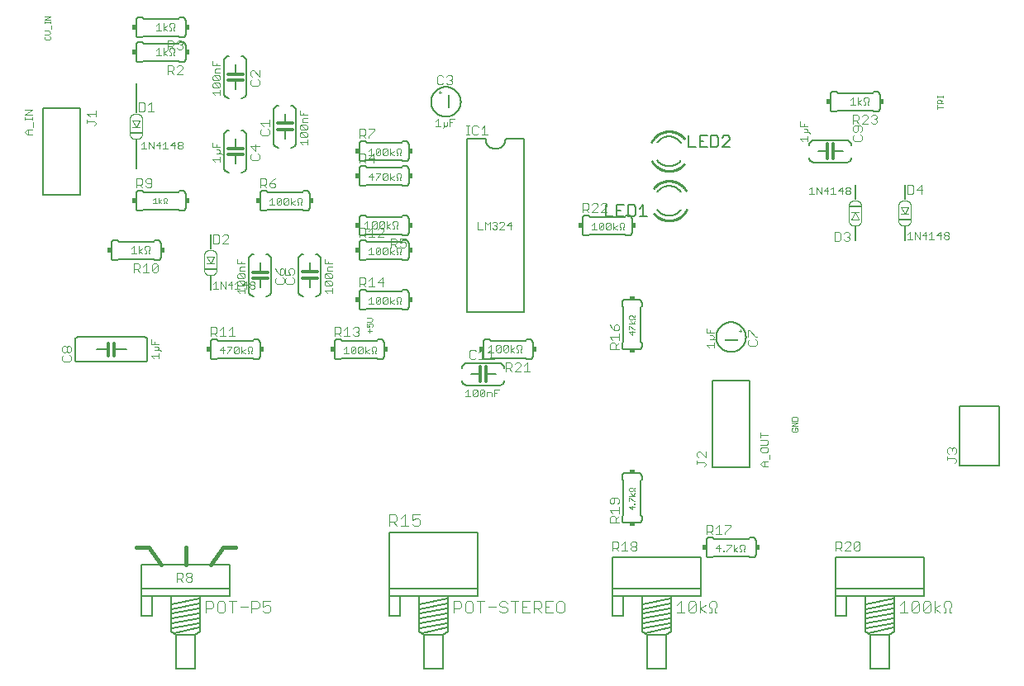
<source format=gto>
G75*
%MOIN*%
%OFA0B0*%
%FSLAX25Y25*%
%IPPOS*%
%LPD*%
%AMOC8*
5,1,8,0,0,1.08239X$1,22.5*
%
%ADD10C,0.00200*%
%ADD11C,0.00600*%
%ADD12C,0.01200*%
%ADD13C,0.00300*%
%ADD14C,0.00500*%
%ADD15R,0.00900X0.05400*%
%ADD16R,0.05400X0.00900*%
%ADD17R,0.00800X0.12200*%
%ADD18C,0.00400*%
%ADD19R,0.05000X0.01000*%
%ADD20R,0.00800X0.06100*%
%ADD21C,0.01000*%
%ADD22R,0.01500X0.02000*%
%ADD23C,0.00800*%
%ADD24R,0.02000X0.01500*%
%ADD25C,0.01600*%
D10*
X0196894Y0175718D02*
X0196894Y0177186D01*
X0196894Y0177928D02*
X0196527Y0178662D01*
X0196527Y0179029D01*
X0196894Y0179396D01*
X0197628Y0179396D01*
X0197995Y0179029D01*
X0197995Y0178295D01*
X0197628Y0177928D01*
X0196894Y0177928D02*
X0195793Y0177928D01*
X0195793Y0179396D01*
X0195793Y0180138D02*
X0197261Y0180138D01*
X0197995Y0180872D01*
X0197261Y0181606D01*
X0195793Y0181606D01*
X0196160Y0176452D02*
X0197628Y0176452D01*
X0115084Y0227833D02*
X0114717Y0227833D01*
X0114717Y0228567D01*
X0115084Y0228934D01*
X0115084Y0229668D01*
X0114717Y0230035D01*
X0113983Y0230035D01*
X0113616Y0229668D01*
X0113616Y0228934D01*
X0113983Y0228567D01*
X0113983Y0227833D01*
X0113616Y0227833D01*
X0112875Y0227833D02*
X0111774Y0228567D01*
X0112875Y0229301D01*
X0111774Y0230035D02*
X0111774Y0227833D01*
X0111032Y0227833D02*
X0109564Y0227833D01*
X0110298Y0227833D02*
X0110298Y0230035D01*
X0109564Y0229301D01*
X0067628Y0293877D02*
X0067995Y0294244D01*
X0067995Y0294978D01*
X0067628Y0295345D01*
X0067261Y0296087D02*
X0067995Y0296820D01*
X0067261Y0297554D01*
X0065793Y0297554D01*
X0065793Y0296087D02*
X0067261Y0296087D01*
X0066160Y0295345D02*
X0065793Y0294978D01*
X0065793Y0294244D01*
X0066160Y0293877D01*
X0067628Y0293877D01*
X0068362Y0298296D02*
X0068362Y0299764D01*
X0067995Y0300506D02*
X0067995Y0301240D01*
X0067995Y0300873D02*
X0065793Y0300873D01*
X0065793Y0300506D02*
X0065793Y0301240D01*
X0065793Y0301980D02*
X0067995Y0303447D01*
X0065793Y0303447D01*
X0065793Y0301980D02*
X0067995Y0301980D01*
X0301493Y0182160D02*
X0301860Y0182527D01*
X0302594Y0182527D01*
X0302961Y0182160D01*
X0303695Y0182160D01*
X0303695Y0182527D01*
X0303695Y0181426D02*
X0302961Y0181426D01*
X0302594Y0181059D01*
X0301860Y0181059D01*
X0301493Y0181426D01*
X0301493Y0182160D01*
X0302227Y0180318D02*
X0302961Y0179217D01*
X0303695Y0180318D01*
X0303695Y0181059D02*
X0303695Y0181426D01*
X0303695Y0179217D02*
X0301493Y0179217D01*
X0301493Y0178475D02*
X0301860Y0178475D01*
X0303328Y0177007D01*
X0303695Y0177007D01*
X0303695Y0175898D02*
X0301493Y0175898D01*
X0302594Y0174797D01*
X0302594Y0176265D01*
X0301493Y0177007D02*
X0301493Y0178475D01*
X0367193Y0141239D02*
X0367193Y0140138D01*
X0369395Y0140138D01*
X0369395Y0141239D01*
X0369028Y0141606D01*
X0367560Y0141606D01*
X0367193Y0141239D01*
X0367193Y0139396D02*
X0369395Y0139396D01*
X0367193Y0137928D01*
X0369395Y0137928D01*
X0369028Y0137186D02*
X0368294Y0137186D01*
X0368294Y0136452D01*
X0367560Y0135718D02*
X0369028Y0135718D01*
X0369395Y0136085D01*
X0369395Y0136819D01*
X0369028Y0137186D01*
X0367560Y0137186D02*
X0367193Y0136819D01*
X0367193Y0136085D01*
X0367560Y0135718D01*
X0303695Y0113079D02*
X0303695Y0112712D01*
X0302961Y0112712D01*
X0302594Y0113079D01*
X0301860Y0113079D01*
X0301493Y0112712D01*
X0301493Y0111978D01*
X0301860Y0111611D01*
X0302594Y0111611D01*
X0302961Y0111978D01*
X0303695Y0111978D01*
X0303695Y0111611D01*
X0303695Y0110871D02*
X0302961Y0109770D01*
X0302227Y0110871D01*
X0301493Y0109770D02*
X0303695Y0109770D01*
X0301860Y0109028D02*
X0303328Y0107560D01*
X0303695Y0107560D01*
X0303695Y0106822D02*
X0303695Y0106455D01*
X0303328Y0106455D01*
X0303328Y0106822D01*
X0303695Y0106822D01*
X0303695Y0105346D02*
X0301493Y0105346D01*
X0302594Y0104245D01*
X0302594Y0105713D01*
X0301493Y0107560D02*
X0301493Y0109028D01*
X0301860Y0109028D01*
X0425793Y0266087D02*
X0425793Y0267554D01*
X0425793Y0266821D02*
X0427995Y0266821D01*
X0427995Y0268296D02*
X0425793Y0268296D01*
X0425793Y0269397D01*
X0426160Y0269764D01*
X0426894Y0269764D01*
X0427261Y0269397D01*
X0427261Y0268296D01*
X0427261Y0269030D02*
X0427995Y0269764D01*
X0427995Y0270506D02*
X0427995Y0271240D01*
X0427995Y0270873D02*
X0425793Y0270873D01*
X0425793Y0270506D02*
X0425793Y0271240D01*
D11*
X0402595Y0271933D02*
X0402595Y0265933D01*
X0402593Y0265873D01*
X0402588Y0265812D01*
X0402579Y0265753D01*
X0402566Y0265694D01*
X0402550Y0265635D01*
X0402530Y0265578D01*
X0402507Y0265523D01*
X0402480Y0265468D01*
X0402451Y0265416D01*
X0402418Y0265365D01*
X0402382Y0265316D01*
X0402344Y0265270D01*
X0402302Y0265226D01*
X0402258Y0265184D01*
X0402212Y0265146D01*
X0402163Y0265110D01*
X0402112Y0265077D01*
X0402060Y0265048D01*
X0402005Y0265021D01*
X0401950Y0264998D01*
X0401893Y0264978D01*
X0401834Y0264962D01*
X0401775Y0264949D01*
X0401716Y0264940D01*
X0401655Y0264935D01*
X0401595Y0264933D01*
X0400095Y0264933D01*
X0399595Y0265433D01*
X0385595Y0265433D01*
X0385095Y0264933D01*
X0383595Y0264933D01*
X0383535Y0264935D01*
X0383474Y0264940D01*
X0383415Y0264949D01*
X0383356Y0264962D01*
X0383297Y0264978D01*
X0383240Y0264998D01*
X0383185Y0265021D01*
X0383130Y0265048D01*
X0383078Y0265077D01*
X0383027Y0265110D01*
X0382978Y0265146D01*
X0382932Y0265184D01*
X0382888Y0265226D01*
X0382846Y0265270D01*
X0382808Y0265316D01*
X0382772Y0265365D01*
X0382739Y0265416D01*
X0382710Y0265468D01*
X0382683Y0265523D01*
X0382660Y0265578D01*
X0382640Y0265635D01*
X0382624Y0265694D01*
X0382611Y0265753D01*
X0382602Y0265812D01*
X0382597Y0265873D01*
X0382595Y0265933D01*
X0382595Y0271933D01*
X0382597Y0271993D01*
X0382602Y0272054D01*
X0382611Y0272113D01*
X0382624Y0272172D01*
X0382640Y0272231D01*
X0382660Y0272288D01*
X0382683Y0272343D01*
X0382710Y0272398D01*
X0382739Y0272450D01*
X0382772Y0272501D01*
X0382808Y0272550D01*
X0382846Y0272596D01*
X0382888Y0272640D01*
X0382932Y0272682D01*
X0382978Y0272720D01*
X0383027Y0272756D01*
X0383078Y0272789D01*
X0383130Y0272818D01*
X0383185Y0272845D01*
X0383240Y0272868D01*
X0383297Y0272888D01*
X0383356Y0272904D01*
X0383415Y0272917D01*
X0383474Y0272926D01*
X0383535Y0272931D01*
X0383595Y0272933D01*
X0385095Y0272933D01*
X0385595Y0272433D01*
X0399595Y0272433D01*
X0400095Y0272933D01*
X0401595Y0272933D01*
X0401655Y0272931D01*
X0401716Y0272926D01*
X0401775Y0272917D01*
X0401834Y0272904D01*
X0401893Y0272888D01*
X0401950Y0272868D01*
X0402005Y0272845D01*
X0402060Y0272818D01*
X0402112Y0272789D01*
X0402163Y0272756D01*
X0402212Y0272720D01*
X0402258Y0272682D01*
X0402302Y0272640D01*
X0402344Y0272596D01*
X0402382Y0272550D01*
X0402418Y0272501D01*
X0402451Y0272450D01*
X0402480Y0272398D01*
X0402507Y0272343D01*
X0402530Y0272288D01*
X0402550Y0272231D01*
X0402566Y0272172D01*
X0402579Y0272113D01*
X0402588Y0272054D01*
X0402593Y0271993D01*
X0402595Y0271933D01*
X0402593Y0271993D01*
X0402588Y0272054D01*
X0402579Y0272113D01*
X0402566Y0272172D01*
X0402550Y0272231D01*
X0402530Y0272288D01*
X0402507Y0272343D01*
X0402480Y0272398D01*
X0402451Y0272450D01*
X0402418Y0272501D01*
X0402382Y0272550D01*
X0402344Y0272596D01*
X0402302Y0272640D01*
X0402258Y0272682D01*
X0402212Y0272720D01*
X0402163Y0272756D01*
X0402112Y0272789D01*
X0402060Y0272818D01*
X0402005Y0272845D01*
X0401950Y0272868D01*
X0401893Y0272888D01*
X0401834Y0272904D01*
X0401775Y0272917D01*
X0401716Y0272926D01*
X0401655Y0272931D01*
X0401595Y0272933D01*
X0402595Y0265933D02*
X0402593Y0265873D01*
X0402588Y0265812D01*
X0402579Y0265753D01*
X0402566Y0265694D01*
X0402550Y0265635D01*
X0402530Y0265578D01*
X0402507Y0265523D01*
X0402480Y0265468D01*
X0402451Y0265416D01*
X0402418Y0265365D01*
X0402382Y0265316D01*
X0402344Y0265270D01*
X0402302Y0265226D01*
X0402258Y0265184D01*
X0402212Y0265146D01*
X0402163Y0265110D01*
X0402112Y0265077D01*
X0402060Y0265048D01*
X0402005Y0265021D01*
X0401950Y0264998D01*
X0401893Y0264978D01*
X0401834Y0264962D01*
X0401775Y0264949D01*
X0401716Y0264940D01*
X0401655Y0264935D01*
X0401595Y0264933D01*
X0389095Y0253433D02*
X0376095Y0253433D01*
X0376008Y0253431D01*
X0375921Y0253425D01*
X0375834Y0253416D01*
X0375748Y0253403D01*
X0375662Y0253386D01*
X0375577Y0253365D01*
X0375494Y0253340D01*
X0375411Y0253312D01*
X0375330Y0253281D01*
X0375250Y0253246D01*
X0375172Y0253207D01*
X0375095Y0253165D01*
X0375020Y0253120D01*
X0374948Y0253071D01*
X0374877Y0253020D01*
X0374809Y0252965D01*
X0374744Y0252908D01*
X0374681Y0252847D01*
X0374620Y0252784D01*
X0374563Y0252719D01*
X0374508Y0252651D01*
X0374457Y0252580D01*
X0374408Y0252508D01*
X0374363Y0252433D01*
X0374321Y0252356D01*
X0374282Y0252278D01*
X0374247Y0252198D01*
X0374216Y0252117D01*
X0374188Y0252034D01*
X0374163Y0251951D01*
X0374142Y0251866D01*
X0374125Y0251780D01*
X0374112Y0251694D01*
X0374103Y0251607D01*
X0374097Y0251520D01*
X0374095Y0251433D01*
X0377595Y0248933D02*
X0381295Y0248933D01*
X0383795Y0248933D02*
X0387595Y0248933D01*
X0391095Y0246433D02*
X0391093Y0246346D01*
X0391087Y0246259D01*
X0391078Y0246172D01*
X0391065Y0246086D01*
X0391048Y0246000D01*
X0391027Y0245915D01*
X0391002Y0245832D01*
X0390974Y0245749D01*
X0390943Y0245668D01*
X0390908Y0245588D01*
X0390869Y0245510D01*
X0390827Y0245433D01*
X0390782Y0245358D01*
X0390733Y0245286D01*
X0390682Y0245215D01*
X0390627Y0245147D01*
X0390570Y0245082D01*
X0390509Y0245019D01*
X0390446Y0244958D01*
X0390381Y0244901D01*
X0390313Y0244846D01*
X0390242Y0244795D01*
X0390170Y0244746D01*
X0390095Y0244701D01*
X0390018Y0244659D01*
X0389940Y0244620D01*
X0389860Y0244585D01*
X0389779Y0244554D01*
X0389696Y0244526D01*
X0389613Y0244501D01*
X0389528Y0244480D01*
X0389442Y0244463D01*
X0389356Y0244450D01*
X0389269Y0244441D01*
X0389182Y0244435D01*
X0389095Y0244433D01*
X0376095Y0244433D01*
X0376008Y0244435D01*
X0375921Y0244441D01*
X0375834Y0244450D01*
X0375748Y0244463D01*
X0375662Y0244480D01*
X0375577Y0244501D01*
X0375494Y0244526D01*
X0375411Y0244554D01*
X0375330Y0244585D01*
X0375250Y0244620D01*
X0375172Y0244659D01*
X0375095Y0244701D01*
X0375020Y0244746D01*
X0374948Y0244795D01*
X0374877Y0244846D01*
X0374809Y0244901D01*
X0374744Y0244958D01*
X0374681Y0245019D01*
X0374620Y0245082D01*
X0374563Y0245147D01*
X0374508Y0245215D01*
X0374457Y0245286D01*
X0374408Y0245358D01*
X0374363Y0245433D01*
X0374321Y0245510D01*
X0374282Y0245588D01*
X0374247Y0245668D01*
X0374216Y0245749D01*
X0374188Y0245832D01*
X0374163Y0245915D01*
X0374142Y0246000D01*
X0374125Y0246086D01*
X0374112Y0246172D01*
X0374103Y0246259D01*
X0374097Y0246346D01*
X0374095Y0246433D01*
X0389095Y0253433D02*
X0389182Y0253431D01*
X0389269Y0253425D01*
X0389356Y0253416D01*
X0389442Y0253403D01*
X0389528Y0253386D01*
X0389613Y0253365D01*
X0389696Y0253340D01*
X0389779Y0253312D01*
X0389860Y0253281D01*
X0389940Y0253246D01*
X0390018Y0253207D01*
X0390095Y0253165D01*
X0390170Y0253120D01*
X0390242Y0253071D01*
X0390313Y0253020D01*
X0390381Y0252965D01*
X0390446Y0252908D01*
X0390509Y0252847D01*
X0390570Y0252784D01*
X0390627Y0252719D01*
X0390682Y0252651D01*
X0390733Y0252580D01*
X0390782Y0252508D01*
X0390827Y0252433D01*
X0390869Y0252356D01*
X0390908Y0252278D01*
X0390943Y0252198D01*
X0390974Y0252117D01*
X0391002Y0252034D01*
X0391027Y0251951D01*
X0391048Y0251866D01*
X0391065Y0251780D01*
X0391078Y0251694D01*
X0391087Y0251607D01*
X0391093Y0251520D01*
X0391095Y0251433D01*
X0383595Y0264933D02*
X0383535Y0264935D01*
X0383474Y0264940D01*
X0383415Y0264949D01*
X0383356Y0264962D01*
X0383297Y0264978D01*
X0383240Y0264998D01*
X0383185Y0265021D01*
X0383130Y0265048D01*
X0383078Y0265077D01*
X0383027Y0265110D01*
X0382978Y0265146D01*
X0382932Y0265184D01*
X0382888Y0265226D01*
X0382846Y0265270D01*
X0382808Y0265316D01*
X0382772Y0265365D01*
X0382739Y0265416D01*
X0382710Y0265468D01*
X0382683Y0265523D01*
X0382660Y0265578D01*
X0382640Y0265635D01*
X0382624Y0265694D01*
X0382611Y0265753D01*
X0382602Y0265812D01*
X0382597Y0265873D01*
X0382595Y0265933D01*
X0382595Y0271933D02*
X0382597Y0271993D01*
X0382602Y0272054D01*
X0382611Y0272113D01*
X0382624Y0272172D01*
X0382640Y0272231D01*
X0382660Y0272288D01*
X0382683Y0272343D01*
X0382710Y0272398D01*
X0382739Y0272450D01*
X0382772Y0272501D01*
X0382808Y0272550D01*
X0382846Y0272596D01*
X0382888Y0272640D01*
X0382932Y0272682D01*
X0382978Y0272720D01*
X0383027Y0272756D01*
X0383078Y0272789D01*
X0383130Y0272818D01*
X0383185Y0272845D01*
X0383240Y0272868D01*
X0383297Y0272888D01*
X0383356Y0272904D01*
X0383415Y0272917D01*
X0383474Y0272926D01*
X0383535Y0272931D01*
X0383595Y0272933D01*
X0317595Y0242933D02*
X0317443Y0242935D01*
X0317292Y0242941D01*
X0317141Y0242950D01*
X0316989Y0242964D01*
X0316839Y0242981D01*
X0316689Y0243002D01*
X0316539Y0243027D01*
X0316390Y0243055D01*
X0316242Y0243088D01*
X0316095Y0243124D01*
X0315948Y0243163D01*
X0315803Y0243207D01*
X0315659Y0243254D01*
X0315516Y0243305D01*
X0315375Y0243359D01*
X0315234Y0243417D01*
X0315096Y0243478D01*
X0314959Y0243543D01*
X0314823Y0243612D01*
X0314690Y0243683D01*
X0314558Y0243758D01*
X0314428Y0243837D01*
X0314301Y0243918D01*
X0314175Y0244003D01*
X0314051Y0244091D01*
X0313930Y0244182D01*
X0313811Y0244276D01*
X0313695Y0244374D01*
X0313581Y0244474D01*
X0313469Y0244576D01*
X0313361Y0244682D01*
X0313255Y0244790D01*
X0313151Y0244901D01*
X0313051Y0245015D01*
X0312953Y0245131D01*
X0312859Y0245250D01*
X0317595Y0254933D02*
X0317749Y0254931D01*
X0317903Y0254925D01*
X0318057Y0254915D01*
X0318211Y0254901D01*
X0318364Y0254884D01*
X0318516Y0254862D01*
X0318668Y0254836D01*
X0318820Y0254807D01*
X0318970Y0254773D01*
X0319120Y0254736D01*
X0319268Y0254695D01*
X0319416Y0254650D01*
X0319562Y0254601D01*
X0319707Y0254549D01*
X0319850Y0254493D01*
X0319993Y0254433D01*
X0320133Y0254370D01*
X0320272Y0254303D01*
X0320409Y0254232D01*
X0320544Y0254158D01*
X0320677Y0254081D01*
X0320809Y0254000D01*
X0320938Y0253916D01*
X0321065Y0253828D01*
X0321189Y0253737D01*
X0321311Y0253644D01*
X0321431Y0253546D01*
X0321548Y0253446D01*
X0321663Y0253343D01*
X0321775Y0253237D01*
X0321884Y0253129D01*
X0321990Y0253017D01*
X0322094Y0252903D01*
X0322194Y0252786D01*
X0322292Y0252667D01*
X0322386Y0252545D01*
X0322477Y0252420D01*
X0317595Y0254933D02*
X0317445Y0254931D01*
X0317294Y0254925D01*
X0317144Y0254916D01*
X0316995Y0254903D01*
X0316845Y0254886D01*
X0316696Y0254865D01*
X0316548Y0254841D01*
X0316400Y0254813D01*
X0316253Y0254781D01*
X0316107Y0254746D01*
X0315962Y0254706D01*
X0315818Y0254664D01*
X0315675Y0254617D01*
X0315533Y0254567D01*
X0315392Y0254514D01*
X0315253Y0254457D01*
X0315115Y0254397D01*
X0314979Y0254333D01*
X0314845Y0254266D01*
X0314712Y0254195D01*
X0314581Y0254121D01*
X0314452Y0254044D01*
X0314325Y0253963D01*
X0314200Y0253880D01*
X0314077Y0253793D01*
X0313956Y0253704D01*
X0313838Y0253611D01*
X0313722Y0253515D01*
X0313608Y0253417D01*
X0313497Y0253316D01*
X0313388Y0253211D01*
X0313283Y0253105D01*
X0313179Y0252995D01*
X0313079Y0252883D01*
X0312981Y0252769D01*
X0312887Y0252652D01*
X0312795Y0252533D01*
X0317595Y0242933D02*
X0317747Y0242935D01*
X0317898Y0242941D01*
X0318049Y0242950D01*
X0318201Y0242964D01*
X0318351Y0242981D01*
X0318501Y0243002D01*
X0318651Y0243027D01*
X0318800Y0243055D01*
X0318948Y0243088D01*
X0319095Y0243124D01*
X0319242Y0243163D01*
X0319387Y0243207D01*
X0319531Y0243254D01*
X0319674Y0243305D01*
X0319815Y0243359D01*
X0319956Y0243417D01*
X0320094Y0243478D01*
X0320231Y0243543D01*
X0320367Y0243612D01*
X0320500Y0243683D01*
X0320632Y0243758D01*
X0320762Y0243837D01*
X0320889Y0243918D01*
X0321015Y0244003D01*
X0321139Y0244091D01*
X0321260Y0244182D01*
X0321379Y0244276D01*
X0321495Y0244374D01*
X0321609Y0244474D01*
X0321721Y0244576D01*
X0321829Y0244682D01*
X0321935Y0244790D01*
X0322039Y0244901D01*
X0322139Y0245015D01*
X0322237Y0245131D01*
X0322331Y0245250D01*
X0312713Y0225446D02*
X0312804Y0225321D01*
X0312898Y0225199D01*
X0312996Y0225080D01*
X0313096Y0224963D01*
X0313200Y0224849D01*
X0313306Y0224737D01*
X0313415Y0224629D01*
X0313527Y0224523D01*
X0313642Y0224420D01*
X0313759Y0224320D01*
X0313879Y0224222D01*
X0314001Y0224129D01*
X0314125Y0224038D01*
X0314252Y0223950D01*
X0314381Y0223866D01*
X0314513Y0223785D01*
X0314646Y0223708D01*
X0314781Y0223634D01*
X0314918Y0223563D01*
X0315057Y0223496D01*
X0315197Y0223433D01*
X0315340Y0223373D01*
X0315483Y0223317D01*
X0315628Y0223265D01*
X0315774Y0223216D01*
X0315922Y0223171D01*
X0316070Y0223130D01*
X0316220Y0223093D01*
X0316370Y0223059D01*
X0316522Y0223030D01*
X0316674Y0223004D01*
X0316826Y0222982D01*
X0316979Y0222965D01*
X0317133Y0222951D01*
X0317287Y0222941D01*
X0317441Y0222935D01*
X0317595Y0222933D01*
X0322331Y0232616D02*
X0322237Y0232735D01*
X0322139Y0232851D01*
X0322039Y0232965D01*
X0321935Y0233076D01*
X0321829Y0233184D01*
X0321721Y0233290D01*
X0321609Y0233392D01*
X0321495Y0233492D01*
X0321379Y0233590D01*
X0321260Y0233684D01*
X0321139Y0233775D01*
X0321015Y0233863D01*
X0320889Y0233948D01*
X0320762Y0234029D01*
X0320632Y0234108D01*
X0320500Y0234183D01*
X0320367Y0234254D01*
X0320231Y0234323D01*
X0320094Y0234388D01*
X0319956Y0234449D01*
X0319815Y0234507D01*
X0319674Y0234561D01*
X0319531Y0234612D01*
X0319387Y0234659D01*
X0319242Y0234703D01*
X0319095Y0234742D01*
X0318948Y0234778D01*
X0318800Y0234811D01*
X0318651Y0234839D01*
X0318501Y0234864D01*
X0318351Y0234885D01*
X0318201Y0234902D01*
X0318049Y0234916D01*
X0317898Y0234925D01*
X0317747Y0234931D01*
X0317595Y0234933D01*
X0322395Y0225333D02*
X0322303Y0225214D01*
X0322209Y0225097D01*
X0322111Y0224983D01*
X0322011Y0224871D01*
X0321907Y0224761D01*
X0321802Y0224655D01*
X0321693Y0224550D01*
X0321582Y0224449D01*
X0321468Y0224351D01*
X0321352Y0224255D01*
X0321234Y0224162D01*
X0321113Y0224073D01*
X0320990Y0223986D01*
X0320865Y0223903D01*
X0320738Y0223822D01*
X0320609Y0223745D01*
X0320478Y0223671D01*
X0320345Y0223600D01*
X0320211Y0223533D01*
X0320075Y0223469D01*
X0319937Y0223409D01*
X0319798Y0223352D01*
X0319657Y0223299D01*
X0319515Y0223249D01*
X0319372Y0223202D01*
X0319228Y0223160D01*
X0319083Y0223120D01*
X0318937Y0223085D01*
X0318790Y0223053D01*
X0318642Y0223025D01*
X0318494Y0223001D01*
X0318345Y0222980D01*
X0318195Y0222963D01*
X0318046Y0222950D01*
X0317896Y0222941D01*
X0317745Y0222935D01*
X0317595Y0222933D01*
X0312859Y0232616D02*
X0312953Y0232735D01*
X0313051Y0232851D01*
X0313151Y0232965D01*
X0313255Y0233076D01*
X0313361Y0233184D01*
X0313469Y0233290D01*
X0313581Y0233392D01*
X0313695Y0233492D01*
X0313811Y0233590D01*
X0313930Y0233684D01*
X0314051Y0233775D01*
X0314175Y0233863D01*
X0314301Y0233948D01*
X0314428Y0234029D01*
X0314558Y0234108D01*
X0314690Y0234183D01*
X0314823Y0234254D01*
X0314959Y0234323D01*
X0315096Y0234388D01*
X0315234Y0234449D01*
X0315375Y0234507D01*
X0315516Y0234561D01*
X0315659Y0234612D01*
X0315803Y0234659D01*
X0315948Y0234703D01*
X0316095Y0234742D01*
X0316242Y0234778D01*
X0316390Y0234811D01*
X0316539Y0234839D01*
X0316689Y0234864D01*
X0316839Y0234885D01*
X0316989Y0234902D01*
X0317141Y0234916D01*
X0317292Y0234925D01*
X0317443Y0234931D01*
X0317595Y0234933D01*
X0302595Y0221933D02*
X0302595Y0215933D01*
X0302593Y0215873D01*
X0302588Y0215812D01*
X0302579Y0215753D01*
X0302566Y0215694D01*
X0302550Y0215635D01*
X0302530Y0215578D01*
X0302507Y0215523D01*
X0302480Y0215468D01*
X0302451Y0215416D01*
X0302418Y0215365D01*
X0302382Y0215316D01*
X0302344Y0215270D01*
X0302302Y0215226D01*
X0302258Y0215184D01*
X0302212Y0215146D01*
X0302163Y0215110D01*
X0302112Y0215077D01*
X0302060Y0215048D01*
X0302005Y0215021D01*
X0301950Y0214998D01*
X0301893Y0214978D01*
X0301834Y0214962D01*
X0301775Y0214949D01*
X0301716Y0214940D01*
X0301655Y0214935D01*
X0301595Y0214933D01*
X0300095Y0214933D01*
X0299595Y0215433D01*
X0285595Y0215433D01*
X0285095Y0214933D01*
X0283595Y0214933D01*
X0283535Y0214935D01*
X0283474Y0214940D01*
X0283415Y0214949D01*
X0283356Y0214962D01*
X0283297Y0214978D01*
X0283240Y0214998D01*
X0283185Y0215021D01*
X0283130Y0215048D01*
X0283078Y0215077D01*
X0283027Y0215110D01*
X0282978Y0215146D01*
X0282932Y0215184D01*
X0282888Y0215226D01*
X0282846Y0215270D01*
X0282808Y0215316D01*
X0282772Y0215365D01*
X0282739Y0215416D01*
X0282710Y0215468D01*
X0282683Y0215523D01*
X0282660Y0215578D01*
X0282640Y0215635D01*
X0282624Y0215694D01*
X0282611Y0215753D01*
X0282602Y0215812D01*
X0282597Y0215873D01*
X0282595Y0215933D01*
X0282595Y0221933D01*
X0282597Y0221993D01*
X0282602Y0222054D01*
X0282611Y0222113D01*
X0282624Y0222172D01*
X0282640Y0222231D01*
X0282660Y0222288D01*
X0282683Y0222343D01*
X0282710Y0222398D01*
X0282739Y0222450D01*
X0282772Y0222501D01*
X0282808Y0222550D01*
X0282846Y0222596D01*
X0282888Y0222640D01*
X0282932Y0222682D01*
X0282978Y0222720D01*
X0283027Y0222756D01*
X0283078Y0222789D01*
X0283130Y0222818D01*
X0283185Y0222845D01*
X0283240Y0222868D01*
X0283297Y0222888D01*
X0283356Y0222904D01*
X0283415Y0222917D01*
X0283474Y0222926D01*
X0283535Y0222931D01*
X0283595Y0222933D01*
X0285095Y0222933D01*
X0285595Y0222433D01*
X0299595Y0222433D01*
X0300095Y0222933D01*
X0301595Y0222933D01*
X0301655Y0222931D01*
X0301716Y0222926D01*
X0301775Y0222917D01*
X0301834Y0222904D01*
X0301893Y0222888D01*
X0301950Y0222868D01*
X0302005Y0222845D01*
X0302060Y0222818D01*
X0302112Y0222789D01*
X0302163Y0222756D01*
X0302212Y0222720D01*
X0302258Y0222682D01*
X0302302Y0222640D01*
X0302344Y0222596D01*
X0302382Y0222550D01*
X0302418Y0222501D01*
X0302451Y0222450D01*
X0302480Y0222398D01*
X0302507Y0222343D01*
X0302530Y0222288D01*
X0302550Y0222231D01*
X0302566Y0222172D01*
X0302579Y0222113D01*
X0302588Y0222054D01*
X0302593Y0221993D01*
X0302595Y0221933D01*
X0302593Y0221993D01*
X0302588Y0222054D01*
X0302579Y0222113D01*
X0302566Y0222172D01*
X0302550Y0222231D01*
X0302530Y0222288D01*
X0302507Y0222343D01*
X0302480Y0222398D01*
X0302451Y0222450D01*
X0302418Y0222501D01*
X0302382Y0222550D01*
X0302344Y0222596D01*
X0302302Y0222640D01*
X0302258Y0222682D01*
X0302212Y0222720D01*
X0302163Y0222756D01*
X0302112Y0222789D01*
X0302060Y0222818D01*
X0302005Y0222845D01*
X0301950Y0222868D01*
X0301893Y0222888D01*
X0301834Y0222904D01*
X0301775Y0222917D01*
X0301716Y0222926D01*
X0301655Y0222931D01*
X0301595Y0222933D01*
X0302595Y0215933D02*
X0302593Y0215873D01*
X0302588Y0215812D01*
X0302579Y0215753D01*
X0302566Y0215694D01*
X0302550Y0215635D01*
X0302530Y0215578D01*
X0302507Y0215523D01*
X0302480Y0215468D01*
X0302451Y0215416D01*
X0302418Y0215365D01*
X0302382Y0215316D01*
X0302344Y0215270D01*
X0302302Y0215226D01*
X0302258Y0215184D01*
X0302212Y0215146D01*
X0302163Y0215110D01*
X0302112Y0215077D01*
X0302060Y0215048D01*
X0302005Y0215021D01*
X0301950Y0214998D01*
X0301893Y0214978D01*
X0301834Y0214962D01*
X0301775Y0214949D01*
X0301716Y0214940D01*
X0301655Y0214935D01*
X0301595Y0214933D01*
X0283595Y0214933D02*
X0283535Y0214935D01*
X0283474Y0214940D01*
X0283415Y0214949D01*
X0283356Y0214962D01*
X0283297Y0214978D01*
X0283240Y0214998D01*
X0283185Y0215021D01*
X0283130Y0215048D01*
X0283078Y0215077D01*
X0283027Y0215110D01*
X0282978Y0215146D01*
X0282932Y0215184D01*
X0282888Y0215226D01*
X0282846Y0215270D01*
X0282808Y0215316D01*
X0282772Y0215365D01*
X0282739Y0215416D01*
X0282710Y0215468D01*
X0282683Y0215523D01*
X0282660Y0215578D01*
X0282640Y0215635D01*
X0282624Y0215694D01*
X0282611Y0215753D01*
X0282602Y0215812D01*
X0282597Y0215873D01*
X0282595Y0215933D01*
X0282595Y0221933D02*
X0282597Y0221993D01*
X0282602Y0222054D01*
X0282611Y0222113D01*
X0282624Y0222172D01*
X0282640Y0222231D01*
X0282660Y0222288D01*
X0282683Y0222343D01*
X0282710Y0222398D01*
X0282739Y0222450D01*
X0282772Y0222501D01*
X0282808Y0222550D01*
X0282846Y0222596D01*
X0282888Y0222640D01*
X0282932Y0222682D01*
X0282978Y0222720D01*
X0283027Y0222756D01*
X0283078Y0222789D01*
X0283130Y0222818D01*
X0283185Y0222845D01*
X0283240Y0222868D01*
X0283297Y0222888D01*
X0283356Y0222904D01*
X0283415Y0222917D01*
X0283474Y0222926D01*
X0283535Y0222931D01*
X0283595Y0222933D01*
X0299595Y0188933D02*
X0305595Y0188933D01*
X0305655Y0188931D01*
X0305716Y0188926D01*
X0305775Y0188917D01*
X0305834Y0188904D01*
X0305893Y0188888D01*
X0305950Y0188868D01*
X0306005Y0188845D01*
X0306060Y0188818D01*
X0306112Y0188789D01*
X0306163Y0188756D01*
X0306212Y0188720D01*
X0306258Y0188682D01*
X0306302Y0188640D01*
X0306344Y0188596D01*
X0306382Y0188550D01*
X0306418Y0188501D01*
X0306451Y0188450D01*
X0306480Y0188398D01*
X0306507Y0188343D01*
X0306530Y0188288D01*
X0306550Y0188231D01*
X0306566Y0188172D01*
X0306579Y0188113D01*
X0306588Y0188054D01*
X0306593Y0187993D01*
X0306595Y0187933D01*
X0306595Y0186433D01*
X0306095Y0185933D01*
X0306095Y0171933D01*
X0306595Y0171433D01*
X0306595Y0169933D01*
X0306593Y0169873D01*
X0306588Y0169812D01*
X0306579Y0169753D01*
X0306566Y0169694D01*
X0306550Y0169635D01*
X0306530Y0169578D01*
X0306507Y0169523D01*
X0306480Y0169468D01*
X0306451Y0169416D01*
X0306418Y0169365D01*
X0306382Y0169316D01*
X0306344Y0169270D01*
X0306302Y0169226D01*
X0306258Y0169184D01*
X0306212Y0169146D01*
X0306163Y0169110D01*
X0306112Y0169077D01*
X0306060Y0169048D01*
X0306005Y0169021D01*
X0305950Y0168998D01*
X0305893Y0168978D01*
X0305834Y0168962D01*
X0305775Y0168949D01*
X0305716Y0168940D01*
X0305655Y0168935D01*
X0305595Y0168933D01*
X0299595Y0168933D01*
X0299535Y0168935D01*
X0299474Y0168940D01*
X0299415Y0168949D01*
X0299356Y0168962D01*
X0299297Y0168978D01*
X0299240Y0168998D01*
X0299185Y0169021D01*
X0299130Y0169048D01*
X0299078Y0169077D01*
X0299027Y0169110D01*
X0298978Y0169146D01*
X0298932Y0169184D01*
X0298888Y0169226D01*
X0298846Y0169270D01*
X0298808Y0169316D01*
X0298772Y0169365D01*
X0298739Y0169416D01*
X0298710Y0169468D01*
X0298683Y0169523D01*
X0298660Y0169578D01*
X0298640Y0169635D01*
X0298624Y0169694D01*
X0298611Y0169753D01*
X0298602Y0169812D01*
X0298597Y0169873D01*
X0298595Y0169933D01*
X0298595Y0171433D01*
X0299095Y0171933D01*
X0299095Y0185933D01*
X0298595Y0186433D01*
X0298595Y0187933D01*
X0298597Y0187993D01*
X0298602Y0188054D01*
X0298611Y0188113D01*
X0298624Y0188172D01*
X0298640Y0188231D01*
X0298660Y0188288D01*
X0298683Y0188343D01*
X0298710Y0188398D01*
X0298739Y0188450D01*
X0298772Y0188501D01*
X0298808Y0188550D01*
X0298846Y0188596D01*
X0298888Y0188640D01*
X0298932Y0188682D01*
X0298978Y0188720D01*
X0299027Y0188756D01*
X0299078Y0188789D01*
X0299130Y0188818D01*
X0299185Y0188845D01*
X0299240Y0188868D01*
X0299297Y0188888D01*
X0299356Y0188904D01*
X0299415Y0188917D01*
X0299474Y0188926D01*
X0299535Y0188931D01*
X0299595Y0188933D01*
X0299535Y0188931D01*
X0299474Y0188926D01*
X0299415Y0188917D01*
X0299356Y0188904D01*
X0299297Y0188888D01*
X0299240Y0188868D01*
X0299185Y0188845D01*
X0299130Y0188818D01*
X0299078Y0188789D01*
X0299027Y0188756D01*
X0298978Y0188720D01*
X0298932Y0188682D01*
X0298888Y0188640D01*
X0298846Y0188596D01*
X0298808Y0188550D01*
X0298772Y0188501D01*
X0298739Y0188450D01*
X0298710Y0188398D01*
X0298683Y0188343D01*
X0298660Y0188288D01*
X0298640Y0188231D01*
X0298624Y0188172D01*
X0298611Y0188113D01*
X0298602Y0188054D01*
X0298597Y0187993D01*
X0298595Y0187933D01*
X0305595Y0188933D02*
X0305655Y0188931D01*
X0305716Y0188926D01*
X0305775Y0188917D01*
X0305834Y0188904D01*
X0305893Y0188888D01*
X0305950Y0188868D01*
X0306005Y0188845D01*
X0306060Y0188818D01*
X0306112Y0188789D01*
X0306163Y0188756D01*
X0306212Y0188720D01*
X0306258Y0188682D01*
X0306302Y0188640D01*
X0306344Y0188596D01*
X0306382Y0188550D01*
X0306418Y0188501D01*
X0306451Y0188450D01*
X0306480Y0188398D01*
X0306507Y0188343D01*
X0306530Y0188288D01*
X0306550Y0188231D01*
X0306566Y0188172D01*
X0306579Y0188113D01*
X0306588Y0188054D01*
X0306593Y0187993D01*
X0306595Y0187933D01*
X0306595Y0169933D02*
X0306593Y0169873D01*
X0306588Y0169812D01*
X0306579Y0169753D01*
X0306566Y0169694D01*
X0306550Y0169635D01*
X0306530Y0169578D01*
X0306507Y0169523D01*
X0306480Y0169468D01*
X0306451Y0169416D01*
X0306418Y0169365D01*
X0306382Y0169316D01*
X0306344Y0169270D01*
X0306302Y0169226D01*
X0306258Y0169184D01*
X0306212Y0169146D01*
X0306163Y0169110D01*
X0306112Y0169077D01*
X0306060Y0169048D01*
X0306005Y0169021D01*
X0305950Y0168998D01*
X0305893Y0168978D01*
X0305834Y0168962D01*
X0305775Y0168949D01*
X0305716Y0168940D01*
X0305655Y0168935D01*
X0305595Y0168933D01*
X0299595Y0168933D02*
X0299535Y0168935D01*
X0299474Y0168940D01*
X0299415Y0168949D01*
X0299356Y0168962D01*
X0299297Y0168978D01*
X0299240Y0168998D01*
X0299185Y0169021D01*
X0299130Y0169048D01*
X0299078Y0169077D01*
X0299027Y0169110D01*
X0298978Y0169146D01*
X0298932Y0169184D01*
X0298888Y0169226D01*
X0298846Y0169270D01*
X0298808Y0169316D01*
X0298772Y0169365D01*
X0298739Y0169416D01*
X0298710Y0169468D01*
X0298683Y0169523D01*
X0298660Y0169578D01*
X0298640Y0169635D01*
X0298624Y0169694D01*
X0298611Y0169753D01*
X0298602Y0169812D01*
X0298597Y0169873D01*
X0298595Y0169933D01*
X0262595Y0171933D02*
X0262595Y0165933D01*
X0262593Y0165873D01*
X0262588Y0165812D01*
X0262579Y0165753D01*
X0262566Y0165694D01*
X0262550Y0165635D01*
X0262530Y0165578D01*
X0262507Y0165523D01*
X0262480Y0165468D01*
X0262451Y0165416D01*
X0262418Y0165365D01*
X0262382Y0165316D01*
X0262344Y0165270D01*
X0262302Y0165226D01*
X0262258Y0165184D01*
X0262212Y0165146D01*
X0262163Y0165110D01*
X0262112Y0165077D01*
X0262060Y0165048D01*
X0262005Y0165021D01*
X0261950Y0164998D01*
X0261893Y0164978D01*
X0261834Y0164962D01*
X0261775Y0164949D01*
X0261716Y0164940D01*
X0261655Y0164935D01*
X0261595Y0164933D01*
X0260095Y0164933D01*
X0259595Y0165433D01*
X0245595Y0165433D01*
X0245095Y0164933D01*
X0243595Y0164933D01*
X0243535Y0164935D01*
X0243474Y0164940D01*
X0243415Y0164949D01*
X0243356Y0164962D01*
X0243297Y0164978D01*
X0243240Y0164998D01*
X0243185Y0165021D01*
X0243130Y0165048D01*
X0243078Y0165077D01*
X0243027Y0165110D01*
X0242978Y0165146D01*
X0242932Y0165184D01*
X0242888Y0165226D01*
X0242846Y0165270D01*
X0242808Y0165316D01*
X0242772Y0165365D01*
X0242739Y0165416D01*
X0242710Y0165468D01*
X0242683Y0165523D01*
X0242660Y0165578D01*
X0242640Y0165635D01*
X0242624Y0165694D01*
X0242611Y0165753D01*
X0242602Y0165812D01*
X0242597Y0165873D01*
X0242595Y0165933D01*
X0242595Y0171933D01*
X0242597Y0171993D01*
X0242602Y0172054D01*
X0242611Y0172113D01*
X0242624Y0172172D01*
X0242640Y0172231D01*
X0242660Y0172288D01*
X0242683Y0172343D01*
X0242710Y0172398D01*
X0242739Y0172450D01*
X0242772Y0172501D01*
X0242808Y0172550D01*
X0242846Y0172596D01*
X0242888Y0172640D01*
X0242932Y0172682D01*
X0242978Y0172720D01*
X0243027Y0172756D01*
X0243078Y0172789D01*
X0243130Y0172818D01*
X0243185Y0172845D01*
X0243240Y0172868D01*
X0243297Y0172888D01*
X0243356Y0172904D01*
X0243415Y0172917D01*
X0243474Y0172926D01*
X0243535Y0172931D01*
X0243595Y0172933D01*
X0245095Y0172933D01*
X0245595Y0172433D01*
X0259595Y0172433D01*
X0260095Y0172933D01*
X0261595Y0172933D01*
X0261655Y0172931D01*
X0261716Y0172926D01*
X0261775Y0172917D01*
X0261834Y0172904D01*
X0261893Y0172888D01*
X0261950Y0172868D01*
X0262005Y0172845D01*
X0262060Y0172818D01*
X0262112Y0172789D01*
X0262163Y0172756D01*
X0262212Y0172720D01*
X0262258Y0172682D01*
X0262302Y0172640D01*
X0262344Y0172596D01*
X0262382Y0172550D01*
X0262418Y0172501D01*
X0262451Y0172450D01*
X0262480Y0172398D01*
X0262507Y0172343D01*
X0262530Y0172288D01*
X0262550Y0172231D01*
X0262566Y0172172D01*
X0262579Y0172113D01*
X0262588Y0172054D01*
X0262593Y0171993D01*
X0262595Y0171933D01*
X0262593Y0171993D01*
X0262588Y0172054D01*
X0262579Y0172113D01*
X0262566Y0172172D01*
X0262550Y0172231D01*
X0262530Y0172288D01*
X0262507Y0172343D01*
X0262480Y0172398D01*
X0262451Y0172450D01*
X0262418Y0172501D01*
X0262382Y0172550D01*
X0262344Y0172596D01*
X0262302Y0172640D01*
X0262258Y0172682D01*
X0262212Y0172720D01*
X0262163Y0172756D01*
X0262112Y0172789D01*
X0262060Y0172818D01*
X0262005Y0172845D01*
X0261950Y0172868D01*
X0261893Y0172888D01*
X0261834Y0172904D01*
X0261775Y0172917D01*
X0261716Y0172926D01*
X0261655Y0172931D01*
X0261595Y0172933D01*
X0262595Y0165933D02*
X0262593Y0165873D01*
X0262588Y0165812D01*
X0262579Y0165753D01*
X0262566Y0165694D01*
X0262550Y0165635D01*
X0262530Y0165578D01*
X0262507Y0165523D01*
X0262480Y0165468D01*
X0262451Y0165416D01*
X0262418Y0165365D01*
X0262382Y0165316D01*
X0262344Y0165270D01*
X0262302Y0165226D01*
X0262258Y0165184D01*
X0262212Y0165146D01*
X0262163Y0165110D01*
X0262112Y0165077D01*
X0262060Y0165048D01*
X0262005Y0165021D01*
X0261950Y0164998D01*
X0261893Y0164978D01*
X0261834Y0164962D01*
X0261775Y0164949D01*
X0261716Y0164940D01*
X0261655Y0164935D01*
X0261595Y0164933D01*
X0249095Y0163433D02*
X0236095Y0163433D01*
X0236008Y0163431D01*
X0235921Y0163425D01*
X0235834Y0163416D01*
X0235748Y0163403D01*
X0235662Y0163386D01*
X0235577Y0163365D01*
X0235494Y0163340D01*
X0235411Y0163312D01*
X0235330Y0163281D01*
X0235250Y0163246D01*
X0235172Y0163207D01*
X0235095Y0163165D01*
X0235020Y0163120D01*
X0234948Y0163071D01*
X0234877Y0163020D01*
X0234809Y0162965D01*
X0234744Y0162908D01*
X0234681Y0162847D01*
X0234620Y0162784D01*
X0234563Y0162719D01*
X0234508Y0162651D01*
X0234457Y0162580D01*
X0234408Y0162508D01*
X0234363Y0162433D01*
X0234321Y0162356D01*
X0234282Y0162278D01*
X0234247Y0162198D01*
X0234216Y0162117D01*
X0234188Y0162034D01*
X0234163Y0161951D01*
X0234142Y0161866D01*
X0234125Y0161780D01*
X0234112Y0161694D01*
X0234103Y0161607D01*
X0234097Y0161520D01*
X0234095Y0161433D01*
X0237595Y0158933D02*
X0241395Y0158933D01*
X0243895Y0158933D02*
X0247595Y0158933D01*
X0251095Y0156433D02*
X0251093Y0156346D01*
X0251087Y0156259D01*
X0251078Y0156172D01*
X0251065Y0156086D01*
X0251048Y0156000D01*
X0251027Y0155915D01*
X0251002Y0155832D01*
X0250974Y0155749D01*
X0250943Y0155668D01*
X0250908Y0155588D01*
X0250869Y0155510D01*
X0250827Y0155433D01*
X0250782Y0155358D01*
X0250733Y0155286D01*
X0250682Y0155215D01*
X0250627Y0155147D01*
X0250570Y0155082D01*
X0250509Y0155019D01*
X0250446Y0154958D01*
X0250381Y0154901D01*
X0250313Y0154846D01*
X0250242Y0154795D01*
X0250170Y0154746D01*
X0250095Y0154701D01*
X0250018Y0154659D01*
X0249940Y0154620D01*
X0249860Y0154585D01*
X0249779Y0154554D01*
X0249696Y0154526D01*
X0249613Y0154501D01*
X0249528Y0154480D01*
X0249442Y0154463D01*
X0249356Y0154450D01*
X0249269Y0154441D01*
X0249182Y0154435D01*
X0249095Y0154433D01*
X0236095Y0154433D01*
X0236008Y0154435D01*
X0235921Y0154441D01*
X0235834Y0154450D01*
X0235748Y0154463D01*
X0235662Y0154480D01*
X0235577Y0154501D01*
X0235494Y0154526D01*
X0235411Y0154554D01*
X0235330Y0154585D01*
X0235250Y0154620D01*
X0235172Y0154659D01*
X0235095Y0154701D01*
X0235020Y0154746D01*
X0234948Y0154795D01*
X0234877Y0154846D01*
X0234809Y0154901D01*
X0234744Y0154958D01*
X0234681Y0155019D01*
X0234620Y0155082D01*
X0234563Y0155147D01*
X0234508Y0155215D01*
X0234457Y0155286D01*
X0234408Y0155358D01*
X0234363Y0155433D01*
X0234321Y0155510D01*
X0234282Y0155588D01*
X0234247Y0155668D01*
X0234216Y0155749D01*
X0234188Y0155832D01*
X0234163Y0155915D01*
X0234142Y0156000D01*
X0234125Y0156086D01*
X0234112Y0156172D01*
X0234103Y0156259D01*
X0234097Y0156346D01*
X0234095Y0156433D01*
X0242595Y0165933D02*
X0242597Y0165873D01*
X0242602Y0165812D01*
X0242611Y0165753D01*
X0242624Y0165694D01*
X0242640Y0165635D01*
X0242660Y0165578D01*
X0242683Y0165523D01*
X0242710Y0165468D01*
X0242739Y0165416D01*
X0242772Y0165365D01*
X0242808Y0165316D01*
X0242846Y0165270D01*
X0242888Y0165226D01*
X0242932Y0165184D01*
X0242978Y0165146D01*
X0243027Y0165110D01*
X0243078Y0165077D01*
X0243130Y0165048D01*
X0243185Y0165021D01*
X0243240Y0164998D01*
X0243297Y0164978D01*
X0243356Y0164962D01*
X0243415Y0164949D01*
X0243474Y0164940D01*
X0243535Y0164935D01*
X0243595Y0164933D01*
X0249095Y0163433D02*
X0249182Y0163431D01*
X0249269Y0163425D01*
X0249356Y0163416D01*
X0249442Y0163403D01*
X0249528Y0163386D01*
X0249613Y0163365D01*
X0249696Y0163340D01*
X0249779Y0163312D01*
X0249860Y0163281D01*
X0249940Y0163246D01*
X0250018Y0163207D01*
X0250095Y0163165D01*
X0250170Y0163120D01*
X0250242Y0163071D01*
X0250313Y0163020D01*
X0250381Y0162965D01*
X0250446Y0162908D01*
X0250509Y0162847D01*
X0250570Y0162784D01*
X0250627Y0162719D01*
X0250682Y0162651D01*
X0250733Y0162580D01*
X0250782Y0162508D01*
X0250827Y0162433D01*
X0250869Y0162356D01*
X0250908Y0162278D01*
X0250943Y0162198D01*
X0250974Y0162117D01*
X0251002Y0162034D01*
X0251027Y0161951D01*
X0251048Y0161866D01*
X0251065Y0161780D01*
X0251078Y0161694D01*
X0251087Y0161607D01*
X0251093Y0161520D01*
X0251095Y0161433D01*
X0242595Y0171933D02*
X0242597Y0171993D01*
X0242602Y0172054D01*
X0242611Y0172113D01*
X0242624Y0172172D01*
X0242640Y0172231D01*
X0242660Y0172288D01*
X0242683Y0172343D01*
X0242710Y0172398D01*
X0242739Y0172450D01*
X0242772Y0172501D01*
X0242808Y0172550D01*
X0242846Y0172596D01*
X0242888Y0172640D01*
X0242932Y0172682D01*
X0242978Y0172720D01*
X0243027Y0172756D01*
X0243078Y0172789D01*
X0243130Y0172818D01*
X0243185Y0172845D01*
X0243240Y0172868D01*
X0243297Y0172888D01*
X0243356Y0172904D01*
X0243415Y0172917D01*
X0243474Y0172926D01*
X0243535Y0172931D01*
X0243595Y0172933D01*
X0236095Y0183933D02*
X0259095Y0183933D01*
X0259095Y0253933D01*
X0251595Y0253933D01*
X0251593Y0253807D01*
X0251587Y0253682D01*
X0251577Y0253557D01*
X0251563Y0253432D01*
X0251546Y0253307D01*
X0251524Y0253183D01*
X0251499Y0253060D01*
X0251469Y0252938D01*
X0251436Y0252817D01*
X0251399Y0252697D01*
X0251359Y0252578D01*
X0251314Y0252461D01*
X0251266Y0252344D01*
X0251214Y0252230D01*
X0251159Y0252117D01*
X0251100Y0252006D01*
X0251038Y0251897D01*
X0250972Y0251790D01*
X0250903Y0251685D01*
X0250831Y0251582D01*
X0250756Y0251481D01*
X0250677Y0251383D01*
X0250595Y0251288D01*
X0250511Y0251195D01*
X0250423Y0251105D01*
X0250333Y0251017D01*
X0250240Y0250933D01*
X0250145Y0250851D01*
X0250047Y0250772D01*
X0249946Y0250697D01*
X0249843Y0250625D01*
X0249738Y0250556D01*
X0249631Y0250490D01*
X0249522Y0250428D01*
X0249411Y0250369D01*
X0249298Y0250314D01*
X0249184Y0250262D01*
X0249067Y0250214D01*
X0248950Y0250169D01*
X0248831Y0250129D01*
X0248711Y0250092D01*
X0248590Y0250059D01*
X0248468Y0250029D01*
X0248345Y0250004D01*
X0248221Y0249982D01*
X0248096Y0249965D01*
X0247971Y0249951D01*
X0247846Y0249941D01*
X0247721Y0249935D01*
X0247595Y0249933D01*
X0247469Y0249935D01*
X0247344Y0249941D01*
X0247219Y0249951D01*
X0247094Y0249965D01*
X0246969Y0249982D01*
X0246845Y0250004D01*
X0246722Y0250029D01*
X0246600Y0250059D01*
X0246479Y0250092D01*
X0246359Y0250129D01*
X0246240Y0250169D01*
X0246123Y0250214D01*
X0246006Y0250262D01*
X0245892Y0250314D01*
X0245779Y0250369D01*
X0245668Y0250428D01*
X0245559Y0250490D01*
X0245452Y0250556D01*
X0245347Y0250625D01*
X0245244Y0250697D01*
X0245143Y0250772D01*
X0245045Y0250851D01*
X0244950Y0250933D01*
X0244857Y0251017D01*
X0244767Y0251105D01*
X0244679Y0251195D01*
X0244595Y0251288D01*
X0244513Y0251383D01*
X0244434Y0251481D01*
X0244359Y0251582D01*
X0244287Y0251685D01*
X0244218Y0251790D01*
X0244152Y0251897D01*
X0244090Y0252006D01*
X0244031Y0252117D01*
X0243976Y0252230D01*
X0243924Y0252344D01*
X0243876Y0252461D01*
X0243831Y0252578D01*
X0243791Y0252697D01*
X0243754Y0252817D01*
X0243721Y0252938D01*
X0243691Y0253060D01*
X0243666Y0253183D01*
X0243644Y0253307D01*
X0243627Y0253432D01*
X0243613Y0253557D01*
X0243603Y0253682D01*
X0243597Y0253807D01*
X0243595Y0253933D01*
X0236095Y0253933D01*
X0236095Y0183933D01*
X0212595Y0185933D02*
X0212595Y0191933D01*
X0212593Y0191993D01*
X0212588Y0192054D01*
X0212579Y0192113D01*
X0212566Y0192172D01*
X0212550Y0192231D01*
X0212530Y0192288D01*
X0212507Y0192343D01*
X0212480Y0192398D01*
X0212451Y0192450D01*
X0212418Y0192501D01*
X0212382Y0192550D01*
X0212344Y0192596D01*
X0212302Y0192640D01*
X0212258Y0192682D01*
X0212212Y0192720D01*
X0212163Y0192756D01*
X0212112Y0192789D01*
X0212060Y0192818D01*
X0212005Y0192845D01*
X0211950Y0192868D01*
X0211893Y0192888D01*
X0211834Y0192904D01*
X0211775Y0192917D01*
X0211716Y0192926D01*
X0211655Y0192931D01*
X0211595Y0192933D01*
X0210095Y0192933D01*
X0209595Y0192433D01*
X0195595Y0192433D01*
X0195095Y0192933D01*
X0193595Y0192933D01*
X0193535Y0192931D01*
X0193474Y0192926D01*
X0193415Y0192917D01*
X0193356Y0192904D01*
X0193297Y0192888D01*
X0193240Y0192868D01*
X0193185Y0192845D01*
X0193130Y0192818D01*
X0193078Y0192789D01*
X0193027Y0192756D01*
X0192978Y0192720D01*
X0192932Y0192682D01*
X0192888Y0192640D01*
X0192846Y0192596D01*
X0192808Y0192550D01*
X0192772Y0192501D01*
X0192739Y0192450D01*
X0192710Y0192398D01*
X0192683Y0192343D01*
X0192660Y0192288D01*
X0192640Y0192231D01*
X0192624Y0192172D01*
X0192611Y0192113D01*
X0192602Y0192054D01*
X0192597Y0191993D01*
X0192595Y0191933D01*
X0192595Y0185933D01*
X0192597Y0185873D01*
X0192602Y0185812D01*
X0192611Y0185753D01*
X0192624Y0185694D01*
X0192640Y0185635D01*
X0192660Y0185578D01*
X0192683Y0185523D01*
X0192710Y0185468D01*
X0192739Y0185416D01*
X0192772Y0185365D01*
X0192808Y0185316D01*
X0192846Y0185270D01*
X0192888Y0185226D01*
X0192932Y0185184D01*
X0192978Y0185146D01*
X0193027Y0185110D01*
X0193078Y0185077D01*
X0193130Y0185048D01*
X0193185Y0185021D01*
X0193240Y0184998D01*
X0193297Y0184978D01*
X0193356Y0184962D01*
X0193415Y0184949D01*
X0193474Y0184940D01*
X0193535Y0184935D01*
X0193595Y0184933D01*
X0195095Y0184933D01*
X0195595Y0185433D01*
X0209595Y0185433D01*
X0210095Y0184933D01*
X0211595Y0184933D01*
X0211655Y0184935D01*
X0211716Y0184940D01*
X0211775Y0184949D01*
X0211834Y0184962D01*
X0211893Y0184978D01*
X0211950Y0184998D01*
X0212005Y0185021D01*
X0212060Y0185048D01*
X0212112Y0185077D01*
X0212163Y0185110D01*
X0212212Y0185146D01*
X0212258Y0185184D01*
X0212302Y0185226D01*
X0212344Y0185270D01*
X0212382Y0185316D01*
X0212418Y0185365D01*
X0212451Y0185416D01*
X0212480Y0185468D01*
X0212507Y0185523D01*
X0212530Y0185578D01*
X0212550Y0185635D01*
X0212566Y0185694D01*
X0212579Y0185753D01*
X0212588Y0185812D01*
X0212593Y0185873D01*
X0212595Y0185933D01*
X0212593Y0185873D01*
X0212588Y0185812D01*
X0212579Y0185753D01*
X0212566Y0185694D01*
X0212550Y0185635D01*
X0212530Y0185578D01*
X0212507Y0185523D01*
X0212480Y0185468D01*
X0212451Y0185416D01*
X0212418Y0185365D01*
X0212382Y0185316D01*
X0212344Y0185270D01*
X0212302Y0185226D01*
X0212258Y0185184D01*
X0212212Y0185146D01*
X0212163Y0185110D01*
X0212112Y0185077D01*
X0212060Y0185048D01*
X0212005Y0185021D01*
X0211950Y0184998D01*
X0211893Y0184978D01*
X0211834Y0184962D01*
X0211775Y0184949D01*
X0211716Y0184940D01*
X0211655Y0184935D01*
X0211595Y0184933D01*
X0212595Y0191933D02*
X0212593Y0191993D01*
X0212588Y0192054D01*
X0212579Y0192113D01*
X0212566Y0192172D01*
X0212550Y0192231D01*
X0212530Y0192288D01*
X0212507Y0192343D01*
X0212480Y0192398D01*
X0212451Y0192450D01*
X0212418Y0192501D01*
X0212382Y0192550D01*
X0212344Y0192596D01*
X0212302Y0192640D01*
X0212258Y0192682D01*
X0212212Y0192720D01*
X0212163Y0192756D01*
X0212112Y0192789D01*
X0212060Y0192818D01*
X0212005Y0192845D01*
X0211950Y0192868D01*
X0211893Y0192888D01*
X0211834Y0192904D01*
X0211775Y0192917D01*
X0211716Y0192926D01*
X0211655Y0192931D01*
X0211595Y0192933D01*
X0211595Y0204933D02*
X0210095Y0204933D01*
X0209595Y0205433D01*
X0195595Y0205433D01*
X0195095Y0204933D01*
X0193595Y0204933D01*
X0193535Y0204935D01*
X0193474Y0204940D01*
X0193415Y0204949D01*
X0193356Y0204962D01*
X0193297Y0204978D01*
X0193240Y0204998D01*
X0193185Y0205021D01*
X0193130Y0205048D01*
X0193078Y0205077D01*
X0193027Y0205110D01*
X0192978Y0205146D01*
X0192932Y0205184D01*
X0192888Y0205226D01*
X0192846Y0205270D01*
X0192808Y0205316D01*
X0192772Y0205365D01*
X0192739Y0205416D01*
X0192710Y0205468D01*
X0192683Y0205523D01*
X0192660Y0205578D01*
X0192640Y0205635D01*
X0192624Y0205694D01*
X0192611Y0205753D01*
X0192602Y0205812D01*
X0192597Y0205873D01*
X0192595Y0205933D01*
X0192595Y0211933D01*
X0192597Y0211993D01*
X0192602Y0212054D01*
X0192611Y0212113D01*
X0192624Y0212172D01*
X0192640Y0212231D01*
X0192660Y0212288D01*
X0192683Y0212343D01*
X0192710Y0212398D01*
X0192739Y0212450D01*
X0192772Y0212501D01*
X0192808Y0212550D01*
X0192846Y0212596D01*
X0192888Y0212640D01*
X0192932Y0212682D01*
X0192978Y0212720D01*
X0193027Y0212756D01*
X0193078Y0212789D01*
X0193130Y0212818D01*
X0193185Y0212845D01*
X0193240Y0212868D01*
X0193297Y0212888D01*
X0193356Y0212904D01*
X0193415Y0212917D01*
X0193474Y0212926D01*
X0193535Y0212931D01*
X0193595Y0212933D01*
X0195095Y0212933D01*
X0195595Y0212433D01*
X0209595Y0212433D01*
X0210095Y0212933D01*
X0211595Y0212933D01*
X0211655Y0212931D01*
X0211716Y0212926D01*
X0211775Y0212917D01*
X0211834Y0212904D01*
X0211893Y0212888D01*
X0211950Y0212868D01*
X0212005Y0212845D01*
X0212060Y0212818D01*
X0212112Y0212789D01*
X0212163Y0212756D01*
X0212212Y0212720D01*
X0212258Y0212682D01*
X0212302Y0212640D01*
X0212344Y0212596D01*
X0212382Y0212550D01*
X0212418Y0212501D01*
X0212451Y0212450D01*
X0212480Y0212398D01*
X0212507Y0212343D01*
X0212530Y0212288D01*
X0212550Y0212231D01*
X0212566Y0212172D01*
X0212579Y0212113D01*
X0212588Y0212054D01*
X0212593Y0211993D01*
X0212595Y0211933D01*
X0212595Y0205933D01*
X0212593Y0205873D01*
X0212588Y0205812D01*
X0212579Y0205753D01*
X0212566Y0205694D01*
X0212550Y0205635D01*
X0212530Y0205578D01*
X0212507Y0205523D01*
X0212480Y0205468D01*
X0212451Y0205416D01*
X0212418Y0205365D01*
X0212382Y0205316D01*
X0212344Y0205270D01*
X0212302Y0205226D01*
X0212258Y0205184D01*
X0212212Y0205146D01*
X0212163Y0205110D01*
X0212112Y0205077D01*
X0212060Y0205048D01*
X0212005Y0205021D01*
X0211950Y0204998D01*
X0211893Y0204978D01*
X0211834Y0204962D01*
X0211775Y0204949D01*
X0211716Y0204940D01*
X0211655Y0204935D01*
X0211595Y0204933D01*
X0211655Y0204935D01*
X0211716Y0204940D01*
X0211775Y0204949D01*
X0211834Y0204962D01*
X0211893Y0204978D01*
X0211950Y0204998D01*
X0212005Y0205021D01*
X0212060Y0205048D01*
X0212112Y0205077D01*
X0212163Y0205110D01*
X0212212Y0205146D01*
X0212258Y0205184D01*
X0212302Y0205226D01*
X0212344Y0205270D01*
X0212382Y0205316D01*
X0212418Y0205365D01*
X0212451Y0205416D01*
X0212480Y0205468D01*
X0212507Y0205523D01*
X0212530Y0205578D01*
X0212550Y0205635D01*
X0212566Y0205694D01*
X0212579Y0205753D01*
X0212588Y0205812D01*
X0212593Y0205873D01*
X0212595Y0205933D01*
X0212595Y0211933D02*
X0212593Y0211993D01*
X0212588Y0212054D01*
X0212579Y0212113D01*
X0212566Y0212172D01*
X0212550Y0212231D01*
X0212530Y0212288D01*
X0212507Y0212343D01*
X0212480Y0212398D01*
X0212451Y0212450D01*
X0212418Y0212501D01*
X0212382Y0212550D01*
X0212344Y0212596D01*
X0212302Y0212640D01*
X0212258Y0212682D01*
X0212212Y0212720D01*
X0212163Y0212756D01*
X0212112Y0212789D01*
X0212060Y0212818D01*
X0212005Y0212845D01*
X0211950Y0212868D01*
X0211893Y0212888D01*
X0211834Y0212904D01*
X0211775Y0212917D01*
X0211716Y0212926D01*
X0211655Y0212931D01*
X0211595Y0212933D01*
X0211595Y0214933D02*
X0210095Y0214933D01*
X0209595Y0215433D01*
X0195595Y0215433D01*
X0195095Y0214933D01*
X0193595Y0214933D01*
X0193535Y0214935D01*
X0193474Y0214940D01*
X0193415Y0214949D01*
X0193356Y0214962D01*
X0193297Y0214978D01*
X0193240Y0214998D01*
X0193185Y0215021D01*
X0193130Y0215048D01*
X0193078Y0215077D01*
X0193027Y0215110D01*
X0192978Y0215146D01*
X0192932Y0215184D01*
X0192888Y0215226D01*
X0192846Y0215270D01*
X0192808Y0215316D01*
X0192772Y0215365D01*
X0192739Y0215416D01*
X0192710Y0215468D01*
X0192683Y0215523D01*
X0192660Y0215578D01*
X0192640Y0215635D01*
X0192624Y0215694D01*
X0192611Y0215753D01*
X0192602Y0215812D01*
X0192597Y0215873D01*
X0192595Y0215933D01*
X0192595Y0221933D01*
X0192597Y0221993D01*
X0192602Y0222054D01*
X0192611Y0222113D01*
X0192624Y0222172D01*
X0192640Y0222231D01*
X0192660Y0222288D01*
X0192683Y0222343D01*
X0192710Y0222398D01*
X0192739Y0222450D01*
X0192772Y0222501D01*
X0192808Y0222550D01*
X0192846Y0222596D01*
X0192888Y0222640D01*
X0192932Y0222682D01*
X0192978Y0222720D01*
X0193027Y0222756D01*
X0193078Y0222789D01*
X0193130Y0222818D01*
X0193185Y0222845D01*
X0193240Y0222868D01*
X0193297Y0222888D01*
X0193356Y0222904D01*
X0193415Y0222917D01*
X0193474Y0222926D01*
X0193535Y0222931D01*
X0193595Y0222933D01*
X0195095Y0222933D01*
X0195595Y0222433D01*
X0209595Y0222433D01*
X0210095Y0222933D01*
X0211595Y0222933D01*
X0211655Y0222931D01*
X0211716Y0222926D01*
X0211775Y0222917D01*
X0211834Y0222904D01*
X0211893Y0222888D01*
X0211950Y0222868D01*
X0212005Y0222845D01*
X0212060Y0222818D01*
X0212112Y0222789D01*
X0212163Y0222756D01*
X0212212Y0222720D01*
X0212258Y0222682D01*
X0212302Y0222640D01*
X0212344Y0222596D01*
X0212382Y0222550D01*
X0212418Y0222501D01*
X0212451Y0222450D01*
X0212480Y0222398D01*
X0212507Y0222343D01*
X0212530Y0222288D01*
X0212550Y0222231D01*
X0212566Y0222172D01*
X0212579Y0222113D01*
X0212588Y0222054D01*
X0212593Y0221993D01*
X0212595Y0221933D01*
X0212595Y0215933D01*
X0212593Y0215873D01*
X0212588Y0215812D01*
X0212579Y0215753D01*
X0212566Y0215694D01*
X0212550Y0215635D01*
X0212530Y0215578D01*
X0212507Y0215523D01*
X0212480Y0215468D01*
X0212451Y0215416D01*
X0212418Y0215365D01*
X0212382Y0215316D01*
X0212344Y0215270D01*
X0212302Y0215226D01*
X0212258Y0215184D01*
X0212212Y0215146D01*
X0212163Y0215110D01*
X0212112Y0215077D01*
X0212060Y0215048D01*
X0212005Y0215021D01*
X0211950Y0214998D01*
X0211893Y0214978D01*
X0211834Y0214962D01*
X0211775Y0214949D01*
X0211716Y0214940D01*
X0211655Y0214935D01*
X0211595Y0214933D01*
X0211655Y0214935D01*
X0211716Y0214940D01*
X0211775Y0214949D01*
X0211834Y0214962D01*
X0211893Y0214978D01*
X0211950Y0214998D01*
X0212005Y0215021D01*
X0212060Y0215048D01*
X0212112Y0215077D01*
X0212163Y0215110D01*
X0212212Y0215146D01*
X0212258Y0215184D01*
X0212302Y0215226D01*
X0212344Y0215270D01*
X0212382Y0215316D01*
X0212418Y0215365D01*
X0212451Y0215416D01*
X0212480Y0215468D01*
X0212507Y0215523D01*
X0212530Y0215578D01*
X0212550Y0215635D01*
X0212566Y0215694D01*
X0212579Y0215753D01*
X0212588Y0215812D01*
X0212593Y0215873D01*
X0212595Y0215933D01*
X0212595Y0221933D02*
X0212593Y0221993D01*
X0212588Y0222054D01*
X0212579Y0222113D01*
X0212566Y0222172D01*
X0212550Y0222231D01*
X0212530Y0222288D01*
X0212507Y0222343D01*
X0212480Y0222398D01*
X0212451Y0222450D01*
X0212418Y0222501D01*
X0212382Y0222550D01*
X0212344Y0222596D01*
X0212302Y0222640D01*
X0212258Y0222682D01*
X0212212Y0222720D01*
X0212163Y0222756D01*
X0212112Y0222789D01*
X0212060Y0222818D01*
X0212005Y0222845D01*
X0211950Y0222868D01*
X0211893Y0222888D01*
X0211834Y0222904D01*
X0211775Y0222917D01*
X0211716Y0222926D01*
X0211655Y0222931D01*
X0211595Y0222933D01*
X0211595Y0234933D02*
X0210095Y0234933D01*
X0209595Y0235433D01*
X0195595Y0235433D01*
X0195095Y0234933D01*
X0193595Y0234933D01*
X0193535Y0234935D01*
X0193474Y0234940D01*
X0193415Y0234949D01*
X0193356Y0234962D01*
X0193297Y0234978D01*
X0193240Y0234998D01*
X0193185Y0235021D01*
X0193130Y0235048D01*
X0193078Y0235077D01*
X0193027Y0235110D01*
X0192978Y0235146D01*
X0192932Y0235184D01*
X0192888Y0235226D01*
X0192846Y0235270D01*
X0192808Y0235316D01*
X0192772Y0235365D01*
X0192739Y0235416D01*
X0192710Y0235468D01*
X0192683Y0235523D01*
X0192660Y0235578D01*
X0192640Y0235635D01*
X0192624Y0235694D01*
X0192611Y0235753D01*
X0192602Y0235812D01*
X0192597Y0235873D01*
X0192595Y0235933D01*
X0192595Y0241933D01*
X0192597Y0241993D01*
X0192602Y0242054D01*
X0192611Y0242113D01*
X0192624Y0242172D01*
X0192640Y0242231D01*
X0192660Y0242288D01*
X0192683Y0242343D01*
X0192710Y0242398D01*
X0192739Y0242450D01*
X0192772Y0242501D01*
X0192808Y0242550D01*
X0192846Y0242596D01*
X0192888Y0242640D01*
X0192932Y0242682D01*
X0192978Y0242720D01*
X0193027Y0242756D01*
X0193078Y0242789D01*
X0193130Y0242818D01*
X0193185Y0242845D01*
X0193240Y0242868D01*
X0193297Y0242888D01*
X0193356Y0242904D01*
X0193415Y0242917D01*
X0193474Y0242926D01*
X0193535Y0242931D01*
X0193595Y0242933D01*
X0195095Y0242933D01*
X0195595Y0242433D01*
X0209595Y0242433D01*
X0210095Y0242933D01*
X0211595Y0242933D01*
X0211655Y0242931D01*
X0211716Y0242926D01*
X0211775Y0242917D01*
X0211834Y0242904D01*
X0211893Y0242888D01*
X0211950Y0242868D01*
X0212005Y0242845D01*
X0212060Y0242818D01*
X0212112Y0242789D01*
X0212163Y0242756D01*
X0212212Y0242720D01*
X0212258Y0242682D01*
X0212302Y0242640D01*
X0212344Y0242596D01*
X0212382Y0242550D01*
X0212418Y0242501D01*
X0212451Y0242450D01*
X0212480Y0242398D01*
X0212507Y0242343D01*
X0212530Y0242288D01*
X0212550Y0242231D01*
X0212566Y0242172D01*
X0212579Y0242113D01*
X0212588Y0242054D01*
X0212593Y0241993D01*
X0212595Y0241933D01*
X0212595Y0235933D01*
X0212593Y0235873D01*
X0212588Y0235812D01*
X0212579Y0235753D01*
X0212566Y0235694D01*
X0212550Y0235635D01*
X0212530Y0235578D01*
X0212507Y0235523D01*
X0212480Y0235468D01*
X0212451Y0235416D01*
X0212418Y0235365D01*
X0212382Y0235316D01*
X0212344Y0235270D01*
X0212302Y0235226D01*
X0212258Y0235184D01*
X0212212Y0235146D01*
X0212163Y0235110D01*
X0212112Y0235077D01*
X0212060Y0235048D01*
X0212005Y0235021D01*
X0211950Y0234998D01*
X0211893Y0234978D01*
X0211834Y0234962D01*
X0211775Y0234949D01*
X0211716Y0234940D01*
X0211655Y0234935D01*
X0211595Y0234933D01*
X0211655Y0234935D01*
X0211716Y0234940D01*
X0211775Y0234949D01*
X0211834Y0234962D01*
X0211893Y0234978D01*
X0211950Y0234998D01*
X0212005Y0235021D01*
X0212060Y0235048D01*
X0212112Y0235077D01*
X0212163Y0235110D01*
X0212212Y0235146D01*
X0212258Y0235184D01*
X0212302Y0235226D01*
X0212344Y0235270D01*
X0212382Y0235316D01*
X0212418Y0235365D01*
X0212451Y0235416D01*
X0212480Y0235468D01*
X0212507Y0235523D01*
X0212530Y0235578D01*
X0212550Y0235635D01*
X0212566Y0235694D01*
X0212579Y0235753D01*
X0212588Y0235812D01*
X0212593Y0235873D01*
X0212595Y0235933D01*
X0212595Y0241933D02*
X0212593Y0241993D01*
X0212588Y0242054D01*
X0212579Y0242113D01*
X0212566Y0242172D01*
X0212550Y0242231D01*
X0212530Y0242288D01*
X0212507Y0242343D01*
X0212480Y0242398D01*
X0212451Y0242450D01*
X0212418Y0242501D01*
X0212382Y0242550D01*
X0212344Y0242596D01*
X0212302Y0242640D01*
X0212258Y0242682D01*
X0212212Y0242720D01*
X0212163Y0242756D01*
X0212112Y0242789D01*
X0212060Y0242818D01*
X0212005Y0242845D01*
X0211950Y0242868D01*
X0211893Y0242888D01*
X0211834Y0242904D01*
X0211775Y0242917D01*
X0211716Y0242926D01*
X0211655Y0242931D01*
X0211595Y0242933D01*
X0211595Y0244933D02*
X0210095Y0244933D01*
X0209595Y0245433D01*
X0195595Y0245433D01*
X0195095Y0244933D01*
X0193595Y0244933D01*
X0193535Y0244935D01*
X0193474Y0244940D01*
X0193415Y0244949D01*
X0193356Y0244962D01*
X0193297Y0244978D01*
X0193240Y0244998D01*
X0193185Y0245021D01*
X0193130Y0245048D01*
X0193078Y0245077D01*
X0193027Y0245110D01*
X0192978Y0245146D01*
X0192932Y0245184D01*
X0192888Y0245226D01*
X0192846Y0245270D01*
X0192808Y0245316D01*
X0192772Y0245365D01*
X0192739Y0245416D01*
X0192710Y0245468D01*
X0192683Y0245523D01*
X0192660Y0245578D01*
X0192640Y0245635D01*
X0192624Y0245694D01*
X0192611Y0245753D01*
X0192602Y0245812D01*
X0192597Y0245873D01*
X0192595Y0245933D01*
X0192595Y0251933D01*
X0192597Y0251993D01*
X0192602Y0252054D01*
X0192611Y0252113D01*
X0192624Y0252172D01*
X0192640Y0252231D01*
X0192660Y0252288D01*
X0192683Y0252343D01*
X0192710Y0252398D01*
X0192739Y0252450D01*
X0192772Y0252501D01*
X0192808Y0252550D01*
X0192846Y0252596D01*
X0192888Y0252640D01*
X0192932Y0252682D01*
X0192978Y0252720D01*
X0193027Y0252756D01*
X0193078Y0252789D01*
X0193130Y0252818D01*
X0193185Y0252845D01*
X0193240Y0252868D01*
X0193297Y0252888D01*
X0193356Y0252904D01*
X0193415Y0252917D01*
X0193474Y0252926D01*
X0193535Y0252931D01*
X0193595Y0252933D01*
X0195095Y0252933D01*
X0195595Y0252433D01*
X0209595Y0252433D01*
X0210095Y0252933D01*
X0211595Y0252933D01*
X0211655Y0252931D01*
X0211716Y0252926D01*
X0211775Y0252917D01*
X0211834Y0252904D01*
X0211893Y0252888D01*
X0211950Y0252868D01*
X0212005Y0252845D01*
X0212060Y0252818D01*
X0212112Y0252789D01*
X0212163Y0252756D01*
X0212212Y0252720D01*
X0212258Y0252682D01*
X0212302Y0252640D01*
X0212344Y0252596D01*
X0212382Y0252550D01*
X0212418Y0252501D01*
X0212451Y0252450D01*
X0212480Y0252398D01*
X0212507Y0252343D01*
X0212530Y0252288D01*
X0212550Y0252231D01*
X0212566Y0252172D01*
X0212579Y0252113D01*
X0212588Y0252054D01*
X0212593Y0251993D01*
X0212595Y0251933D01*
X0212595Y0245933D01*
X0212593Y0245873D01*
X0212588Y0245812D01*
X0212579Y0245753D01*
X0212566Y0245694D01*
X0212550Y0245635D01*
X0212530Y0245578D01*
X0212507Y0245523D01*
X0212480Y0245468D01*
X0212451Y0245416D01*
X0212418Y0245365D01*
X0212382Y0245316D01*
X0212344Y0245270D01*
X0212302Y0245226D01*
X0212258Y0245184D01*
X0212212Y0245146D01*
X0212163Y0245110D01*
X0212112Y0245077D01*
X0212060Y0245048D01*
X0212005Y0245021D01*
X0211950Y0244998D01*
X0211893Y0244978D01*
X0211834Y0244962D01*
X0211775Y0244949D01*
X0211716Y0244940D01*
X0211655Y0244935D01*
X0211595Y0244933D01*
X0211655Y0244935D01*
X0211716Y0244940D01*
X0211775Y0244949D01*
X0211834Y0244962D01*
X0211893Y0244978D01*
X0211950Y0244998D01*
X0212005Y0245021D01*
X0212060Y0245048D01*
X0212112Y0245077D01*
X0212163Y0245110D01*
X0212212Y0245146D01*
X0212258Y0245184D01*
X0212302Y0245226D01*
X0212344Y0245270D01*
X0212382Y0245316D01*
X0212418Y0245365D01*
X0212451Y0245416D01*
X0212480Y0245468D01*
X0212507Y0245523D01*
X0212530Y0245578D01*
X0212550Y0245635D01*
X0212566Y0245694D01*
X0212579Y0245753D01*
X0212588Y0245812D01*
X0212593Y0245873D01*
X0212595Y0245933D01*
X0212595Y0251933D02*
X0212593Y0251993D01*
X0212588Y0252054D01*
X0212579Y0252113D01*
X0212566Y0252172D01*
X0212550Y0252231D01*
X0212530Y0252288D01*
X0212507Y0252343D01*
X0212480Y0252398D01*
X0212451Y0252450D01*
X0212418Y0252501D01*
X0212382Y0252550D01*
X0212344Y0252596D01*
X0212302Y0252640D01*
X0212258Y0252682D01*
X0212212Y0252720D01*
X0212163Y0252756D01*
X0212112Y0252789D01*
X0212060Y0252818D01*
X0212005Y0252845D01*
X0211950Y0252868D01*
X0211893Y0252888D01*
X0211834Y0252904D01*
X0211775Y0252917D01*
X0211716Y0252926D01*
X0211655Y0252931D01*
X0211595Y0252933D01*
X0193595Y0252933D02*
X0193535Y0252931D01*
X0193474Y0252926D01*
X0193415Y0252917D01*
X0193356Y0252904D01*
X0193297Y0252888D01*
X0193240Y0252868D01*
X0193185Y0252845D01*
X0193130Y0252818D01*
X0193078Y0252789D01*
X0193027Y0252756D01*
X0192978Y0252720D01*
X0192932Y0252682D01*
X0192888Y0252640D01*
X0192846Y0252596D01*
X0192808Y0252550D01*
X0192772Y0252501D01*
X0192739Y0252450D01*
X0192710Y0252398D01*
X0192683Y0252343D01*
X0192660Y0252288D01*
X0192640Y0252231D01*
X0192624Y0252172D01*
X0192611Y0252113D01*
X0192602Y0252054D01*
X0192597Y0251993D01*
X0192595Y0251933D01*
X0192595Y0245933D02*
X0192597Y0245873D01*
X0192602Y0245812D01*
X0192611Y0245753D01*
X0192624Y0245694D01*
X0192640Y0245635D01*
X0192660Y0245578D01*
X0192683Y0245523D01*
X0192710Y0245468D01*
X0192739Y0245416D01*
X0192772Y0245365D01*
X0192808Y0245316D01*
X0192846Y0245270D01*
X0192888Y0245226D01*
X0192932Y0245184D01*
X0192978Y0245146D01*
X0193027Y0245110D01*
X0193078Y0245077D01*
X0193130Y0245048D01*
X0193185Y0245021D01*
X0193240Y0244998D01*
X0193297Y0244978D01*
X0193356Y0244962D01*
X0193415Y0244949D01*
X0193474Y0244940D01*
X0193535Y0244935D01*
X0193595Y0244933D01*
X0193595Y0242933D02*
X0193535Y0242931D01*
X0193474Y0242926D01*
X0193415Y0242917D01*
X0193356Y0242904D01*
X0193297Y0242888D01*
X0193240Y0242868D01*
X0193185Y0242845D01*
X0193130Y0242818D01*
X0193078Y0242789D01*
X0193027Y0242756D01*
X0192978Y0242720D01*
X0192932Y0242682D01*
X0192888Y0242640D01*
X0192846Y0242596D01*
X0192808Y0242550D01*
X0192772Y0242501D01*
X0192739Y0242450D01*
X0192710Y0242398D01*
X0192683Y0242343D01*
X0192660Y0242288D01*
X0192640Y0242231D01*
X0192624Y0242172D01*
X0192611Y0242113D01*
X0192602Y0242054D01*
X0192597Y0241993D01*
X0192595Y0241933D01*
X0192595Y0235933D02*
X0192597Y0235873D01*
X0192602Y0235812D01*
X0192611Y0235753D01*
X0192624Y0235694D01*
X0192640Y0235635D01*
X0192660Y0235578D01*
X0192683Y0235523D01*
X0192710Y0235468D01*
X0192739Y0235416D01*
X0192772Y0235365D01*
X0192808Y0235316D01*
X0192846Y0235270D01*
X0192888Y0235226D01*
X0192932Y0235184D01*
X0192978Y0235146D01*
X0193027Y0235110D01*
X0193078Y0235077D01*
X0193130Y0235048D01*
X0193185Y0235021D01*
X0193240Y0234998D01*
X0193297Y0234978D01*
X0193356Y0234962D01*
X0193415Y0234949D01*
X0193474Y0234940D01*
X0193535Y0234935D01*
X0193595Y0234933D01*
X0193595Y0222933D02*
X0193535Y0222931D01*
X0193474Y0222926D01*
X0193415Y0222917D01*
X0193356Y0222904D01*
X0193297Y0222888D01*
X0193240Y0222868D01*
X0193185Y0222845D01*
X0193130Y0222818D01*
X0193078Y0222789D01*
X0193027Y0222756D01*
X0192978Y0222720D01*
X0192932Y0222682D01*
X0192888Y0222640D01*
X0192846Y0222596D01*
X0192808Y0222550D01*
X0192772Y0222501D01*
X0192739Y0222450D01*
X0192710Y0222398D01*
X0192683Y0222343D01*
X0192660Y0222288D01*
X0192640Y0222231D01*
X0192624Y0222172D01*
X0192611Y0222113D01*
X0192602Y0222054D01*
X0192597Y0221993D01*
X0192595Y0221933D01*
X0192595Y0215933D02*
X0192597Y0215873D01*
X0192602Y0215812D01*
X0192611Y0215753D01*
X0192624Y0215694D01*
X0192640Y0215635D01*
X0192660Y0215578D01*
X0192683Y0215523D01*
X0192710Y0215468D01*
X0192739Y0215416D01*
X0192772Y0215365D01*
X0192808Y0215316D01*
X0192846Y0215270D01*
X0192888Y0215226D01*
X0192932Y0215184D01*
X0192978Y0215146D01*
X0193027Y0215110D01*
X0193078Y0215077D01*
X0193130Y0215048D01*
X0193185Y0215021D01*
X0193240Y0214998D01*
X0193297Y0214978D01*
X0193356Y0214962D01*
X0193415Y0214949D01*
X0193474Y0214940D01*
X0193535Y0214935D01*
X0193595Y0214933D01*
X0193595Y0212933D02*
X0193535Y0212931D01*
X0193474Y0212926D01*
X0193415Y0212917D01*
X0193356Y0212904D01*
X0193297Y0212888D01*
X0193240Y0212868D01*
X0193185Y0212845D01*
X0193130Y0212818D01*
X0193078Y0212789D01*
X0193027Y0212756D01*
X0192978Y0212720D01*
X0192932Y0212682D01*
X0192888Y0212640D01*
X0192846Y0212596D01*
X0192808Y0212550D01*
X0192772Y0212501D01*
X0192739Y0212450D01*
X0192710Y0212398D01*
X0192683Y0212343D01*
X0192660Y0212288D01*
X0192640Y0212231D01*
X0192624Y0212172D01*
X0192611Y0212113D01*
X0192602Y0212054D01*
X0192597Y0211993D01*
X0192595Y0211933D01*
X0192595Y0205933D02*
X0192597Y0205873D01*
X0192602Y0205812D01*
X0192611Y0205753D01*
X0192624Y0205694D01*
X0192640Y0205635D01*
X0192660Y0205578D01*
X0192683Y0205523D01*
X0192710Y0205468D01*
X0192739Y0205416D01*
X0192772Y0205365D01*
X0192808Y0205316D01*
X0192846Y0205270D01*
X0192888Y0205226D01*
X0192932Y0205184D01*
X0192978Y0205146D01*
X0193027Y0205110D01*
X0193078Y0205077D01*
X0193130Y0205048D01*
X0193185Y0205021D01*
X0193240Y0204998D01*
X0193297Y0204978D01*
X0193356Y0204962D01*
X0193415Y0204949D01*
X0193474Y0204940D01*
X0193535Y0204935D01*
X0193595Y0204933D01*
X0177095Y0205433D02*
X0177095Y0192433D01*
X0177093Y0192346D01*
X0177087Y0192259D01*
X0177078Y0192172D01*
X0177065Y0192086D01*
X0177048Y0192000D01*
X0177027Y0191915D01*
X0177002Y0191832D01*
X0176974Y0191749D01*
X0176943Y0191668D01*
X0176908Y0191588D01*
X0176869Y0191510D01*
X0176827Y0191433D01*
X0176782Y0191358D01*
X0176733Y0191286D01*
X0176682Y0191215D01*
X0176627Y0191147D01*
X0176570Y0191082D01*
X0176509Y0191019D01*
X0176446Y0190958D01*
X0176381Y0190901D01*
X0176313Y0190846D01*
X0176242Y0190795D01*
X0176170Y0190746D01*
X0176095Y0190701D01*
X0176018Y0190659D01*
X0175940Y0190620D01*
X0175860Y0190585D01*
X0175779Y0190554D01*
X0175696Y0190526D01*
X0175613Y0190501D01*
X0175528Y0190480D01*
X0175442Y0190463D01*
X0175356Y0190450D01*
X0175269Y0190441D01*
X0175182Y0190435D01*
X0175095Y0190433D01*
X0172595Y0193933D02*
X0172595Y0197733D01*
X0172595Y0200233D02*
X0172595Y0203933D01*
X0170095Y0207433D02*
X0170008Y0207431D01*
X0169921Y0207425D01*
X0169834Y0207416D01*
X0169748Y0207403D01*
X0169662Y0207386D01*
X0169577Y0207365D01*
X0169494Y0207340D01*
X0169411Y0207312D01*
X0169330Y0207281D01*
X0169250Y0207246D01*
X0169172Y0207207D01*
X0169095Y0207165D01*
X0169020Y0207120D01*
X0168948Y0207071D01*
X0168877Y0207020D01*
X0168809Y0206965D01*
X0168744Y0206908D01*
X0168681Y0206847D01*
X0168620Y0206784D01*
X0168563Y0206719D01*
X0168508Y0206651D01*
X0168457Y0206580D01*
X0168408Y0206508D01*
X0168363Y0206433D01*
X0168321Y0206356D01*
X0168282Y0206278D01*
X0168247Y0206198D01*
X0168216Y0206117D01*
X0168188Y0206034D01*
X0168163Y0205951D01*
X0168142Y0205866D01*
X0168125Y0205780D01*
X0168112Y0205694D01*
X0168103Y0205607D01*
X0168097Y0205520D01*
X0168095Y0205433D01*
X0168095Y0192433D01*
X0168097Y0192346D01*
X0168103Y0192259D01*
X0168112Y0192172D01*
X0168125Y0192086D01*
X0168142Y0192000D01*
X0168163Y0191915D01*
X0168188Y0191832D01*
X0168216Y0191749D01*
X0168247Y0191668D01*
X0168282Y0191588D01*
X0168321Y0191510D01*
X0168363Y0191433D01*
X0168408Y0191358D01*
X0168457Y0191286D01*
X0168508Y0191215D01*
X0168563Y0191147D01*
X0168620Y0191082D01*
X0168681Y0191019D01*
X0168744Y0190958D01*
X0168809Y0190901D01*
X0168877Y0190846D01*
X0168948Y0190795D01*
X0169020Y0190746D01*
X0169095Y0190701D01*
X0169172Y0190659D01*
X0169250Y0190620D01*
X0169330Y0190585D01*
X0169411Y0190554D01*
X0169494Y0190526D01*
X0169577Y0190501D01*
X0169662Y0190480D01*
X0169748Y0190463D01*
X0169834Y0190450D01*
X0169921Y0190441D01*
X0170008Y0190435D01*
X0170095Y0190433D01*
X0157095Y0192433D02*
X0157095Y0205433D01*
X0157093Y0205520D01*
X0157087Y0205607D01*
X0157078Y0205694D01*
X0157065Y0205780D01*
X0157048Y0205866D01*
X0157027Y0205951D01*
X0157002Y0206034D01*
X0156974Y0206117D01*
X0156943Y0206198D01*
X0156908Y0206278D01*
X0156869Y0206356D01*
X0156827Y0206433D01*
X0156782Y0206508D01*
X0156733Y0206580D01*
X0156682Y0206651D01*
X0156627Y0206719D01*
X0156570Y0206784D01*
X0156509Y0206847D01*
X0156446Y0206908D01*
X0156381Y0206965D01*
X0156313Y0207020D01*
X0156242Y0207071D01*
X0156170Y0207120D01*
X0156095Y0207165D01*
X0156018Y0207207D01*
X0155940Y0207246D01*
X0155860Y0207281D01*
X0155779Y0207312D01*
X0155696Y0207340D01*
X0155613Y0207365D01*
X0155528Y0207386D01*
X0155442Y0207403D01*
X0155356Y0207416D01*
X0155269Y0207425D01*
X0155182Y0207431D01*
X0155095Y0207433D01*
X0152595Y0203933D02*
X0152595Y0200133D01*
X0152595Y0197633D02*
X0152595Y0193933D01*
X0150095Y0190433D02*
X0150008Y0190435D01*
X0149921Y0190441D01*
X0149834Y0190450D01*
X0149748Y0190463D01*
X0149662Y0190480D01*
X0149577Y0190501D01*
X0149494Y0190526D01*
X0149411Y0190554D01*
X0149330Y0190585D01*
X0149250Y0190620D01*
X0149172Y0190659D01*
X0149095Y0190701D01*
X0149020Y0190746D01*
X0148948Y0190795D01*
X0148877Y0190846D01*
X0148809Y0190901D01*
X0148744Y0190958D01*
X0148681Y0191019D01*
X0148620Y0191082D01*
X0148563Y0191147D01*
X0148508Y0191215D01*
X0148457Y0191286D01*
X0148408Y0191358D01*
X0148363Y0191433D01*
X0148321Y0191510D01*
X0148282Y0191588D01*
X0148247Y0191668D01*
X0148216Y0191749D01*
X0148188Y0191832D01*
X0148163Y0191915D01*
X0148142Y0192000D01*
X0148125Y0192086D01*
X0148112Y0192172D01*
X0148103Y0192259D01*
X0148097Y0192346D01*
X0148095Y0192433D01*
X0148095Y0205433D01*
X0148097Y0205520D01*
X0148103Y0205607D01*
X0148112Y0205694D01*
X0148125Y0205780D01*
X0148142Y0205866D01*
X0148163Y0205951D01*
X0148188Y0206034D01*
X0148216Y0206117D01*
X0148247Y0206198D01*
X0148282Y0206278D01*
X0148321Y0206356D01*
X0148363Y0206433D01*
X0148408Y0206508D01*
X0148457Y0206580D01*
X0148508Y0206651D01*
X0148563Y0206719D01*
X0148620Y0206784D01*
X0148681Y0206847D01*
X0148744Y0206908D01*
X0148809Y0206965D01*
X0148877Y0207020D01*
X0148948Y0207071D01*
X0149020Y0207120D01*
X0149095Y0207165D01*
X0149172Y0207207D01*
X0149250Y0207246D01*
X0149330Y0207281D01*
X0149411Y0207312D01*
X0149494Y0207340D01*
X0149577Y0207365D01*
X0149662Y0207386D01*
X0149748Y0207403D01*
X0149834Y0207416D01*
X0149921Y0207425D01*
X0150008Y0207431D01*
X0150095Y0207433D01*
X0157095Y0192433D02*
X0157093Y0192346D01*
X0157087Y0192259D01*
X0157078Y0192172D01*
X0157065Y0192086D01*
X0157048Y0192000D01*
X0157027Y0191915D01*
X0157002Y0191832D01*
X0156974Y0191749D01*
X0156943Y0191668D01*
X0156908Y0191588D01*
X0156869Y0191510D01*
X0156827Y0191433D01*
X0156782Y0191358D01*
X0156733Y0191286D01*
X0156682Y0191215D01*
X0156627Y0191147D01*
X0156570Y0191082D01*
X0156509Y0191019D01*
X0156446Y0190958D01*
X0156381Y0190901D01*
X0156313Y0190846D01*
X0156242Y0190795D01*
X0156170Y0190746D01*
X0156095Y0190701D01*
X0156018Y0190659D01*
X0155940Y0190620D01*
X0155860Y0190585D01*
X0155779Y0190554D01*
X0155696Y0190526D01*
X0155613Y0190501D01*
X0155528Y0190480D01*
X0155442Y0190463D01*
X0155356Y0190450D01*
X0155269Y0190441D01*
X0155182Y0190435D01*
X0155095Y0190433D01*
X0151595Y0172933D02*
X0150095Y0172933D01*
X0149595Y0172433D01*
X0135595Y0172433D01*
X0135095Y0172933D01*
X0133595Y0172933D01*
X0133535Y0172931D01*
X0133474Y0172926D01*
X0133415Y0172917D01*
X0133356Y0172904D01*
X0133297Y0172888D01*
X0133240Y0172868D01*
X0133185Y0172845D01*
X0133130Y0172818D01*
X0133078Y0172789D01*
X0133027Y0172756D01*
X0132978Y0172720D01*
X0132932Y0172682D01*
X0132888Y0172640D01*
X0132846Y0172596D01*
X0132808Y0172550D01*
X0132772Y0172501D01*
X0132739Y0172450D01*
X0132710Y0172398D01*
X0132683Y0172343D01*
X0132660Y0172288D01*
X0132640Y0172231D01*
X0132624Y0172172D01*
X0132611Y0172113D01*
X0132602Y0172054D01*
X0132597Y0171993D01*
X0132595Y0171933D01*
X0132595Y0165933D01*
X0132597Y0165873D01*
X0132602Y0165812D01*
X0132611Y0165753D01*
X0132624Y0165694D01*
X0132640Y0165635D01*
X0132660Y0165578D01*
X0132683Y0165523D01*
X0132710Y0165468D01*
X0132739Y0165416D01*
X0132772Y0165365D01*
X0132808Y0165316D01*
X0132846Y0165270D01*
X0132888Y0165226D01*
X0132932Y0165184D01*
X0132978Y0165146D01*
X0133027Y0165110D01*
X0133078Y0165077D01*
X0133130Y0165048D01*
X0133185Y0165021D01*
X0133240Y0164998D01*
X0133297Y0164978D01*
X0133356Y0164962D01*
X0133415Y0164949D01*
X0133474Y0164940D01*
X0133535Y0164935D01*
X0133595Y0164933D01*
X0135095Y0164933D01*
X0135595Y0165433D01*
X0149595Y0165433D01*
X0150095Y0164933D01*
X0151595Y0164933D01*
X0151655Y0164935D01*
X0151716Y0164940D01*
X0151775Y0164949D01*
X0151834Y0164962D01*
X0151893Y0164978D01*
X0151950Y0164998D01*
X0152005Y0165021D01*
X0152060Y0165048D01*
X0152112Y0165077D01*
X0152163Y0165110D01*
X0152212Y0165146D01*
X0152258Y0165184D01*
X0152302Y0165226D01*
X0152344Y0165270D01*
X0152382Y0165316D01*
X0152418Y0165365D01*
X0152451Y0165416D01*
X0152480Y0165468D01*
X0152507Y0165523D01*
X0152530Y0165578D01*
X0152550Y0165635D01*
X0152566Y0165694D01*
X0152579Y0165753D01*
X0152588Y0165812D01*
X0152593Y0165873D01*
X0152595Y0165933D01*
X0152595Y0171933D01*
X0152593Y0171993D01*
X0152588Y0172054D01*
X0152579Y0172113D01*
X0152566Y0172172D01*
X0152550Y0172231D01*
X0152530Y0172288D01*
X0152507Y0172343D01*
X0152480Y0172398D01*
X0152451Y0172450D01*
X0152418Y0172501D01*
X0152382Y0172550D01*
X0152344Y0172596D01*
X0152302Y0172640D01*
X0152258Y0172682D01*
X0152212Y0172720D01*
X0152163Y0172756D01*
X0152112Y0172789D01*
X0152060Y0172818D01*
X0152005Y0172845D01*
X0151950Y0172868D01*
X0151893Y0172888D01*
X0151834Y0172904D01*
X0151775Y0172917D01*
X0151716Y0172926D01*
X0151655Y0172931D01*
X0151595Y0172933D01*
X0151655Y0172931D01*
X0151716Y0172926D01*
X0151775Y0172917D01*
X0151834Y0172904D01*
X0151893Y0172888D01*
X0151950Y0172868D01*
X0152005Y0172845D01*
X0152060Y0172818D01*
X0152112Y0172789D01*
X0152163Y0172756D01*
X0152212Y0172720D01*
X0152258Y0172682D01*
X0152302Y0172640D01*
X0152344Y0172596D01*
X0152382Y0172550D01*
X0152418Y0172501D01*
X0152451Y0172450D01*
X0152480Y0172398D01*
X0152507Y0172343D01*
X0152530Y0172288D01*
X0152550Y0172231D01*
X0152566Y0172172D01*
X0152579Y0172113D01*
X0152588Y0172054D01*
X0152593Y0171993D01*
X0152595Y0171933D01*
X0152595Y0165933D02*
X0152593Y0165873D01*
X0152588Y0165812D01*
X0152579Y0165753D01*
X0152566Y0165694D01*
X0152550Y0165635D01*
X0152530Y0165578D01*
X0152507Y0165523D01*
X0152480Y0165468D01*
X0152451Y0165416D01*
X0152418Y0165365D01*
X0152382Y0165316D01*
X0152344Y0165270D01*
X0152302Y0165226D01*
X0152258Y0165184D01*
X0152212Y0165146D01*
X0152163Y0165110D01*
X0152112Y0165077D01*
X0152060Y0165048D01*
X0152005Y0165021D01*
X0151950Y0164998D01*
X0151893Y0164978D01*
X0151834Y0164962D01*
X0151775Y0164949D01*
X0151716Y0164940D01*
X0151655Y0164935D01*
X0151595Y0164933D01*
X0133595Y0164933D02*
X0133535Y0164935D01*
X0133474Y0164940D01*
X0133415Y0164949D01*
X0133356Y0164962D01*
X0133297Y0164978D01*
X0133240Y0164998D01*
X0133185Y0165021D01*
X0133130Y0165048D01*
X0133078Y0165077D01*
X0133027Y0165110D01*
X0132978Y0165146D01*
X0132932Y0165184D01*
X0132888Y0165226D01*
X0132846Y0165270D01*
X0132808Y0165316D01*
X0132772Y0165365D01*
X0132739Y0165416D01*
X0132710Y0165468D01*
X0132683Y0165523D01*
X0132660Y0165578D01*
X0132640Y0165635D01*
X0132624Y0165694D01*
X0132611Y0165753D01*
X0132602Y0165812D01*
X0132597Y0165873D01*
X0132595Y0165933D01*
X0132595Y0171933D02*
X0132597Y0171993D01*
X0132602Y0172054D01*
X0132611Y0172113D01*
X0132624Y0172172D01*
X0132640Y0172231D01*
X0132660Y0172288D01*
X0132683Y0172343D01*
X0132710Y0172398D01*
X0132739Y0172450D01*
X0132772Y0172501D01*
X0132808Y0172550D01*
X0132846Y0172596D01*
X0132888Y0172640D01*
X0132932Y0172682D01*
X0132978Y0172720D01*
X0133027Y0172756D01*
X0133078Y0172789D01*
X0133130Y0172818D01*
X0133185Y0172845D01*
X0133240Y0172868D01*
X0133297Y0172888D01*
X0133356Y0172904D01*
X0133415Y0172917D01*
X0133474Y0172926D01*
X0133535Y0172931D01*
X0133595Y0172933D01*
X0107095Y0172933D02*
X0107095Y0164933D01*
X0107093Y0164873D01*
X0107088Y0164812D01*
X0107079Y0164753D01*
X0107066Y0164694D01*
X0107050Y0164635D01*
X0107030Y0164578D01*
X0107007Y0164523D01*
X0106980Y0164468D01*
X0106951Y0164416D01*
X0106918Y0164365D01*
X0106882Y0164316D01*
X0106844Y0164270D01*
X0106802Y0164226D01*
X0106758Y0164184D01*
X0106712Y0164146D01*
X0106663Y0164110D01*
X0106612Y0164077D01*
X0106560Y0164048D01*
X0106505Y0164021D01*
X0106450Y0163998D01*
X0106393Y0163978D01*
X0106334Y0163962D01*
X0106275Y0163949D01*
X0106216Y0163940D01*
X0106155Y0163935D01*
X0106095Y0163933D01*
X0079095Y0163933D01*
X0079035Y0163935D01*
X0078974Y0163940D01*
X0078915Y0163949D01*
X0078856Y0163962D01*
X0078797Y0163978D01*
X0078740Y0163998D01*
X0078685Y0164021D01*
X0078630Y0164048D01*
X0078578Y0164077D01*
X0078527Y0164110D01*
X0078478Y0164146D01*
X0078432Y0164184D01*
X0078388Y0164226D01*
X0078346Y0164270D01*
X0078308Y0164316D01*
X0078272Y0164365D01*
X0078239Y0164416D01*
X0078210Y0164468D01*
X0078183Y0164523D01*
X0078160Y0164578D01*
X0078140Y0164635D01*
X0078124Y0164694D01*
X0078111Y0164753D01*
X0078102Y0164812D01*
X0078097Y0164873D01*
X0078095Y0164933D01*
X0078095Y0172933D01*
X0078097Y0172993D01*
X0078102Y0173054D01*
X0078111Y0173113D01*
X0078124Y0173172D01*
X0078140Y0173231D01*
X0078160Y0173288D01*
X0078183Y0173343D01*
X0078210Y0173398D01*
X0078239Y0173450D01*
X0078272Y0173501D01*
X0078308Y0173550D01*
X0078346Y0173596D01*
X0078388Y0173640D01*
X0078432Y0173682D01*
X0078478Y0173720D01*
X0078527Y0173756D01*
X0078578Y0173789D01*
X0078630Y0173818D01*
X0078685Y0173845D01*
X0078740Y0173868D01*
X0078797Y0173888D01*
X0078856Y0173904D01*
X0078915Y0173917D01*
X0078974Y0173926D01*
X0079035Y0173931D01*
X0079095Y0173933D01*
X0106095Y0173933D01*
X0106155Y0173931D01*
X0106216Y0173926D01*
X0106275Y0173917D01*
X0106334Y0173904D01*
X0106393Y0173888D01*
X0106450Y0173868D01*
X0106505Y0173845D01*
X0106560Y0173818D01*
X0106612Y0173789D01*
X0106663Y0173756D01*
X0106712Y0173720D01*
X0106758Y0173682D01*
X0106802Y0173640D01*
X0106844Y0173596D01*
X0106882Y0173550D01*
X0106918Y0173501D01*
X0106951Y0173450D01*
X0106980Y0173398D01*
X0107007Y0173343D01*
X0107030Y0173288D01*
X0107050Y0173231D01*
X0107066Y0173172D01*
X0107079Y0173113D01*
X0107088Y0173054D01*
X0107093Y0172993D01*
X0107095Y0172933D01*
X0098595Y0168933D02*
X0093895Y0168933D01*
X0091395Y0168933D02*
X0086595Y0168933D01*
X0093595Y0204933D02*
X0095095Y0204933D01*
X0095595Y0205433D01*
X0109595Y0205433D01*
X0110095Y0204933D01*
X0111595Y0204933D01*
X0111655Y0204935D01*
X0111716Y0204940D01*
X0111775Y0204949D01*
X0111834Y0204962D01*
X0111893Y0204978D01*
X0111950Y0204998D01*
X0112005Y0205021D01*
X0112060Y0205048D01*
X0112112Y0205077D01*
X0112163Y0205110D01*
X0112212Y0205146D01*
X0112258Y0205184D01*
X0112302Y0205226D01*
X0112344Y0205270D01*
X0112382Y0205316D01*
X0112418Y0205365D01*
X0112451Y0205416D01*
X0112480Y0205468D01*
X0112507Y0205523D01*
X0112530Y0205578D01*
X0112550Y0205635D01*
X0112566Y0205694D01*
X0112579Y0205753D01*
X0112588Y0205812D01*
X0112593Y0205873D01*
X0112595Y0205933D01*
X0112595Y0211933D01*
X0112593Y0211993D01*
X0112588Y0212054D01*
X0112579Y0212113D01*
X0112566Y0212172D01*
X0112550Y0212231D01*
X0112530Y0212288D01*
X0112507Y0212343D01*
X0112480Y0212398D01*
X0112451Y0212450D01*
X0112418Y0212501D01*
X0112382Y0212550D01*
X0112344Y0212596D01*
X0112302Y0212640D01*
X0112258Y0212682D01*
X0112212Y0212720D01*
X0112163Y0212756D01*
X0112112Y0212789D01*
X0112060Y0212818D01*
X0112005Y0212845D01*
X0111950Y0212868D01*
X0111893Y0212888D01*
X0111834Y0212904D01*
X0111775Y0212917D01*
X0111716Y0212926D01*
X0111655Y0212931D01*
X0111595Y0212933D01*
X0110095Y0212933D01*
X0109595Y0212433D01*
X0095595Y0212433D01*
X0095095Y0212933D01*
X0093595Y0212933D01*
X0093535Y0212931D01*
X0093474Y0212926D01*
X0093415Y0212917D01*
X0093356Y0212904D01*
X0093297Y0212888D01*
X0093240Y0212868D01*
X0093185Y0212845D01*
X0093130Y0212818D01*
X0093078Y0212789D01*
X0093027Y0212756D01*
X0092978Y0212720D01*
X0092932Y0212682D01*
X0092888Y0212640D01*
X0092846Y0212596D01*
X0092808Y0212550D01*
X0092772Y0212501D01*
X0092739Y0212450D01*
X0092710Y0212398D01*
X0092683Y0212343D01*
X0092660Y0212288D01*
X0092640Y0212231D01*
X0092624Y0212172D01*
X0092611Y0212113D01*
X0092602Y0212054D01*
X0092597Y0211993D01*
X0092595Y0211933D01*
X0092595Y0205933D01*
X0092597Y0205873D01*
X0092602Y0205812D01*
X0092611Y0205753D01*
X0092624Y0205694D01*
X0092640Y0205635D01*
X0092660Y0205578D01*
X0092683Y0205523D01*
X0092710Y0205468D01*
X0092739Y0205416D01*
X0092772Y0205365D01*
X0092808Y0205316D01*
X0092846Y0205270D01*
X0092888Y0205226D01*
X0092932Y0205184D01*
X0092978Y0205146D01*
X0093027Y0205110D01*
X0093078Y0205077D01*
X0093130Y0205048D01*
X0093185Y0205021D01*
X0093240Y0204998D01*
X0093297Y0204978D01*
X0093356Y0204962D01*
X0093415Y0204949D01*
X0093474Y0204940D01*
X0093535Y0204935D01*
X0093595Y0204933D01*
X0093535Y0204935D01*
X0093474Y0204940D01*
X0093415Y0204949D01*
X0093356Y0204962D01*
X0093297Y0204978D01*
X0093240Y0204998D01*
X0093185Y0205021D01*
X0093130Y0205048D01*
X0093078Y0205077D01*
X0093027Y0205110D01*
X0092978Y0205146D01*
X0092932Y0205184D01*
X0092888Y0205226D01*
X0092846Y0205270D01*
X0092808Y0205316D01*
X0092772Y0205365D01*
X0092739Y0205416D01*
X0092710Y0205468D01*
X0092683Y0205523D01*
X0092660Y0205578D01*
X0092640Y0205635D01*
X0092624Y0205694D01*
X0092611Y0205753D01*
X0092602Y0205812D01*
X0092597Y0205873D01*
X0092595Y0205933D01*
X0092595Y0211933D02*
X0092597Y0211993D01*
X0092602Y0212054D01*
X0092611Y0212113D01*
X0092624Y0212172D01*
X0092640Y0212231D01*
X0092660Y0212288D01*
X0092683Y0212343D01*
X0092710Y0212398D01*
X0092739Y0212450D01*
X0092772Y0212501D01*
X0092808Y0212550D01*
X0092846Y0212596D01*
X0092888Y0212640D01*
X0092932Y0212682D01*
X0092978Y0212720D01*
X0093027Y0212756D01*
X0093078Y0212789D01*
X0093130Y0212818D01*
X0093185Y0212845D01*
X0093240Y0212868D01*
X0093297Y0212888D01*
X0093356Y0212904D01*
X0093415Y0212917D01*
X0093474Y0212926D01*
X0093535Y0212931D01*
X0093595Y0212933D01*
X0103595Y0224933D02*
X0105095Y0224933D01*
X0105595Y0225433D01*
X0119595Y0225433D01*
X0120095Y0224933D01*
X0121595Y0224933D01*
X0121655Y0224935D01*
X0121716Y0224940D01*
X0121775Y0224949D01*
X0121834Y0224962D01*
X0121893Y0224978D01*
X0121950Y0224998D01*
X0122005Y0225021D01*
X0122060Y0225048D01*
X0122112Y0225077D01*
X0122163Y0225110D01*
X0122212Y0225146D01*
X0122258Y0225184D01*
X0122302Y0225226D01*
X0122344Y0225270D01*
X0122382Y0225316D01*
X0122418Y0225365D01*
X0122451Y0225416D01*
X0122480Y0225468D01*
X0122507Y0225523D01*
X0122530Y0225578D01*
X0122550Y0225635D01*
X0122566Y0225694D01*
X0122579Y0225753D01*
X0122588Y0225812D01*
X0122593Y0225873D01*
X0122595Y0225933D01*
X0122595Y0231933D01*
X0122593Y0231993D01*
X0122588Y0232054D01*
X0122579Y0232113D01*
X0122566Y0232172D01*
X0122550Y0232231D01*
X0122530Y0232288D01*
X0122507Y0232343D01*
X0122480Y0232398D01*
X0122451Y0232450D01*
X0122418Y0232501D01*
X0122382Y0232550D01*
X0122344Y0232596D01*
X0122302Y0232640D01*
X0122258Y0232682D01*
X0122212Y0232720D01*
X0122163Y0232756D01*
X0122112Y0232789D01*
X0122060Y0232818D01*
X0122005Y0232845D01*
X0121950Y0232868D01*
X0121893Y0232888D01*
X0121834Y0232904D01*
X0121775Y0232917D01*
X0121716Y0232926D01*
X0121655Y0232931D01*
X0121595Y0232933D01*
X0120095Y0232933D01*
X0119595Y0232433D01*
X0105595Y0232433D01*
X0105095Y0232933D01*
X0103595Y0232933D01*
X0103535Y0232931D01*
X0103474Y0232926D01*
X0103415Y0232917D01*
X0103356Y0232904D01*
X0103297Y0232888D01*
X0103240Y0232868D01*
X0103185Y0232845D01*
X0103130Y0232818D01*
X0103078Y0232789D01*
X0103027Y0232756D01*
X0102978Y0232720D01*
X0102932Y0232682D01*
X0102888Y0232640D01*
X0102846Y0232596D01*
X0102808Y0232550D01*
X0102772Y0232501D01*
X0102739Y0232450D01*
X0102710Y0232398D01*
X0102683Y0232343D01*
X0102660Y0232288D01*
X0102640Y0232231D01*
X0102624Y0232172D01*
X0102611Y0232113D01*
X0102602Y0232054D01*
X0102597Y0231993D01*
X0102595Y0231933D01*
X0102595Y0225933D01*
X0102597Y0225873D01*
X0102602Y0225812D01*
X0102611Y0225753D01*
X0102624Y0225694D01*
X0102640Y0225635D01*
X0102660Y0225578D01*
X0102683Y0225523D01*
X0102710Y0225468D01*
X0102739Y0225416D01*
X0102772Y0225365D01*
X0102808Y0225316D01*
X0102846Y0225270D01*
X0102888Y0225226D01*
X0102932Y0225184D01*
X0102978Y0225146D01*
X0103027Y0225110D01*
X0103078Y0225077D01*
X0103130Y0225048D01*
X0103185Y0225021D01*
X0103240Y0224998D01*
X0103297Y0224978D01*
X0103356Y0224962D01*
X0103415Y0224949D01*
X0103474Y0224940D01*
X0103535Y0224935D01*
X0103595Y0224933D01*
X0103535Y0224935D01*
X0103474Y0224940D01*
X0103415Y0224949D01*
X0103356Y0224962D01*
X0103297Y0224978D01*
X0103240Y0224998D01*
X0103185Y0225021D01*
X0103130Y0225048D01*
X0103078Y0225077D01*
X0103027Y0225110D01*
X0102978Y0225146D01*
X0102932Y0225184D01*
X0102888Y0225226D01*
X0102846Y0225270D01*
X0102808Y0225316D01*
X0102772Y0225365D01*
X0102739Y0225416D01*
X0102710Y0225468D01*
X0102683Y0225523D01*
X0102660Y0225578D01*
X0102640Y0225635D01*
X0102624Y0225694D01*
X0102611Y0225753D01*
X0102602Y0225812D01*
X0102597Y0225873D01*
X0102595Y0225933D01*
X0102595Y0231933D02*
X0102597Y0231993D01*
X0102602Y0232054D01*
X0102611Y0232113D01*
X0102624Y0232172D01*
X0102640Y0232231D01*
X0102660Y0232288D01*
X0102683Y0232343D01*
X0102710Y0232398D01*
X0102739Y0232450D01*
X0102772Y0232501D01*
X0102808Y0232550D01*
X0102846Y0232596D01*
X0102888Y0232640D01*
X0102932Y0232682D01*
X0102978Y0232720D01*
X0103027Y0232756D01*
X0103078Y0232789D01*
X0103130Y0232818D01*
X0103185Y0232845D01*
X0103240Y0232868D01*
X0103297Y0232888D01*
X0103356Y0232904D01*
X0103415Y0232917D01*
X0103474Y0232926D01*
X0103535Y0232931D01*
X0103595Y0232933D01*
X0121595Y0232933D02*
X0121655Y0232931D01*
X0121716Y0232926D01*
X0121775Y0232917D01*
X0121834Y0232904D01*
X0121893Y0232888D01*
X0121950Y0232868D01*
X0122005Y0232845D01*
X0122060Y0232818D01*
X0122112Y0232789D01*
X0122163Y0232756D01*
X0122212Y0232720D01*
X0122258Y0232682D01*
X0122302Y0232640D01*
X0122344Y0232596D01*
X0122382Y0232550D01*
X0122418Y0232501D01*
X0122451Y0232450D01*
X0122480Y0232398D01*
X0122507Y0232343D01*
X0122530Y0232288D01*
X0122550Y0232231D01*
X0122566Y0232172D01*
X0122579Y0232113D01*
X0122588Y0232054D01*
X0122593Y0231993D01*
X0122595Y0231933D01*
X0122595Y0225933D02*
X0122593Y0225873D01*
X0122588Y0225812D01*
X0122579Y0225753D01*
X0122566Y0225694D01*
X0122550Y0225635D01*
X0122530Y0225578D01*
X0122507Y0225523D01*
X0122480Y0225468D01*
X0122451Y0225416D01*
X0122418Y0225365D01*
X0122382Y0225316D01*
X0122344Y0225270D01*
X0122302Y0225226D01*
X0122258Y0225184D01*
X0122212Y0225146D01*
X0122163Y0225110D01*
X0122112Y0225077D01*
X0122060Y0225048D01*
X0122005Y0225021D01*
X0121950Y0224998D01*
X0121893Y0224978D01*
X0121834Y0224962D01*
X0121775Y0224949D01*
X0121716Y0224940D01*
X0121655Y0224935D01*
X0121595Y0224933D01*
X0111595Y0212933D02*
X0111655Y0212931D01*
X0111716Y0212926D01*
X0111775Y0212917D01*
X0111834Y0212904D01*
X0111893Y0212888D01*
X0111950Y0212868D01*
X0112005Y0212845D01*
X0112060Y0212818D01*
X0112112Y0212789D01*
X0112163Y0212756D01*
X0112212Y0212720D01*
X0112258Y0212682D01*
X0112302Y0212640D01*
X0112344Y0212596D01*
X0112382Y0212550D01*
X0112418Y0212501D01*
X0112451Y0212450D01*
X0112480Y0212398D01*
X0112507Y0212343D01*
X0112530Y0212288D01*
X0112550Y0212231D01*
X0112566Y0212172D01*
X0112579Y0212113D01*
X0112588Y0212054D01*
X0112593Y0211993D01*
X0112595Y0211933D01*
X0112595Y0205933D02*
X0112593Y0205873D01*
X0112588Y0205812D01*
X0112579Y0205753D01*
X0112566Y0205694D01*
X0112550Y0205635D01*
X0112530Y0205578D01*
X0112507Y0205523D01*
X0112480Y0205468D01*
X0112451Y0205416D01*
X0112418Y0205365D01*
X0112382Y0205316D01*
X0112344Y0205270D01*
X0112302Y0205226D01*
X0112258Y0205184D01*
X0112212Y0205146D01*
X0112163Y0205110D01*
X0112112Y0205077D01*
X0112060Y0205048D01*
X0112005Y0205021D01*
X0111950Y0204998D01*
X0111893Y0204978D01*
X0111834Y0204962D01*
X0111775Y0204949D01*
X0111716Y0204940D01*
X0111655Y0204935D01*
X0111595Y0204933D01*
X0152595Y0225933D02*
X0152595Y0231933D01*
X0152597Y0231993D01*
X0152602Y0232054D01*
X0152611Y0232113D01*
X0152624Y0232172D01*
X0152640Y0232231D01*
X0152660Y0232288D01*
X0152683Y0232343D01*
X0152710Y0232398D01*
X0152739Y0232450D01*
X0152772Y0232501D01*
X0152808Y0232550D01*
X0152846Y0232596D01*
X0152888Y0232640D01*
X0152932Y0232682D01*
X0152978Y0232720D01*
X0153027Y0232756D01*
X0153078Y0232789D01*
X0153130Y0232818D01*
X0153185Y0232845D01*
X0153240Y0232868D01*
X0153297Y0232888D01*
X0153356Y0232904D01*
X0153415Y0232917D01*
X0153474Y0232926D01*
X0153535Y0232931D01*
X0153595Y0232933D01*
X0155095Y0232933D01*
X0155595Y0232433D01*
X0169595Y0232433D01*
X0170095Y0232933D01*
X0171595Y0232933D01*
X0171655Y0232931D01*
X0171716Y0232926D01*
X0171775Y0232917D01*
X0171834Y0232904D01*
X0171893Y0232888D01*
X0171950Y0232868D01*
X0172005Y0232845D01*
X0172060Y0232818D01*
X0172112Y0232789D01*
X0172163Y0232756D01*
X0172212Y0232720D01*
X0172258Y0232682D01*
X0172302Y0232640D01*
X0172344Y0232596D01*
X0172382Y0232550D01*
X0172418Y0232501D01*
X0172451Y0232450D01*
X0172480Y0232398D01*
X0172507Y0232343D01*
X0172530Y0232288D01*
X0172550Y0232231D01*
X0172566Y0232172D01*
X0172579Y0232113D01*
X0172588Y0232054D01*
X0172593Y0231993D01*
X0172595Y0231933D01*
X0172595Y0225933D01*
X0172593Y0225873D01*
X0172588Y0225812D01*
X0172579Y0225753D01*
X0172566Y0225694D01*
X0172550Y0225635D01*
X0172530Y0225578D01*
X0172507Y0225523D01*
X0172480Y0225468D01*
X0172451Y0225416D01*
X0172418Y0225365D01*
X0172382Y0225316D01*
X0172344Y0225270D01*
X0172302Y0225226D01*
X0172258Y0225184D01*
X0172212Y0225146D01*
X0172163Y0225110D01*
X0172112Y0225077D01*
X0172060Y0225048D01*
X0172005Y0225021D01*
X0171950Y0224998D01*
X0171893Y0224978D01*
X0171834Y0224962D01*
X0171775Y0224949D01*
X0171716Y0224940D01*
X0171655Y0224935D01*
X0171595Y0224933D01*
X0170095Y0224933D01*
X0169595Y0225433D01*
X0155595Y0225433D01*
X0155095Y0224933D01*
X0153595Y0224933D01*
X0153535Y0224935D01*
X0153474Y0224940D01*
X0153415Y0224949D01*
X0153356Y0224962D01*
X0153297Y0224978D01*
X0153240Y0224998D01*
X0153185Y0225021D01*
X0153130Y0225048D01*
X0153078Y0225077D01*
X0153027Y0225110D01*
X0152978Y0225146D01*
X0152932Y0225184D01*
X0152888Y0225226D01*
X0152846Y0225270D01*
X0152808Y0225316D01*
X0152772Y0225365D01*
X0152739Y0225416D01*
X0152710Y0225468D01*
X0152683Y0225523D01*
X0152660Y0225578D01*
X0152640Y0225635D01*
X0152624Y0225694D01*
X0152611Y0225753D01*
X0152602Y0225812D01*
X0152597Y0225873D01*
X0152595Y0225933D01*
X0152597Y0225873D01*
X0152602Y0225812D01*
X0152611Y0225753D01*
X0152624Y0225694D01*
X0152640Y0225635D01*
X0152660Y0225578D01*
X0152683Y0225523D01*
X0152710Y0225468D01*
X0152739Y0225416D01*
X0152772Y0225365D01*
X0152808Y0225316D01*
X0152846Y0225270D01*
X0152888Y0225226D01*
X0152932Y0225184D01*
X0152978Y0225146D01*
X0153027Y0225110D01*
X0153078Y0225077D01*
X0153130Y0225048D01*
X0153185Y0225021D01*
X0153240Y0224998D01*
X0153297Y0224978D01*
X0153356Y0224962D01*
X0153415Y0224949D01*
X0153474Y0224940D01*
X0153535Y0224935D01*
X0153595Y0224933D01*
X0152595Y0231933D02*
X0152597Y0231993D01*
X0152602Y0232054D01*
X0152611Y0232113D01*
X0152624Y0232172D01*
X0152640Y0232231D01*
X0152660Y0232288D01*
X0152683Y0232343D01*
X0152710Y0232398D01*
X0152739Y0232450D01*
X0152772Y0232501D01*
X0152808Y0232550D01*
X0152846Y0232596D01*
X0152888Y0232640D01*
X0152932Y0232682D01*
X0152978Y0232720D01*
X0153027Y0232756D01*
X0153078Y0232789D01*
X0153130Y0232818D01*
X0153185Y0232845D01*
X0153240Y0232868D01*
X0153297Y0232888D01*
X0153356Y0232904D01*
X0153415Y0232917D01*
X0153474Y0232926D01*
X0153535Y0232931D01*
X0153595Y0232933D01*
X0147095Y0242433D02*
X0147095Y0255433D01*
X0147093Y0255520D01*
X0147087Y0255607D01*
X0147078Y0255694D01*
X0147065Y0255780D01*
X0147048Y0255866D01*
X0147027Y0255951D01*
X0147002Y0256034D01*
X0146974Y0256117D01*
X0146943Y0256198D01*
X0146908Y0256278D01*
X0146869Y0256356D01*
X0146827Y0256433D01*
X0146782Y0256508D01*
X0146733Y0256580D01*
X0146682Y0256651D01*
X0146627Y0256719D01*
X0146570Y0256784D01*
X0146509Y0256847D01*
X0146446Y0256908D01*
X0146381Y0256965D01*
X0146313Y0257020D01*
X0146242Y0257071D01*
X0146170Y0257120D01*
X0146095Y0257165D01*
X0146018Y0257207D01*
X0145940Y0257246D01*
X0145860Y0257281D01*
X0145779Y0257312D01*
X0145696Y0257340D01*
X0145613Y0257365D01*
X0145528Y0257386D01*
X0145442Y0257403D01*
X0145356Y0257416D01*
X0145269Y0257425D01*
X0145182Y0257431D01*
X0145095Y0257433D01*
X0142595Y0253933D02*
X0142595Y0250133D01*
X0142595Y0247633D02*
X0142595Y0243933D01*
X0140095Y0240433D02*
X0140008Y0240435D01*
X0139921Y0240441D01*
X0139834Y0240450D01*
X0139748Y0240463D01*
X0139662Y0240480D01*
X0139577Y0240501D01*
X0139494Y0240526D01*
X0139411Y0240554D01*
X0139330Y0240585D01*
X0139250Y0240620D01*
X0139172Y0240659D01*
X0139095Y0240701D01*
X0139020Y0240746D01*
X0138948Y0240795D01*
X0138877Y0240846D01*
X0138809Y0240901D01*
X0138744Y0240958D01*
X0138681Y0241019D01*
X0138620Y0241082D01*
X0138563Y0241147D01*
X0138508Y0241215D01*
X0138457Y0241286D01*
X0138408Y0241358D01*
X0138363Y0241433D01*
X0138321Y0241510D01*
X0138282Y0241588D01*
X0138247Y0241668D01*
X0138216Y0241749D01*
X0138188Y0241832D01*
X0138163Y0241915D01*
X0138142Y0242000D01*
X0138125Y0242086D01*
X0138112Y0242172D01*
X0138103Y0242259D01*
X0138097Y0242346D01*
X0138095Y0242433D01*
X0138095Y0255433D01*
X0138097Y0255520D01*
X0138103Y0255607D01*
X0138112Y0255694D01*
X0138125Y0255780D01*
X0138142Y0255866D01*
X0138163Y0255951D01*
X0138188Y0256034D01*
X0138216Y0256117D01*
X0138247Y0256198D01*
X0138282Y0256278D01*
X0138321Y0256356D01*
X0138363Y0256433D01*
X0138408Y0256508D01*
X0138457Y0256580D01*
X0138508Y0256651D01*
X0138563Y0256719D01*
X0138620Y0256784D01*
X0138681Y0256847D01*
X0138744Y0256908D01*
X0138809Y0256965D01*
X0138877Y0257020D01*
X0138948Y0257071D01*
X0139020Y0257120D01*
X0139095Y0257165D01*
X0139172Y0257207D01*
X0139250Y0257246D01*
X0139330Y0257281D01*
X0139411Y0257312D01*
X0139494Y0257340D01*
X0139577Y0257365D01*
X0139662Y0257386D01*
X0139748Y0257403D01*
X0139834Y0257416D01*
X0139921Y0257425D01*
X0140008Y0257431D01*
X0140095Y0257433D01*
X0158095Y0252433D02*
X0158095Y0265433D01*
X0158097Y0265520D01*
X0158103Y0265607D01*
X0158112Y0265694D01*
X0158125Y0265780D01*
X0158142Y0265866D01*
X0158163Y0265951D01*
X0158188Y0266034D01*
X0158216Y0266117D01*
X0158247Y0266198D01*
X0158282Y0266278D01*
X0158321Y0266356D01*
X0158363Y0266433D01*
X0158408Y0266508D01*
X0158457Y0266580D01*
X0158508Y0266651D01*
X0158563Y0266719D01*
X0158620Y0266784D01*
X0158681Y0266847D01*
X0158744Y0266908D01*
X0158809Y0266965D01*
X0158877Y0267020D01*
X0158948Y0267071D01*
X0159020Y0267120D01*
X0159095Y0267165D01*
X0159172Y0267207D01*
X0159250Y0267246D01*
X0159330Y0267281D01*
X0159411Y0267312D01*
X0159494Y0267340D01*
X0159577Y0267365D01*
X0159662Y0267386D01*
X0159748Y0267403D01*
X0159834Y0267416D01*
X0159921Y0267425D01*
X0160008Y0267431D01*
X0160095Y0267433D01*
X0162595Y0263933D02*
X0162595Y0260233D01*
X0162595Y0257733D02*
X0162595Y0253933D01*
X0160095Y0250433D02*
X0160008Y0250435D01*
X0159921Y0250441D01*
X0159834Y0250450D01*
X0159748Y0250463D01*
X0159662Y0250480D01*
X0159577Y0250501D01*
X0159494Y0250526D01*
X0159411Y0250554D01*
X0159330Y0250585D01*
X0159250Y0250620D01*
X0159172Y0250659D01*
X0159095Y0250701D01*
X0159020Y0250746D01*
X0158948Y0250795D01*
X0158877Y0250846D01*
X0158809Y0250901D01*
X0158744Y0250958D01*
X0158681Y0251019D01*
X0158620Y0251082D01*
X0158563Y0251147D01*
X0158508Y0251215D01*
X0158457Y0251286D01*
X0158408Y0251358D01*
X0158363Y0251433D01*
X0158321Y0251510D01*
X0158282Y0251588D01*
X0158247Y0251668D01*
X0158216Y0251749D01*
X0158188Y0251832D01*
X0158163Y0251915D01*
X0158142Y0252000D01*
X0158125Y0252086D01*
X0158112Y0252172D01*
X0158103Y0252259D01*
X0158097Y0252346D01*
X0158095Y0252433D01*
X0165095Y0250433D02*
X0165182Y0250435D01*
X0165269Y0250441D01*
X0165356Y0250450D01*
X0165442Y0250463D01*
X0165528Y0250480D01*
X0165613Y0250501D01*
X0165696Y0250526D01*
X0165779Y0250554D01*
X0165860Y0250585D01*
X0165940Y0250620D01*
X0166018Y0250659D01*
X0166095Y0250701D01*
X0166170Y0250746D01*
X0166242Y0250795D01*
X0166313Y0250846D01*
X0166381Y0250901D01*
X0166446Y0250958D01*
X0166509Y0251019D01*
X0166570Y0251082D01*
X0166627Y0251147D01*
X0166682Y0251215D01*
X0166733Y0251286D01*
X0166782Y0251358D01*
X0166827Y0251433D01*
X0166869Y0251510D01*
X0166908Y0251588D01*
X0166943Y0251668D01*
X0166974Y0251749D01*
X0167002Y0251832D01*
X0167027Y0251915D01*
X0167048Y0252000D01*
X0167065Y0252086D01*
X0167078Y0252172D01*
X0167087Y0252259D01*
X0167093Y0252346D01*
X0167095Y0252433D01*
X0167095Y0265433D01*
X0167093Y0265520D01*
X0167087Y0265607D01*
X0167078Y0265694D01*
X0167065Y0265780D01*
X0167048Y0265866D01*
X0167027Y0265951D01*
X0167002Y0266034D01*
X0166974Y0266117D01*
X0166943Y0266198D01*
X0166908Y0266278D01*
X0166869Y0266356D01*
X0166827Y0266433D01*
X0166782Y0266508D01*
X0166733Y0266580D01*
X0166682Y0266651D01*
X0166627Y0266719D01*
X0166570Y0266784D01*
X0166509Y0266847D01*
X0166446Y0266908D01*
X0166381Y0266965D01*
X0166313Y0267020D01*
X0166242Y0267071D01*
X0166170Y0267120D01*
X0166095Y0267165D01*
X0166018Y0267207D01*
X0165940Y0267246D01*
X0165860Y0267281D01*
X0165779Y0267312D01*
X0165696Y0267340D01*
X0165613Y0267365D01*
X0165528Y0267386D01*
X0165442Y0267403D01*
X0165356Y0267416D01*
X0165269Y0267425D01*
X0165182Y0267431D01*
X0165095Y0267433D01*
X0147095Y0272433D02*
X0147095Y0285433D01*
X0147093Y0285520D01*
X0147087Y0285607D01*
X0147078Y0285694D01*
X0147065Y0285780D01*
X0147048Y0285866D01*
X0147027Y0285951D01*
X0147002Y0286034D01*
X0146974Y0286117D01*
X0146943Y0286198D01*
X0146908Y0286278D01*
X0146869Y0286356D01*
X0146827Y0286433D01*
X0146782Y0286508D01*
X0146733Y0286580D01*
X0146682Y0286651D01*
X0146627Y0286719D01*
X0146570Y0286784D01*
X0146509Y0286847D01*
X0146446Y0286908D01*
X0146381Y0286965D01*
X0146313Y0287020D01*
X0146242Y0287071D01*
X0146170Y0287120D01*
X0146095Y0287165D01*
X0146018Y0287207D01*
X0145940Y0287246D01*
X0145860Y0287281D01*
X0145779Y0287312D01*
X0145696Y0287340D01*
X0145613Y0287365D01*
X0145528Y0287386D01*
X0145442Y0287403D01*
X0145356Y0287416D01*
X0145269Y0287425D01*
X0145182Y0287431D01*
X0145095Y0287433D01*
X0142595Y0283933D02*
X0142595Y0280133D01*
X0142595Y0277633D02*
X0142595Y0273933D01*
X0140095Y0270433D02*
X0140008Y0270435D01*
X0139921Y0270441D01*
X0139834Y0270450D01*
X0139748Y0270463D01*
X0139662Y0270480D01*
X0139577Y0270501D01*
X0139494Y0270526D01*
X0139411Y0270554D01*
X0139330Y0270585D01*
X0139250Y0270620D01*
X0139172Y0270659D01*
X0139095Y0270701D01*
X0139020Y0270746D01*
X0138948Y0270795D01*
X0138877Y0270846D01*
X0138809Y0270901D01*
X0138744Y0270958D01*
X0138681Y0271019D01*
X0138620Y0271082D01*
X0138563Y0271147D01*
X0138508Y0271215D01*
X0138457Y0271286D01*
X0138408Y0271358D01*
X0138363Y0271433D01*
X0138321Y0271510D01*
X0138282Y0271588D01*
X0138247Y0271668D01*
X0138216Y0271749D01*
X0138188Y0271832D01*
X0138163Y0271915D01*
X0138142Y0272000D01*
X0138125Y0272086D01*
X0138112Y0272172D01*
X0138103Y0272259D01*
X0138097Y0272346D01*
X0138095Y0272433D01*
X0138095Y0285433D01*
X0138097Y0285520D01*
X0138103Y0285607D01*
X0138112Y0285694D01*
X0138125Y0285780D01*
X0138142Y0285866D01*
X0138163Y0285951D01*
X0138188Y0286034D01*
X0138216Y0286117D01*
X0138247Y0286198D01*
X0138282Y0286278D01*
X0138321Y0286356D01*
X0138363Y0286433D01*
X0138408Y0286508D01*
X0138457Y0286580D01*
X0138508Y0286651D01*
X0138563Y0286719D01*
X0138620Y0286784D01*
X0138681Y0286847D01*
X0138744Y0286908D01*
X0138809Y0286965D01*
X0138877Y0287020D01*
X0138948Y0287071D01*
X0139020Y0287120D01*
X0139095Y0287165D01*
X0139172Y0287207D01*
X0139250Y0287246D01*
X0139330Y0287281D01*
X0139411Y0287312D01*
X0139494Y0287340D01*
X0139577Y0287365D01*
X0139662Y0287386D01*
X0139748Y0287403D01*
X0139834Y0287416D01*
X0139921Y0287425D01*
X0140008Y0287431D01*
X0140095Y0287433D01*
X0147095Y0272433D02*
X0147093Y0272346D01*
X0147087Y0272259D01*
X0147078Y0272172D01*
X0147065Y0272086D01*
X0147048Y0272000D01*
X0147027Y0271915D01*
X0147002Y0271832D01*
X0146974Y0271749D01*
X0146943Y0271668D01*
X0146908Y0271588D01*
X0146869Y0271510D01*
X0146827Y0271433D01*
X0146782Y0271358D01*
X0146733Y0271286D01*
X0146682Y0271215D01*
X0146627Y0271147D01*
X0146570Y0271082D01*
X0146509Y0271019D01*
X0146446Y0270958D01*
X0146381Y0270901D01*
X0146313Y0270846D01*
X0146242Y0270795D01*
X0146170Y0270746D01*
X0146095Y0270701D01*
X0146018Y0270659D01*
X0145940Y0270620D01*
X0145860Y0270585D01*
X0145779Y0270554D01*
X0145696Y0270526D01*
X0145613Y0270501D01*
X0145528Y0270480D01*
X0145442Y0270463D01*
X0145356Y0270450D01*
X0145269Y0270441D01*
X0145182Y0270435D01*
X0145095Y0270433D01*
X0122595Y0285933D02*
X0122595Y0291933D01*
X0122593Y0291993D01*
X0122588Y0292054D01*
X0122579Y0292113D01*
X0122566Y0292172D01*
X0122550Y0292231D01*
X0122530Y0292288D01*
X0122507Y0292343D01*
X0122480Y0292398D01*
X0122451Y0292450D01*
X0122418Y0292501D01*
X0122382Y0292550D01*
X0122344Y0292596D01*
X0122302Y0292640D01*
X0122258Y0292682D01*
X0122212Y0292720D01*
X0122163Y0292756D01*
X0122112Y0292789D01*
X0122060Y0292818D01*
X0122005Y0292845D01*
X0121950Y0292868D01*
X0121893Y0292888D01*
X0121834Y0292904D01*
X0121775Y0292917D01*
X0121716Y0292926D01*
X0121655Y0292931D01*
X0121595Y0292933D01*
X0120095Y0292933D01*
X0119595Y0292433D01*
X0105595Y0292433D01*
X0105095Y0292933D01*
X0103595Y0292933D01*
X0103535Y0292931D01*
X0103474Y0292926D01*
X0103415Y0292917D01*
X0103356Y0292904D01*
X0103297Y0292888D01*
X0103240Y0292868D01*
X0103185Y0292845D01*
X0103130Y0292818D01*
X0103078Y0292789D01*
X0103027Y0292756D01*
X0102978Y0292720D01*
X0102932Y0292682D01*
X0102888Y0292640D01*
X0102846Y0292596D01*
X0102808Y0292550D01*
X0102772Y0292501D01*
X0102739Y0292450D01*
X0102710Y0292398D01*
X0102683Y0292343D01*
X0102660Y0292288D01*
X0102640Y0292231D01*
X0102624Y0292172D01*
X0102611Y0292113D01*
X0102602Y0292054D01*
X0102597Y0291993D01*
X0102595Y0291933D01*
X0102595Y0285933D01*
X0102597Y0285873D01*
X0102602Y0285812D01*
X0102611Y0285753D01*
X0102624Y0285694D01*
X0102640Y0285635D01*
X0102660Y0285578D01*
X0102683Y0285523D01*
X0102710Y0285468D01*
X0102739Y0285416D01*
X0102772Y0285365D01*
X0102808Y0285316D01*
X0102846Y0285270D01*
X0102888Y0285226D01*
X0102932Y0285184D01*
X0102978Y0285146D01*
X0103027Y0285110D01*
X0103078Y0285077D01*
X0103130Y0285048D01*
X0103185Y0285021D01*
X0103240Y0284998D01*
X0103297Y0284978D01*
X0103356Y0284962D01*
X0103415Y0284949D01*
X0103474Y0284940D01*
X0103535Y0284935D01*
X0103595Y0284933D01*
X0105095Y0284933D01*
X0105595Y0285433D01*
X0119595Y0285433D01*
X0120095Y0284933D01*
X0121595Y0284933D01*
X0121655Y0284935D01*
X0121716Y0284940D01*
X0121775Y0284949D01*
X0121834Y0284962D01*
X0121893Y0284978D01*
X0121950Y0284998D01*
X0122005Y0285021D01*
X0122060Y0285048D01*
X0122112Y0285077D01*
X0122163Y0285110D01*
X0122212Y0285146D01*
X0122258Y0285184D01*
X0122302Y0285226D01*
X0122344Y0285270D01*
X0122382Y0285316D01*
X0122418Y0285365D01*
X0122451Y0285416D01*
X0122480Y0285468D01*
X0122507Y0285523D01*
X0122530Y0285578D01*
X0122550Y0285635D01*
X0122566Y0285694D01*
X0122579Y0285753D01*
X0122588Y0285812D01*
X0122593Y0285873D01*
X0122595Y0285933D01*
X0122593Y0285873D01*
X0122588Y0285812D01*
X0122579Y0285753D01*
X0122566Y0285694D01*
X0122550Y0285635D01*
X0122530Y0285578D01*
X0122507Y0285523D01*
X0122480Y0285468D01*
X0122451Y0285416D01*
X0122418Y0285365D01*
X0122382Y0285316D01*
X0122344Y0285270D01*
X0122302Y0285226D01*
X0122258Y0285184D01*
X0122212Y0285146D01*
X0122163Y0285110D01*
X0122112Y0285077D01*
X0122060Y0285048D01*
X0122005Y0285021D01*
X0121950Y0284998D01*
X0121893Y0284978D01*
X0121834Y0284962D01*
X0121775Y0284949D01*
X0121716Y0284940D01*
X0121655Y0284935D01*
X0121595Y0284933D01*
X0122595Y0291933D02*
X0122593Y0291993D01*
X0122588Y0292054D01*
X0122579Y0292113D01*
X0122566Y0292172D01*
X0122550Y0292231D01*
X0122530Y0292288D01*
X0122507Y0292343D01*
X0122480Y0292398D01*
X0122451Y0292450D01*
X0122418Y0292501D01*
X0122382Y0292550D01*
X0122344Y0292596D01*
X0122302Y0292640D01*
X0122258Y0292682D01*
X0122212Y0292720D01*
X0122163Y0292756D01*
X0122112Y0292789D01*
X0122060Y0292818D01*
X0122005Y0292845D01*
X0121950Y0292868D01*
X0121893Y0292888D01*
X0121834Y0292904D01*
X0121775Y0292917D01*
X0121716Y0292926D01*
X0121655Y0292931D01*
X0121595Y0292933D01*
X0121595Y0294933D02*
X0120095Y0294933D01*
X0119595Y0295433D01*
X0105595Y0295433D01*
X0105095Y0294933D01*
X0103595Y0294933D01*
X0103535Y0294935D01*
X0103474Y0294940D01*
X0103415Y0294949D01*
X0103356Y0294962D01*
X0103297Y0294978D01*
X0103240Y0294998D01*
X0103185Y0295021D01*
X0103130Y0295048D01*
X0103078Y0295077D01*
X0103027Y0295110D01*
X0102978Y0295146D01*
X0102932Y0295184D01*
X0102888Y0295226D01*
X0102846Y0295270D01*
X0102808Y0295316D01*
X0102772Y0295365D01*
X0102739Y0295416D01*
X0102710Y0295468D01*
X0102683Y0295523D01*
X0102660Y0295578D01*
X0102640Y0295635D01*
X0102624Y0295694D01*
X0102611Y0295753D01*
X0102602Y0295812D01*
X0102597Y0295873D01*
X0102595Y0295933D01*
X0102595Y0301933D01*
X0102597Y0301993D01*
X0102602Y0302054D01*
X0102611Y0302113D01*
X0102624Y0302172D01*
X0102640Y0302231D01*
X0102660Y0302288D01*
X0102683Y0302343D01*
X0102710Y0302398D01*
X0102739Y0302450D01*
X0102772Y0302501D01*
X0102808Y0302550D01*
X0102846Y0302596D01*
X0102888Y0302640D01*
X0102932Y0302682D01*
X0102978Y0302720D01*
X0103027Y0302756D01*
X0103078Y0302789D01*
X0103130Y0302818D01*
X0103185Y0302845D01*
X0103240Y0302868D01*
X0103297Y0302888D01*
X0103356Y0302904D01*
X0103415Y0302917D01*
X0103474Y0302926D01*
X0103535Y0302931D01*
X0103595Y0302933D01*
X0105095Y0302933D01*
X0105595Y0302433D01*
X0119595Y0302433D01*
X0120095Y0302933D01*
X0121595Y0302933D01*
X0121655Y0302931D01*
X0121716Y0302926D01*
X0121775Y0302917D01*
X0121834Y0302904D01*
X0121893Y0302888D01*
X0121950Y0302868D01*
X0122005Y0302845D01*
X0122060Y0302818D01*
X0122112Y0302789D01*
X0122163Y0302756D01*
X0122212Y0302720D01*
X0122258Y0302682D01*
X0122302Y0302640D01*
X0122344Y0302596D01*
X0122382Y0302550D01*
X0122418Y0302501D01*
X0122451Y0302450D01*
X0122480Y0302398D01*
X0122507Y0302343D01*
X0122530Y0302288D01*
X0122550Y0302231D01*
X0122566Y0302172D01*
X0122579Y0302113D01*
X0122588Y0302054D01*
X0122593Y0301993D01*
X0122595Y0301933D01*
X0122595Y0295933D01*
X0122593Y0295873D01*
X0122588Y0295812D01*
X0122579Y0295753D01*
X0122566Y0295694D01*
X0122550Y0295635D01*
X0122530Y0295578D01*
X0122507Y0295523D01*
X0122480Y0295468D01*
X0122451Y0295416D01*
X0122418Y0295365D01*
X0122382Y0295316D01*
X0122344Y0295270D01*
X0122302Y0295226D01*
X0122258Y0295184D01*
X0122212Y0295146D01*
X0122163Y0295110D01*
X0122112Y0295077D01*
X0122060Y0295048D01*
X0122005Y0295021D01*
X0121950Y0294998D01*
X0121893Y0294978D01*
X0121834Y0294962D01*
X0121775Y0294949D01*
X0121716Y0294940D01*
X0121655Y0294935D01*
X0121595Y0294933D01*
X0121655Y0294935D01*
X0121716Y0294940D01*
X0121775Y0294949D01*
X0121834Y0294962D01*
X0121893Y0294978D01*
X0121950Y0294998D01*
X0122005Y0295021D01*
X0122060Y0295048D01*
X0122112Y0295077D01*
X0122163Y0295110D01*
X0122212Y0295146D01*
X0122258Y0295184D01*
X0122302Y0295226D01*
X0122344Y0295270D01*
X0122382Y0295316D01*
X0122418Y0295365D01*
X0122451Y0295416D01*
X0122480Y0295468D01*
X0122507Y0295523D01*
X0122530Y0295578D01*
X0122550Y0295635D01*
X0122566Y0295694D01*
X0122579Y0295753D01*
X0122588Y0295812D01*
X0122593Y0295873D01*
X0122595Y0295933D01*
X0122595Y0301933D02*
X0122593Y0301993D01*
X0122588Y0302054D01*
X0122579Y0302113D01*
X0122566Y0302172D01*
X0122550Y0302231D01*
X0122530Y0302288D01*
X0122507Y0302343D01*
X0122480Y0302398D01*
X0122451Y0302450D01*
X0122418Y0302501D01*
X0122382Y0302550D01*
X0122344Y0302596D01*
X0122302Y0302640D01*
X0122258Y0302682D01*
X0122212Y0302720D01*
X0122163Y0302756D01*
X0122112Y0302789D01*
X0122060Y0302818D01*
X0122005Y0302845D01*
X0121950Y0302868D01*
X0121893Y0302888D01*
X0121834Y0302904D01*
X0121775Y0302917D01*
X0121716Y0302926D01*
X0121655Y0302931D01*
X0121595Y0302933D01*
X0103595Y0302933D02*
X0103535Y0302931D01*
X0103474Y0302926D01*
X0103415Y0302917D01*
X0103356Y0302904D01*
X0103297Y0302888D01*
X0103240Y0302868D01*
X0103185Y0302845D01*
X0103130Y0302818D01*
X0103078Y0302789D01*
X0103027Y0302756D01*
X0102978Y0302720D01*
X0102932Y0302682D01*
X0102888Y0302640D01*
X0102846Y0302596D01*
X0102808Y0302550D01*
X0102772Y0302501D01*
X0102739Y0302450D01*
X0102710Y0302398D01*
X0102683Y0302343D01*
X0102660Y0302288D01*
X0102640Y0302231D01*
X0102624Y0302172D01*
X0102611Y0302113D01*
X0102602Y0302054D01*
X0102597Y0301993D01*
X0102595Y0301933D01*
X0102595Y0295933D02*
X0102597Y0295873D01*
X0102602Y0295812D01*
X0102611Y0295753D01*
X0102624Y0295694D01*
X0102640Y0295635D01*
X0102660Y0295578D01*
X0102683Y0295523D01*
X0102710Y0295468D01*
X0102739Y0295416D01*
X0102772Y0295365D01*
X0102808Y0295316D01*
X0102846Y0295270D01*
X0102888Y0295226D01*
X0102932Y0295184D01*
X0102978Y0295146D01*
X0103027Y0295110D01*
X0103078Y0295077D01*
X0103130Y0295048D01*
X0103185Y0295021D01*
X0103240Y0294998D01*
X0103297Y0294978D01*
X0103356Y0294962D01*
X0103415Y0294949D01*
X0103474Y0294940D01*
X0103535Y0294935D01*
X0103595Y0294933D01*
X0103595Y0292933D02*
X0103535Y0292931D01*
X0103474Y0292926D01*
X0103415Y0292917D01*
X0103356Y0292904D01*
X0103297Y0292888D01*
X0103240Y0292868D01*
X0103185Y0292845D01*
X0103130Y0292818D01*
X0103078Y0292789D01*
X0103027Y0292756D01*
X0102978Y0292720D01*
X0102932Y0292682D01*
X0102888Y0292640D01*
X0102846Y0292596D01*
X0102808Y0292550D01*
X0102772Y0292501D01*
X0102739Y0292450D01*
X0102710Y0292398D01*
X0102683Y0292343D01*
X0102660Y0292288D01*
X0102640Y0292231D01*
X0102624Y0292172D01*
X0102611Y0292113D01*
X0102602Y0292054D01*
X0102597Y0291993D01*
X0102595Y0291933D01*
X0102595Y0285933D02*
X0102597Y0285873D01*
X0102602Y0285812D01*
X0102611Y0285753D01*
X0102624Y0285694D01*
X0102640Y0285635D01*
X0102660Y0285578D01*
X0102683Y0285523D01*
X0102710Y0285468D01*
X0102739Y0285416D01*
X0102772Y0285365D01*
X0102808Y0285316D01*
X0102846Y0285270D01*
X0102888Y0285226D01*
X0102932Y0285184D01*
X0102978Y0285146D01*
X0103027Y0285110D01*
X0103078Y0285077D01*
X0103130Y0285048D01*
X0103185Y0285021D01*
X0103240Y0284998D01*
X0103297Y0284978D01*
X0103356Y0284962D01*
X0103415Y0284949D01*
X0103474Y0284940D01*
X0103535Y0284935D01*
X0103595Y0284933D01*
X0147095Y0242433D02*
X0147093Y0242346D01*
X0147087Y0242259D01*
X0147078Y0242172D01*
X0147065Y0242086D01*
X0147048Y0242000D01*
X0147027Y0241915D01*
X0147002Y0241832D01*
X0146974Y0241749D01*
X0146943Y0241668D01*
X0146908Y0241588D01*
X0146869Y0241510D01*
X0146827Y0241433D01*
X0146782Y0241358D01*
X0146733Y0241286D01*
X0146682Y0241215D01*
X0146627Y0241147D01*
X0146570Y0241082D01*
X0146509Y0241019D01*
X0146446Y0240958D01*
X0146381Y0240901D01*
X0146313Y0240846D01*
X0146242Y0240795D01*
X0146170Y0240746D01*
X0146095Y0240701D01*
X0146018Y0240659D01*
X0145940Y0240620D01*
X0145860Y0240585D01*
X0145779Y0240554D01*
X0145696Y0240526D01*
X0145613Y0240501D01*
X0145528Y0240480D01*
X0145442Y0240463D01*
X0145356Y0240450D01*
X0145269Y0240441D01*
X0145182Y0240435D01*
X0145095Y0240433D01*
X0171595Y0232933D02*
X0171655Y0232931D01*
X0171716Y0232926D01*
X0171775Y0232917D01*
X0171834Y0232904D01*
X0171893Y0232888D01*
X0171950Y0232868D01*
X0172005Y0232845D01*
X0172060Y0232818D01*
X0172112Y0232789D01*
X0172163Y0232756D01*
X0172212Y0232720D01*
X0172258Y0232682D01*
X0172302Y0232640D01*
X0172344Y0232596D01*
X0172382Y0232550D01*
X0172418Y0232501D01*
X0172451Y0232450D01*
X0172480Y0232398D01*
X0172507Y0232343D01*
X0172530Y0232288D01*
X0172550Y0232231D01*
X0172566Y0232172D01*
X0172579Y0232113D01*
X0172588Y0232054D01*
X0172593Y0231993D01*
X0172595Y0231933D01*
X0172595Y0225933D02*
X0172593Y0225873D01*
X0172588Y0225812D01*
X0172579Y0225753D01*
X0172566Y0225694D01*
X0172550Y0225635D01*
X0172530Y0225578D01*
X0172507Y0225523D01*
X0172480Y0225468D01*
X0172451Y0225416D01*
X0172418Y0225365D01*
X0172382Y0225316D01*
X0172344Y0225270D01*
X0172302Y0225226D01*
X0172258Y0225184D01*
X0172212Y0225146D01*
X0172163Y0225110D01*
X0172112Y0225077D01*
X0172060Y0225048D01*
X0172005Y0225021D01*
X0171950Y0224998D01*
X0171893Y0224978D01*
X0171834Y0224962D01*
X0171775Y0224949D01*
X0171716Y0224940D01*
X0171655Y0224935D01*
X0171595Y0224933D01*
X0175095Y0207433D02*
X0175182Y0207431D01*
X0175269Y0207425D01*
X0175356Y0207416D01*
X0175442Y0207403D01*
X0175528Y0207386D01*
X0175613Y0207365D01*
X0175696Y0207340D01*
X0175779Y0207312D01*
X0175860Y0207281D01*
X0175940Y0207246D01*
X0176018Y0207207D01*
X0176095Y0207165D01*
X0176170Y0207120D01*
X0176242Y0207071D01*
X0176313Y0207020D01*
X0176381Y0206965D01*
X0176446Y0206908D01*
X0176509Y0206847D01*
X0176570Y0206784D01*
X0176627Y0206719D01*
X0176682Y0206651D01*
X0176733Y0206580D01*
X0176782Y0206508D01*
X0176827Y0206433D01*
X0176869Y0206356D01*
X0176908Y0206278D01*
X0176943Y0206198D01*
X0176974Y0206117D01*
X0177002Y0206034D01*
X0177027Y0205951D01*
X0177048Y0205866D01*
X0177065Y0205780D01*
X0177078Y0205694D01*
X0177087Y0205607D01*
X0177093Y0205520D01*
X0177095Y0205433D01*
X0192595Y0191933D02*
X0192597Y0191993D01*
X0192602Y0192054D01*
X0192611Y0192113D01*
X0192624Y0192172D01*
X0192640Y0192231D01*
X0192660Y0192288D01*
X0192683Y0192343D01*
X0192710Y0192398D01*
X0192739Y0192450D01*
X0192772Y0192501D01*
X0192808Y0192550D01*
X0192846Y0192596D01*
X0192888Y0192640D01*
X0192932Y0192682D01*
X0192978Y0192720D01*
X0193027Y0192756D01*
X0193078Y0192789D01*
X0193130Y0192818D01*
X0193185Y0192845D01*
X0193240Y0192868D01*
X0193297Y0192888D01*
X0193356Y0192904D01*
X0193415Y0192917D01*
X0193474Y0192926D01*
X0193535Y0192931D01*
X0193595Y0192933D01*
X0192595Y0185933D02*
X0192597Y0185873D01*
X0192602Y0185812D01*
X0192611Y0185753D01*
X0192624Y0185694D01*
X0192640Y0185635D01*
X0192660Y0185578D01*
X0192683Y0185523D01*
X0192710Y0185468D01*
X0192739Y0185416D01*
X0192772Y0185365D01*
X0192808Y0185316D01*
X0192846Y0185270D01*
X0192888Y0185226D01*
X0192932Y0185184D01*
X0192978Y0185146D01*
X0193027Y0185110D01*
X0193078Y0185077D01*
X0193130Y0185048D01*
X0193185Y0185021D01*
X0193240Y0184998D01*
X0193297Y0184978D01*
X0193356Y0184962D01*
X0193415Y0184949D01*
X0193474Y0184940D01*
X0193535Y0184935D01*
X0193595Y0184933D01*
X0200095Y0172933D02*
X0201595Y0172933D01*
X0201655Y0172931D01*
X0201716Y0172926D01*
X0201775Y0172917D01*
X0201834Y0172904D01*
X0201893Y0172888D01*
X0201950Y0172868D01*
X0202005Y0172845D01*
X0202060Y0172818D01*
X0202112Y0172789D01*
X0202163Y0172756D01*
X0202212Y0172720D01*
X0202258Y0172682D01*
X0202302Y0172640D01*
X0202344Y0172596D01*
X0202382Y0172550D01*
X0202418Y0172501D01*
X0202451Y0172450D01*
X0202480Y0172398D01*
X0202507Y0172343D01*
X0202530Y0172288D01*
X0202550Y0172231D01*
X0202566Y0172172D01*
X0202579Y0172113D01*
X0202588Y0172054D01*
X0202593Y0171993D01*
X0202595Y0171933D01*
X0202595Y0165933D01*
X0202593Y0165873D01*
X0202588Y0165812D01*
X0202579Y0165753D01*
X0202566Y0165694D01*
X0202550Y0165635D01*
X0202530Y0165578D01*
X0202507Y0165523D01*
X0202480Y0165468D01*
X0202451Y0165416D01*
X0202418Y0165365D01*
X0202382Y0165316D01*
X0202344Y0165270D01*
X0202302Y0165226D01*
X0202258Y0165184D01*
X0202212Y0165146D01*
X0202163Y0165110D01*
X0202112Y0165077D01*
X0202060Y0165048D01*
X0202005Y0165021D01*
X0201950Y0164998D01*
X0201893Y0164978D01*
X0201834Y0164962D01*
X0201775Y0164949D01*
X0201716Y0164940D01*
X0201655Y0164935D01*
X0201595Y0164933D01*
X0200095Y0164933D01*
X0199595Y0165433D01*
X0185595Y0165433D01*
X0185095Y0164933D01*
X0183595Y0164933D01*
X0183535Y0164935D01*
X0183474Y0164940D01*
X0183415Y0164949D01*
X0183356Y0164962D01*
X0183297Y0164978D01*
X0183240Y0164998D01*
X0183185Y0165021D01*
X0183130Y0165048D01*
X0183078Y0165077D01*
X0183027Y0165110D01*
X0182978Y0165146D01*
X0182932Y0165184D01*
X0182888Y0165226D01*
X0182846Y0165270D01*
X0182808Y0165316D01*
X0182772Y0165365D01*
X0182739Y0165416D01*
X0182710Y0165468D01*
X0182683Y0165523D01*
X0182660Y0165578D01*
X0182640Y0165635D01*
X0182624Y0165694D01*
X0182611Y0165753D01*
X0182602Y0165812D01*
X0182597Y0165873D01*
X0182595Y0165933D01*
X0182595Y0171933D01*
X0182597Y0171993D01*
X0182602Y0172054D01*
X0182611Y0172113D01*
X0182624Y0172172D01*
X0182640Y0172231D01*
X0182660Y0172288D01*
X0182683Y0172343D01*
X0182710Y0172398D01*
X0182739Y0172450D01*
X0182772Y0172501D01*
X0182808Y0172550D01*
X0182846Y0172596D01*
X0182888Y0172640D01*
X0182932Y0172682D01*
X0182978Y0172720D01*
X0183027Y0172756D01*
X0183078Y0172789D01*
X0183130Y0172818D01*
X0183185Y0172845D01*
X0183240Y0172868D01*
X0183297Y0172888D01*
X0183356Y0172904D01*
X0183415Y0172917D01*
X0183474Y0172926D01*
X0183535Y0172931D01*
X0183595Y0172933D01*
X0185095Y0172933D01*
X0185595Y0172433D01*
X0199595Y0172433D01*
X0200095Y0172933D01*
X0201595Y0172933D02*
X0201655Y0172931D01*
X0201716Y0172926D01*
X0201775Y0172917D01*
X0201834Y0172904D01*
X0201893Y0172888D01*
X0201950Y0172868D01*
X0202005Y0172845D01*
X0202060Y0172818D01*
X0202112Y0172789D01*
X0202163Y0172756D01*
X0202212Y0172720D01*
X0202258Y0172682D01*
X0202302Y0172640D01*
X0202344Y0172596D01*
X0202382Y0172550D01*
X0202418Y0172501D01*
X0202451Y0172450D01*
X0202480Y0172398D01*
X0202507Y0172343D01*
X0202530Y0172288D01*
X0202550Y0172231D01*
X0202566Y0172172D01*
X0202579Y0172113D01*
X0202588Y0172054D01*
X0202593Y0171993D01*
X0202595Y0171933D01*
X0202595Y0165933D02*
X0202593Y0165873D01*
X0202588Y0165812D01*
X0202579Y0165753D01*
X0202566Y0165694D01*
X0202550Y0165635D01*
X0202530Y0165578D01*
X0202507Y0165523D01*
X0202480Y0165468D01*
X0202451Y0165416D01*
X0202418Y0165365D01*
X0202382Y0165316D01*
X0202344Y0165270D01*
X0202302Y0165226D01*
X0202258Y0165184D01*
X0202212Y0165146D01*
X0202163Y0165110D01*
X0202112Y0165077D01*
X0202060Y0165048D01*
X0202005Y0165021D01*
X0201950Y0164998D01*
X0201893Y0164978D01*
X0201834Y0164962D01*
X0201775Y0164949D01*
X0201716Y0164940D01*
X0201655Y0164935D01*
X0201595Y0164933D01*
X0183595Y0164933D02*
X0183535Y0164935D01*
X0183474Y0164940D01*
X0183415Y0164949D01*
X0183356Y0164962D01*
X0183297Y0164978D01*
X0183240Y0164998D01*
X0183185Y0165021D01*
X0183130Y0165048D01*
X0183078Y0165077D01*
X0183027Y0165110D01*
X0182978Y0165146D01*
X0182932Y0165184D01*
X0182888Y0165226D01*
X0182846Y0165270D01*
X0182808Y0165316D01*
X0182772Y0165365D01*
X0182739Y0165416D01*
X0182710Y0165468D01*
X0182683Y0165523D01*
X0182660Y0165578D01*
X0182640Y0165635D01*
X0182624Y0165694D01*
X0182611Y0165753D01*
X0182602Y0165812D01*
X0182597Y0165873D01*
X0182595Y0165933D01*
X0182595Y0171933D02*
X0182597Y0171993D01*
X0182602Y0172054D01*
X0182611Y0172113D01*
X0182624Y0172172D01*
X0182640Y0172231D01*
X0182660Y0172288D01*
X0182683Y0172343D01*
X0182710Y0172398D01*
X0182739Y0172450D01*
X0182772Y0172501D01*
X0182808Y0172550D01*
X0182846Y0172596D01*
X0182888Y0172640D01*
X0182932Y0172682D01*
X0182978Y0172720D01*
X0183027Y0172756D01*
X0183078Y0172789D01*
X0183130Y0172818D01*
X0183185Y0172845D01*
X0183240Y0172868D01*
X0183297Y0172888D01*
X0183356Y0172904D01*
X0183415Y0172917D01*
X0183474Y0172926D01*
X0183535Y0172931D01*
X0183595Y0172933D01*
X0298595Y0117933D02*
X0298595Y0116433D01*
X0299095Y0115933D01*
X0299095Y0101933D01*
X0298595Y0101433D01*
X0298595Y0099933D01*
X0298597Y0099873D01*
X0298602Y0099812D01*
X0298611Y0099753D01*
X0298624Y0099694D01*
X0298640Y0099635D01*
X0298660Y0099578D01*
X0298683Y0099523D01*
X0298710Y0099468D01*
X0298739Y0099416D01*
X0298772Y0099365D01*
X0298808Y0099316D01*
X0298846Y0099270D01*
X0298888Y0099226D01*
X0298932Y0099184D01*
X0298978Y0099146D01*
X0299027Y0099110D01*
X0299078Y0099077D01*
X0299130Y0099048D01*
X0299185Y0099021D01*
X0299240Y0098998D01*
X0299297Y0098978D01*
X0299356Y0098962D01*
X0299415Y0098949D01*
X0299474Y0098940D01*
X0299535Y0098935D01*
X0299595Y0098933D01*
X0305595Y0098933D01*
X0305655Y0098935D01*
X0305716Y0098940D01*
X0305775Y0098949D01*
X0305834Y0098962D01*
X0305893Y0098978D01*
X0305950Y0098998D01*
X0306005Y0099021D01*
X0306060Y0099048D01*
X0306112Y0099077D01*
X0306163Y0099110D01*
X0306212Y0099146D01*
X0306258Y0099184D01*
X0306302Y0099226D01*
X0306344Y0099270D01*
X0306382Y0099316D01*
X0306418Y0099365D01*
X0306451Y0099416D01*
X0306480Y0099468D01*
X0306507Y0099523D01*
X0306530Y0099578D01*
X0306550Y0099635D01*
X0306566Y0099694D01*
X0306579Y0099753D01*
X0306588Y0099812D01*
X0306593Y0099873D01*
X0306595Y0099933D01*
X0306595Y0101433D01*
X0306095Y0101933D01*
X0306095Y0115933D01*
X0306595Y0116433D01*
X0306595Y0117933D01*
X0306593Y0117993D01*
X0306588Y0118054D01*
X0306579Y0118113D01*
X0306566Y0118172D01*
X0306550Y0118231D01*
X0306530Y0118288D01*
X0306507Y0118343D01*
X0306480Y0118398D01*
X0306451Y0118450D01*
X0306418Y0118501D01*
X0306382Y0118550D01*
X0306344Y0118596D01*
X0306302Y0118640D01*
X0306258Y0118682D01*
X0306212Y0118720D01*
X0306163Y0118756D01*
X0306112Y0118789D01*
X0306060Y0118818D01*
X0306005Y0118845D01*
X0305950Y0118868D01*
X0305893Y0118888D01*
X0305834Y0118904D01*
X0305775Y0118917D01*
X0305716Y0118926D01*
X0305655Y0118931D01*
X0305595Y0118933D01*
X0299595Y0118933D01*
X0299535Y0118931D01*
X0299474Y0118926D01*
X0299415Y0118917D01*
X0299356Y0118904D01*
X0299297Y0118888D01*
X0299240Y0118868D01*
X0299185Y0118845D01*
X0299130Y0118818D01*
X0299078Y0118789D01*
X0299027Y0118756D01*
X0298978Y0118720D01*
X0298932Y0118682D01*
X0298888Y0118640D01*
X0298846Y0118596D01*
X0298808Y0118550D01*
X0298772Y0118501D01*
X0298739Y0118450D01*
X0298710Y0118398D01*
X0298683Y0118343D01*
X0298660Y0118288D01*
X0298640Y0118231D01*
X0298624Y0118172D01*
X0298611Y0118113D01*
X0298602Y0118054D01*
X0298597Y0117993D01*
X0298595Y0117933D01*
X0298597Y0117993D01*
X0298602Y0118054D01*
X0298611Y0118113D01*
X0298624Y0118172D01*
X0298640Y0118231D01*
X0298660Y0118288D01*
X0298683Y0118343D01*
X0298710Y0118398D01*
X0298739Y0118450D01*
X0298772Y0118501D01*
X0298808Y0118550D01*
X0298846Y0118596D01*
X0298888Y0118640D01*
X0298932Y0118682D01*
X0298978Y0118720D01*
X0299027Y0118756D01*
X0299078Y0118789D01*
X0299130Y0118818D01*
X0299185Y0118845D01*
X0299240Y0118868D01*
X0299297Y0118888D01*
X0299356Y0118904D01*
X0299415Y0118917D01*
X0299474Y0118926D01*
X0299535Y0118931D01*
X0299595Y0118933D01*
X0305595Y0118933D02*
X0305655Y0118931D01*
X0305716Y0118926D01*
X0305775Y0118917D01*
X0305834Y0118904D01*
X0305893Y0118888D01*
X0305950Y0118868D01*
X0306005Y0118845D01*
X0306060Y0118818D01*
X0306112Y0118789D01*
X0306163Y0118756D01*
X0306212Y0118720D01*
X0306258Y0118682D01*
X0306302Y0118640D01*
X0306344Y0118596D01*
X0306382Y0118550D01*
X0306418Y0118501D01*
X0306451Y0118450D01*
X0306480Y0118398D01*
X0306507Y0118343D01*
X0306530Y0118288D01*
X0306550Y0118231D01*
X0306566Y0118172D01*
X0306579Y0118113D01*
X0306588Y0118054D01*
X0306593Y0117993D01*
X0306595Y0117933D01*
X0306595Y0099933D02*
X0306593Y0099873D01*
X0306588Y0099812D01*
X0306579Y0099753D01*
X0306566Y0099694D01*
X0306550Y0099635D01*
X0306530Y0099578D01*
X0306507Y0099523D01*
X0306480Y0099468D01*
X0306451Y0099416D01*
X0306418Y0099365D01*
X0306382Y0099316D01*
X0306344Y0099270D01*
X0306302Y0099226D01*
X0306258Y0099184D01*
X0306212Y0099146D01*
X0306163Y0099110D01*
X0306112Y0099077D01*
X0306060Y0099048D01*
X0306005Y0099021D01*
X0305950Y0098998D01*
X0305893Y0098978D01*
X0305834Y0098962D01*
X0305775Y0098949D01*
X0305716Y0098940D01*
X0305655Y0098935D01*
X0305595Y0098933D01*
X0299595Y0098933D02*
X0299535Y0098935D01*
X0299474Y0098940D01*
X0299415Y0098949D01*
X0299356Y0098962D01*
X0299297Y0098978D01*
X0299240Y0098998D01*
X0299185Y0099021D01*
X0299130Y0099048D01*
X0299078Y0099077D01*
X0299027Y0099110D01*
X0298978Y0099146D01*
X0298932Y0099184D01*
X0298888Y0099226D01*
X0298846Y0099270D01*
X0298808Y0099316D01*
X0298772Y0099365D01*
X0298739Y0099416D01*
X0298710Y0099468D01*
X0298683Y0099523D01*
X0298660Y0099578D01*
X0298640Y0099635D01*
X0298624Y0099694D01*
X0298611Y0099753D01*
X0298602Y0099812D01*
X0298597Y0099873D01*
X0298595Y0099933D01*
X0332595Y0091933D02*
X0332595Y0085933D01*
X0332597Y0085873D01*
X0332602Y0085812D01*
X0332611Y0085753D01*
X0332624Y0085694D01*
X0332640Y0085635D01*
X0332660Y0085578D01*
X0332683Y0085523D01*
X0332710Y0085468D01*
X0332739Y0085416D01*
X0332772Y0085365D01*
X0332808Y0085316D01*
X0332846Y0085270D01*
X0332888Y0085226D01*
X0332932Y0085184D01*
X0332978Y0085146D01*
X0333027Y0085110D01*
X0333078Y0085077D01*
X0333130Y0085048D01*
X0333185Y0085021D01*
X0333240Y0084998D01*
X0333297Y0084978D01*
X0333356Y0084962D01*
X0333415Y0084949D01*
X0333474Y0084940D01*
X0333535Y0084935D01*
X0333595Y0084933D01*
X0335095Y0084933D01*
X0335595Y0085433D01*
X0349595Y0085433D01*
X0350095Y0084933D01*
X0351595Y0084933D01*
X0351655Y0084935D01*
X0351716Y0084940D01*
X0351775Y0084949D01*
X0351834Y0084962D01*
X0351893Y0084978D01*
X0351950Y0084998D01*
X0352005Y0085021D01*
X0352060Y0085048D01*
X0352112Y0085077D01*
X0352163Y0085110D01*
X0352212Y0085146D01*
X0352258Y0085184D01*
X0352302Y0085226D01*
X0352344Y0085270D01*
X0352382Y0085316D01*
X0352418Y0085365D01*
X0352451Y0085416D01*
X0352480Y0085468D01*
X0352507Y0085523D01*
X0352530Y0085578D01*
X0352550Y0085635D01*
X0352566Y0085694D01*
X0352579Y0085753D01*
X0352588Y0085812D01*
X0352593Y0085873D01*
X0352595Y0085933D01*
X0352595Y0091933D01*
X0352593Y0091993D01*
X0352588Y0092054D01*
X0352579Y0092113D01*
X0352566Y0092172D01*
X0352550Y0092231D01*
X0352530Y0092288D01*
X0352507Y0092343D01*
X0352480Y0092398D01*
X0352451Y0092450D01*
X0352418Y0092501D01*
X0352382Y0092550D01*
X0352344Y0092596D01*
X0352302Y0092640D01*
X0352258Y0092682D01*
X0352212Y0092720D01*
X0352163Y0092756D01*
X0352112Y0092789D01*
X0352060Y0092818D01*
X0352005Y0092845D01*
X0351950Y0092868D01*
X0351893Y0092888D01*
X0351834Y0092904D01*
X0351775Y0092917D01*
X0351716Y0092926D01*
X0351655Y0092931D01*
X0351595Y0092933D01*
X0350095Y0092933D01*
X0349595Y0092433D01*
X0335595Y0092433D01*
X0335095Y0092933D01*
X0333595Y0092933D01*
X0333535Y0092931D01*
X0333474Y0092926D01*
X0333415Y0092917D01*
X0333356Y0092904D01*
X0333297Y0092888D01*
X0333240Y0092868D01*
X0333185Y0092845D01*
X0333130Y0092818D01*
X0333078Y0092789D01*
X0333027Y0092756D01*
X0332978Y0092720D01*
X0332932Y0092682D01*
X0332888Y0092640D01*
X0332846Y0092596D01*
X0332808Y0092550D01*
X0332772Y0092501D01*
X0332739Y0092450D01*
X0332710Y0092398D01*
X0332683Y0092343D01*
X0332660Y0092288D01*
X0332640Y0092231D01*
X0332624Y0092172D01*
X0332611Y0092113D01*
X0332602Y0092054D01*
X0332597Y0091993D01*
X0332595Y0091933D01*
X0332597Y0091993D01*
X0332602Y0092054D01*
X0332611Y0092113D01*
X0332624Y0092172D01*
X0332640Y0092231D01*
X0332660Y0092288D01*
X0332683Y0092343D01*
X0332710Y0092398D01*
X0332739Y0092450D01*
X0332772Y0092501D01*
X0332808Y0092550D01*
X0332846Y0092596D01*
X0332888Y0092640D01*
X0332932Y0092682D01*
X0332978Y0092720D01*
X0333027Y0092756D01*
X0333078Y0092789D01*
X0333130Y0092818D01*
X0333185Y0092845D01*
X0333240Y0092868D01*
X0333297Y0092888D01*
X0333356Y0092904D01*
X0333415Y0092917D01*
X0333474Y0092926D01*
X0333535Y0092931D01*
X0333595Y0092933D01*
X0332595Y0085933D02*
X0332597Y0085873D01*
X0332602Y0085812D01*
X0332611Y0085753D01*
X0332624Y0085694D01*
X0332640Y0085635D01*
X0332660Y0085578D01*
X0332683Y0085523D01*
X0332710Y0085468D01*
X0332739Y0085416D01*
X0332772Y0085365D01*
X0332808Y0085316D01*
X0332846Y0085270D01*
X0332888Y0085226D01*
X0332932Y0085184D01*
X0332978Y0085146D01*
X0333027Y0085110D01*
X0333078Y0085077D01*
X0333130Y0085048D01*
X0333185Y0085021D01*
X0333240Y0084998D01*
X0333297Y0084978D01*
X0333356Y0084962D01*
X0333415Y0084949D01*
X0333474Y0084940D01*
X0333535Y0084935D01*
X0333595Y0084933D01*
X0351595Y0084933D02*
X0351655Y0084935D01*
X0351716Y0084940D01*
X0351775Y0084949D01*
X0351834Y0084962D01*
X0351893Y0084978D01*
X0351950Y0084998D01*
X0352005Y0085021D01*
X0352060Y0085048D01*
X0352112Y0085077D01*
X0352163Y0085110D01*
X0352212Y0085146D01*
X0352258Y0085184D01*
X0352302Y0085226D01*
X0352344Y0085270D01*
X0352382Y0085316D01*
X0352418Y0085365D01*
X0352451Y0085416D01*
X0352480Y0085468D01*
X0352507Y0085523D01*
X0352530Y0085578D01*
X0352550Y0085635D01*
X0352566Y0085694D01*
X0352579Y0085753D01*
X0352588Y0085812D01*
X0352593Y0085873D01*
X0352595Y0085933D01*
X0352595Y0091933D02*
X0352593Y0091993D01*
X0352588Y0092054D01*
X0352579Y0092113D01*
X0352566Y0092172D01*
X0352550Y0092231D01*
X0352530Y0092288D01*
X0352507Y0092343D01*
X0352480Y0092398D01*
X0352451Y0092450D01*
X0352418Y0092501D01*
X0352382Y0092550D01*
X0352344Y0092596D01*
X0352302Y0092640D01*
X0352258Y0092682D01*
X0352212Y0092720D01*
X0352163Y0092756D01*
X0352112Y0092789D01*
X0352060Y0092818D01*
X0352005Y0092845D01*
X0351950Y0092868D01*
X0351893Y0092888D01*
X0351834Y0092904D01*
X0351775Y0092917D01*
X0351716Y0092926D01*
X0351655Y0092931D01*
X0351595Y0092933D01*
D12*
X0243895Y0155933D02*
X0243895Y0158933D01*
X0243895Y0161933D01*
X0241395Y0161933D02*
X0241395Y0158933D01*
X0241395Y0155933D01*
X0175595Y0197733D02*
X0172595Y0197733D01*
X0169595Y0197733D01*
X0169595Y0200233D02*
X0172595Y0200233D01*
X0175595Y0200233D01*
X0155595Y0200133D02*
X0152595Y0200133D01*
X0149595Y0200133D01*
X0149595Y0197633D02*
X0152595Y0197633D01*
X0155595Y0197633D01*
X0093895Y0171433D02*
X0093895Y0168933D01*
X0093895Y0166433D01*
X0091395Y0166433D02*
X0091395Y0168933D01*
X0091395Y0171433D01*
X0139595Y0247633D02*
X0142595Y0247633D01*
X0145595Y0247633D01*
X0145595Y0250133D02*
X0142595Y0250133D01*
X0139595Y0250133D01*
X0159595Y0257733D02*
X0162595Y0257733D01*
X0165595Y0257733D01*
X0165595Y0260233D02*
X0162595Y0260233D01*
X0159595Y0260233D01*
X0145595Y0277633D02*
X0142595Y0277633D01*
X0139595Y0277633D01*
X0139595Y0280133D02*
X0142595Y0280133D01*
X0145595Y0280133D01*
X0381295Y0251933D02*
X0381295Y0248933D01*
X0381295Y0245933D01*
X0383795Y0245933D02*
X0383795Y0248933D01*
X0383795Y0251933D01*
D13*
X0391742Y0253700D02*
X0392359Y0253083D01*
X0394828Y0253083D01*
X0395445Y0253700D01*
X0395445Y0254935D01*
X0394828Y0255552D01*
X0394828Y0256766D02*
X0395445Y0257383D01*
X0395445Y0258618D01*
X0394828Y0259235D01*
X0392359Y0259235D01*
X0391742Y0258618D01*
X0391742Y0257383D01*
X0392359Y0256766D01*
X0392976Y0256766D01*
X0393594Y0257383D01*
X0393594Y0259235D01*
X0392359Y0255552D02*
X0391742Y0254935D01*
X0391742Y0253700D01*
X0391764Y0267783D02*
X0391764Y0270686D01*
X0390797Y0269718D01*
X0391764Y0270686D01*
X0391764Y0267783D01*
X0390797Y0267783D02*
X0392732Y0267783D01*
X0390797Y0267783D01*
X0393743Y0267783D02*
X0393743Y0270686D01*
X0393743Y0267783D01*
X0393743Y0268751D02*
X0395194Y0269718D01*
X0393743Y0268751D01*
X0395194Y0267783D01*
X0393743Y0268751D01*
X0396199Y0269234D02*
X0396199Y0270202D01*
X0396682Y0270686D01*
X0397650Y0270686D01*
X0398134Y0270202D01*
X0398134Y0269234D01*
X0397650Y0268751D01*
X0397650Y0267783D01*
X0398134Y0267783D01*
X0397650Y0267783D01*
X0397650Y0268751D01*
X0398134Y0269234D01*
X0398134Y0270202D01*
X0397650Y0270686D01*
X0396682Y0270686D01*
X0396199Y0270202D01*
X0396199Y0269234D01*
X0396682Y0268751D01*
X0396682Y0267783D01*
X0396199Y0267783D01*
X0396682Y0267783D01*
X0396682Y0268751D01*
X0396199Y0269234D01*
X0373445Y0258976D02*
X0370543Y0258976D01*
X0370543Y0260911D01*
X0371994Y0259944D02*
X0371994Y0258976D01*
X0371994Y0257965D02*
X0372961Y0257965D01*
X0373445Y0257481D01*
X0373445Y0256997D01*
X0372961Y0256513D01*
X0373929Y0256513D01*
X0374413Y0256030D01*
X0373445Y0255018D02*
X0373445Y0253083D01*
X0373445Y0254051D02*
X0370543Y0254051D01*
X0371510Y0253083D01*
X0371994Y0256513D02*
X0372961Y0256513D01*
X0375034Y0234486D02*
X0375034Y0231583D01*
X0376001Y0231583D02*
X0374066Y0231583D01*
X0374066Y0233518D02*
X0375034Y0234486D01*
X0377013Y0234486D02*
X0378948Y0231583D01*
X0378948Y0234486D01*
X0379959Y0233034D02*
X0381894Y0233034D01*
X0382906Y0233518D02*
X0383873Y0234486D01*
X0383873Y0231583D01*
X0382906Y0231583D02*
X0384841Y0231583D01*
X0385852Y0233034D02*
X0387303Y0234486D01*
X0387303Y0231583D01*
X0387787Y0233034D02*
X0385852Y0233034D01*
X0388799Y0232551D02*
X0389282Y0233034D01*
X0390250Y0233034D01*
X0390734Y0232551D01*
X0390734Y0232067D01*
X0390250Y0231583D01*
X0389282Y0231583D01*
X0388799Y0232067D01*
X0388799Y0232551D01*
X0389282Y0233034D02*
X0388799Y0233518D01*
X0388799Y0234002D01*
X0389282Y0234486D01*
X0390250Y0234486D01*
X0390734Y0234002D01*
X0390734Y0233518D01*
X0390250Y0233034D01*
X0391095Y0224183D02*
X0392595Y0224183D01*
X0394095Y0224183D01*
X0392595Y0224183D02*
X0394095Y0221433D01*
X0391095Y0221433D01*
X0392595Y0224183D01*
X0381410Y0231583D02*
X0381410Y0234486D01*
X0379959Y0233034D01*
X0377013Y0231583D02*
X0377013Y0234486D01*
X0411095Y0226433D02*
X0412595Y0223683D01*
X0414095Y0223683D01*
X0412595Y0223683D02*
X0414095Y0226433D01*
X0411095Y0226433D01*
X0411095Y0223683D02*
X0412595Y0223683D01*
X0414713Y0216286D02*
X0414713Y0213383D01*
X0415680Y0213383D02*
X0413745Y0213383D01*
X0413745Y0215318D02*
X0414713Y0216286D01*
X0416692Y0216286D02*
X0418627Y0213383D01*
X0418627Y0216286D01*
X0419638Y0214834D02*
X0421573Y0214834D01*
X0422585Y0215318D02*
X0423552Y0216286D01*
X0423552Y0213383D01*
X0422585Y0213383D02*
X0424520Y0213383D01*
X0425531Y0214834D02*
X0427466Y0214834D01*
X0428478Y0214351D02*
X0428961Y0214834D01*
X0429929Y0214834D01*
X0430413Y0214351D01*
X0430413Y0213867D01*
X0429929Y0213383D01*
X0428961Y0213383D01*
X0428478Y0213867D01*
X0428478Y0214351D01*
X0428961Y0214834D02*
X0428478Y0215318D01*
X0428478Y0215802D01*
X0428961Y0216286D01*
X0429929Y0216286D01*
X0430413Y0215802D01*
X0430413Y0215318D01*
X0429929Y0214834D01*
X0426982Y0213383D02*
X0426982Y0216286D01*
X0425531Y0214834D01*
X0421089Y0213383D02*
X0421089Y0216286D01*
X0419638Y0214834D01*
X0416692Y0213383D02*
X0416692Y0216286D01*
X0353195Y0174083D02*
X0352578Y0174083D01*
X0350109Y0176552D01*
X0349492Y0176552D01*
X0349492Y0174083D01*
X0350109Y0172869D02*
X0349492Y0172252D01*
X0349492Y0171017D01*
X0350109Y0170400D01*
X0352578Y0170400D01*
X0353195Y0171017D01*
X0353195Y0172252D01*
X0352578Y0172869D01*
X0346845Y0176433D02*
X0346345Y0176433D01*
X0346345Y0175933D01*
X0346345Y0176433D02*
X0345845Y0176433D01*
X0346345Y0176433D02*
X0346345Y0176933D01*
X0336663Y0172610D02*
X0336179Y0173094D01*
X0335211Y0173094D01*
X0335695Y0173577D01*
X0335695Y0174061D01*
X0335211Y0174545D01*
X0334244Y0174545D01*
X0334244Y0175556D02*
X0334244Y0176524D01*
X0332793Y0177491D02*
X0332793Y0175556D01*
X0335695Y0175556D01*
X0335211Y0173094D02*
X0334244Y0173094D01*
X0335695Y0171598D02*
X0335695Y0169663D01*
X0335695Y0170631D02*
X0332793Y0170631D01*
X0333760Y0169663D01*
X0354543Y0135304D02*
X0354543Y0133369D01*
X0354543Y0134337D02*
X0357445Y0134337D01*
X0356961Y0132358D02*
X0357445Y0131874D01*
X0357445Y0130906D01*
X0356961Y0130423D01*
X0354543Y0130423D01*
X0355026Y0129411D02*
X0354543Y0128927D01*
X0354543Y0127960D01*
X0355026Y0127476D01*
X0356961Y0127476D01*
X0357445Y0127960D01*
X0357445Y0128927D01*
X0356961Y0129411D01*
X0355026Y0129411D01*
X0354543Y0132358D02*
X0356961Y0132358D01*
X0357929Y0126465D02*
X0357929Y0124530D01*
X0357445Y0123518D02*
X0355510Y0123518D01*
X0354543Y0122551D01*
X0355510Y0121583D01*
X0357445Y0121583D01*
X0355994Y0121583D02*
X0355994Y0123518D01*
X0332445Y0122817D02*
X0331828Y0123435D01*
X0328742Y0123435D01*
X0328742Y0124052D02*
X0328742Y0122817D01*
X0329359Y0125266D02*
X0328742Y0125883D01*
X0328742Y0127118D01*
X0329359Y0127735D01*
X0329976Y0127735D01*
X0332445Y0125266D01*
X0332445Y0127735D01*
X0332445Y0122817D02*
X0332445Y0122200D01*
X0331828Y0121583D01*
X0337796Y0090086D02*
X0336345Y0088634D01*
X0338280Y0088634D01*
X0336345Y0088634D01*
X0337796Y0090086D01*
X0337796Y0087183D01*
X0337796Y0090086D01*
X0339292Y0087667D02*
X0339775Y0087667D01*
X0339775Y0087183D01*
X0339292Y0087183D01*
X0339292Y0087667D01*
X0339775Y0087667D01*
X0339775Y0087183D01*
X0339292Y0087183D01*
X0339292Y0087667D01*
X0340765Y0087667D02*
X0340765Y0087183D01*
X0340765Y0087667D01*
X0342700Y0089602D01*
X0342700Y0090086D01*
X0340765Y0090086D01*
X0342700Y0090086D01*
X0342700Y0089602D01*
X0340765Y0087667D01*
X0343711Y0088151D02*
X0345163Y0089118D01*
X0343711Y0088151D01*
X0345163Y0087183D01*
X0343711Y0088151D01*
X0343711Y0087183D02*
X0343711Y0090086D01*
X0343711Y0087183D01*
X0346167Y0087183D02*
X0346651Y0087183D01*
X0346651Y0088151D01*
X0346167Y0088634D01*
X0346167Y0089602D01*
X0346651Y0090086D01*
X0347618Y0090086D01*
X0348102Y0089602D01*
X0348102Y0088634D01*
X0347618Y0088151D01*
X0347618Y0087183D01*
X0348102Y0087183D01*
X0347618Y0087183D01*
X0347618Y0088151D01*
X0348102Y0088634D01*
X0348102Y0089602D01*
X0347618Y0090086D01*
X0346651Y0090086D01*
X0346167Y0089602D01*
X0346167Y0088634D01*
X0346651Y0088151D01*
X0346651Y0087183D01*
X0346167Y0087183D01*
X0384745Y0087583D02*
X0384745Y0091286D01*
X0386597Y0091286D01*
X0387214Y0090669D01*
X0387214Y0089435D01*
X0386597Y0088817D01*
X0384745Y0088817D01*
X0385980Y0088817D02*
X0387214Y0087583D01*
X0388428Y0087583D02*
X0390897Y0090052D01*
X0390897Y0090669D01*
X0390280Y0091286D01*
X0389045Y0091286D01*
X0388428Y0090669D01*
X0388428Y0087583D02*
X0390897Y0087583D01*
X0392111Y0088200D02*
X0394580Y0090669D01*
X0394580Y0088200D01*
X0393963Y0087583D01*
X0392729Y0087583D01*
X0392111Y0088200D01*
X0392111Y0090669D01*
X0392729Y0091286D01*
X0393963Y0091286D01*
X0394580Y0090669D01*
X0429742Y0124317D02*
X0429742Y0125552D01*
X0429742Y0124935D02*
X0432828Y0124935D01*
X0433445Y0124317D01*
X0433445Y0123700D01*
X0432828Y0123083D01*
X0432828Y0126766D02*
X0433445Y0127383D01*
X0433445Y0128618D01*
X0432828Y0129235D01*
X0432211Y0129235D01*
X0431594Y0128618D01*
X0431594Y0128001D01*
X0431594Y0128618D02*
X0430976Y0129235D01*
X0430359Y0129235D01*
X0429742Y0128618D01*
X0429742Y0127383D01*
X0430359Y0126766D01*
X0304580Y0090669D02*
X0304580Y0090052D01*
X0303963Y0089435D01*
X0302729Y0089435D01*
X0302111Y0090052D01*
X0302111Y0090669D01*
X0302729Y0091286D01*
X0303963Y0091286D01*
X0304580Y0090669D01*
X0303963Y0089435D02*
X0304580Y0088817D01*
X0304580Y0088200D01*
X0303963Y0087583D01*
X0302729Y0087583D01*
X0302111Y0088200D01*
X0302111Y0088817D01*
X0302729Y0089435D01*
X0300897Y0087583D02*
X0298428Y0087583D01*
X0297214Y0087583D02*
X0295980Y0088817D01*
X0296597Y0088817D02*
X0294745Y0088817D01*
X0294745Y0087583D02*
X0294745Y0091286D01*
X0296597Y0091286D01*
X0297214Y0090669D01*
X0297214Y0089435D01*
X0296597Y0088817D01*
X0298428Y0090052D02*
X0299663Y0091286D01*
X0299663Y0087583D01*
X0247165Y0149883D02*
X0247165Y0152786D01*
X0249100Y0152786D01*
X0248132Y0151334D02*
X0247165Y0151334D01*
X0246153Y0151334D02*
X0246153Y0149883D01*
X0246153Y0151334D02*
X0245670Y0151818D01*
X0244218Y0151818D01*
X0244218Y0149883D01*
X0243207Y0150367D02*
X0242723Y0149883D01*
X0241756Y0149883D01*
X0241272Y0150367D01*
X0243207Y0152302D01*
X0243207Y0150367D01*
X0243207Y0152302D02*
X0242723Y0152786D01*
X0241756Y0152786D01*
X0241272Y0152302D01*
X0241272Y0150367D01*
X0240260Y0150367D02*
X0240260Y0152302D01*
X0238325Y0150367D01*
X0238809Y0149883D01*
X0239777Y0149883D01*
X0240260Y0150367D01*
X0238325Y0150367D02*
X0238325Y0152302D01*
X0238809Y0152786D01*
X0239777Y0152786D01*
X0240260Y0152302D01*
X0237314Y0149883D02*
X0235379Y0149883D01*
X0236346Y0149883D02*
X0236346Y0152786D01*
X0235379Y0151818D01*
X0237838Y0165083D02*
X0239072Y0165083D01*
X0239689Y0165700D01*
X0240904Y0165083D02*
X0243372Y0165083D01*
X0244587Y0165083D02*
X0247055Y0165083D01*
X0245821Y0165083D02*
X0245821Y0168786D01*
X0244587Y0167552D01*
X0244904Y0167783D02*
X0246839Y0167783D01*
X0244904Y0167783D01*
X0245871Y0167783D02*
X0245871Y0170686D01*
X0244904Y0169718D01*
X0245871Y0170686D01*
X0245871Y0167783D01*
X0247850Y0168267D02*
X0249785Y0170202D01*
X0249785Y0168267D01*
X0249301Y0167783D01*
X0248334Y0167783D01*
X0247850Y0168267D01*
X0247850Y0170202D01*
X0248334Y0170686D01*
X0249301Y0170686D01*
X0249785Y0170202D01*
X0247850Y0168267D01*
X0248334Y0167783D01*
X0249301Y0167783D01*
X0249785Y0168267D01*
X0249785Y0170202D01*
X0249301Y0170686D01*
X0248334Y0170686D01*
X0247850Y0170202D01*
X0247850Y0168267D01*
X0250797Y0168267D02*
X0252732Y0170202D01*
X0252732Y0168267D01*
X0252248Y0167783D01*
X0251280Y0167783D01*
X0250797Y0168267D01*
X0250797Y0170202D01*
X0251280Y0170686D01*
X0252248Y0170686D01*
X0252732Y0170202D01*
X0250797Y0168267D01*
X0251280Y0167783D01*
X0252248Y0167783D01*
X0252732Y0168267D01*
X0252732Y0170202D01*
X0252248Y0170686D01*
X0251280Y0170686D01*
X0250797Y0170202D01*
X0250797Y0168267D01*
X0253743Y0168751D02*
X0255194Y0169718D01*
X0253743Y0168751D01*
X0255194Y0167783D01*
X0253743Y0168751D01*
X0253743Y0167783D02*
X0253743Y0170686D01*
X0253743Y0167783D01*
X0256199Y0167783D02*
X0256682Y0167783D01*
X0256682Y0168751D01*
X0256199Y0169234D01*
X0256199Y0170202D01*
X0256682Y0170686D01*
X0257650Y0170686D01*
X0258134Y0170202D01*
X0258134Y0169234D01*
X0257650Y0168751D01*
X0257650Y0167783D01*
X0258134Y0167783D01*
X0257650Y0167783D01*
X0257650Y0168751D01*
X0258134Y0169234D01*
X0258134Y0170202D01*
X0257650Y0170686D01*
X0256682Y0170686D01*
X0256199Y0170202D01*
X0256199Y0169234D01*
X0256682Y0168751D01*
X0256682Y0167783D01*
X0256199Y0167783D01*
X0242138Y0168786D02*
X0242138Y0165083D01*
X0240904Y0167552D02*
X0242138Y0168786D01*
X0239689Y0168169D02*
X0239072Y0168786D01*
X0237838Y0168786D01*
X0237220Y0168169D01*
X0237220Y0165700D01*
X0237838Y0165083D01*
X0209575Y0187183D02*
X0209091Y0187183D01*
X0209091Y0188151D01*
X0209575Y0188634D01*
X0209575Y0189602D01*
X0209091Y0190086D01*
X0208124Y0190086D01*
X0207640Y0189602D01*
X0207640Y0188634D01*
X0208124Y0188151D01*
X0208124Y0187183D01*
X0207640Y0187183D01*
X0208124Y0187183D01*
X0208124Y0188151D01*
X0207640Y0188634D01*
X0207640Y0189602D01*
X0208124Y0190086D01*
X0209091Y0190086D01*
X0209575Y0189602D01*
X0209575Y0188634D01*
X0209091Y0188151D01*
X0209091Y0187183D01*
X0209575Y0187183D01*
X0206636Y0187183D02*
X0205185Y0188151D01*
X0206636Y0189118D01*
X0205185Y0188151D01*
X0206636Y0187183D01*
X0205185Y0187183D02*
X0205185Y0190086D01*
X0205185Y0187183D01*
X0204173Y0187667D02*
X0203689Y0187183D01*
X0202722Y0187183D01*
X0202238Y0187667D01*
X0204173Y0189602D01*
X0204173Y0187667D01*
X0203689Y0187183D01*
X0202722Y0187183D01*
X0202238Y0187667D01*
X0202238Y0189602D01*
X0202722Y0190086D01*
X0203689Y0190086D01*
X0204173Y0189602D01*
X0202238Y0187667D01*
X0202238Y0189602D01*
X0202722Y0190086D01*
X0203689Y0190086D01*
X0204173Y0189602D01*
X0204173Y0187667D01*
X0201227Y0187667D02*
X0201227Y0189602D01*
X0199292Y0187667D01*
X0199775Y0187183D01*
X0200743Y0187183D01*
X0201227Y0187667D01*
X0200743Y0187183D01*
X0199775Y0187183D01*
X0199292Y0187667D01*
X0199292Y0189602D01*
X0199775Y0190086D01*
X0200743Y0190086D01*
X0201227Y0189602D01*
X0199292Y0187667D01*
X0199292Y0189602D01*
X0199775Y0190086D01*
X0200743Y0190086D01*
X0201227Y0189602D01*
X0201227Y0187667D01*
X0198280Y0187183D02*
X0196345Y0187183D01*
X0198280Y0187183D01*
X0197313Y0187183D02*
X0197313Y0190086D01*
X0196345Y0189118D01*
X0197313Y0190086D01*
X0197313Y0187183D01*
X0181645Y0191717D02*
X0181645Y0193652D01*
X0181645Y0192684D02*
X0178743Y0192684D01*
X0179710Y0191717D01*
X0179226Y0194663D02*
X0178743Y0195147D01*
X0178743Y0196115D01*
X0179226Y0196598D01*
X0181161Y0194663D01*
X0181645Y0195147D01*
X0181645Y0196115D01*
X0181161Y0196598D01*
X0179226Y0196598D01*
X0179226Y0197610D02*
X0178743Y0198094D01*
X0178743Y0199061D01*
X0179226Y0199545D01*
X0181161Y0197610D01*
X0181645Y0198094D01*
X0181645Y0199061D01*
X0181161Y0199545D01*
X0179226Y0199545D01*
X0179710Y0200556D02*
X0179710Y0202008D01*
X0180194Y0202491D01*
X0181645Y0202491D01*
X0181645Y0203503D02*
X0178743Y0203503D01*
X0178743Y0205438D01*
X0180194Y0204470D02*
X0180194Y0203503D01*
X0179710Y0200556D02*
X0181645Y0200556D01*
X0181161Y0197610D02*
X0179226Y0197610D01*
X0179226Y0194663D02*
X0181161Y0194663D01*
X0166445Y0196017D02*
X0166445Y0197252D01*
X0165828Y0197869D01*
X0165828Y0199083D02*
X0166445Y0199700D01*
X0166445Y0200935D01*
X0165828Y0201552D01*
X0164594Y0201552D01*
X0163976Y0200935D01*
X0163976Y0200317D01*
X0164594Y0199083D01*
X0162742Y0199083D01*
X0162742Y0201552D01*
X0162445Y0200935D02*
X0161828Y0201552D01*
X0161211Y0201552D01*
X0160594Y0200935D01*
X0160594Y0199083D01*
X0161828Y0199083D01*
X0162445Y0199700D01*
X0162445Y0200935D01*
X0160594Y0199083D02*
X0159359Y0200317D01*
X0158742Y0201552D01*
X0159359Y0197869D02*
X0158742Y0197252D01*
X0158742Y0196017D01*
X0159359Y0195400D01*
X0161828Y0195400D01*
X0162445Y0196017D01*
X0162445Y0197252D01*
X0161828Y0197869D01*
X0162742Y0197252D02*
X0162742Y0196017D01*
X0163359Y0195400D01*
X0165828Y0195400D01*
X0166445Y0196017D01*
X0163359Y0197869D02*
X0162742Y0197252D01*
X0150413Y0195802D02*
X0150413Y0195318D01*
X0149929Y0194834D01*
X0148961Y0194834D01*
X0148478Y0195318D01*
X0148478Y0195802D01*
X0148961Y0196286D01*
X0149929Y0196286D01*
X0150413Y0195802D01*
X0149929Y0194834D02*
X0150413Y0194351D01*
X0150413Y0193867D01*
X0149929Y0193383D01*
X0148961Y0193383D01*
X0148478Y0193867D01*
X0148478Y0194351D01*
X0148961Y0194834D01*
X0147466Y0194834D02*
X0145531Y0194834D01*
X0146982Y0196286D01*
X0146982Y0193383D01*
X0146445Y0193652D02*
X0146445Y0191717D01*
X0146445Y0192684D02*
X0143543Y0192684D01*
X0144510Y0191717D01*
X0144520Y0193383D02*
X0142585Y0193383D01*
X0143552Y0193383D02*
X0143552Y0196286D01*
X0142585Y0195318D01*
X0143543Y0195147D02*
X0143543Y0196115D01*
X0144026Y0196598D01*
X0145961Y0194663D01*
X0146445Y0195147D01*
X0146445Y0196115D01*
X0145961Y0196598D01*
X0144026Y0196598D01*
X0144026Y0197610D02*
X0143543Y0198094D01*
X0143543Y0199061D01*
X0144026Y0199545D01*
X0145961Y0197610D01*
X0146445Y0198094D01*
X0146445Y0199061D01*
X0145961Y0199545D01*
X0144026Y0199545D01*
X0144510Y0200556D02*
X0144510Y0202008D01*
X0144994Y0202491D01*
X0146445Y0202491D01*
X0146445Y0203503D02*
X0143543Y0203503D01*
X0143543Y0205438D01*
X0144994Y0204470D02*
X0144994Y0203503D01*
X0144510Y0200556D02*
X0146445Y0200556D01*
X0145961Y0197610D02*
X0144026Y0197610D01*
X0143543Y0195147D02*
X0144026Y0194663D01*
X0145961Y0194663D01*
X0141573Y0194834D02*
X0139638Y0194834D01*
X0141089Y0196286D01*
X0141089Y0193383D01*
X0138627Y0193383D02*
X0138627Y0196286D01*
X0136692Y0196286D02*
X0138627Y0193383D01*
X0136692Y0193383D02*
X0136692Y0196286D01*
X0134713Y0196286D02*
X0134713Y0193383D01*
X0135680Y0193383D02*
X0133745Y0193383D01*
X0133745Y0195318D02*
X0134713Y0196286D01*
X0134095Y0203683D02*
X0132595Y0203683D01*
X0131095Y0203683D01*
X0132595Y0203683D02*
X0131095Y0206433D01*
X0134095Y0206433D01*
X0132595Y0203683D01*
X0108134Y0207783D02*
X0107650Y0207783D01*
X0107650Y0208751D01*
X0108134Y0209234D01*
X0108134Y0210202D01*
X0107650Y0210686D01*
X0106682Y0210686D01*
X0106199Y0210202D01*
X0106199Y0209234D01*
X0106682Y0208751D01*
X0106682Y0207783D01*
X0106199Y0207783D01*
X0106682Y0207783D01*
X0106682Y0208751D01*
X0106199Y0209234D01*
X0106199Y0210202D01*
X0106682Y0210686D01*
X0107650Y0210686D01*
X0108134Y0210202D01*
X0108134Y0209234D01*
X0107650Y0208751D01*
X0107650Y0207783D01*
X0108134Y0207783D01*
X0105194Y0207783D02*
X0103743Y0208751D01*
X0105194Y0209718D01*
X0103743Y0208751D01*
X0105194Y0207783D01*
X0103743Y0207783D02*
X0103743Y0210686D01*
X0103743Y0207783D01*
X0102732Y0207783D02*
X0100797Y0207783D01*
X0102732Y0207783D01*
X0101764Y0207783D02*
X0101764Y0210686D01*
X0100797Y0209718D01*
X0101764Y0210686D01*
X0101764Y0207783D01*
X0108743Y0173072D02*
X0108743Y0171137D01*
X0111645Y0171137D01*
X0111161Y0170125D02*
X0111645Y0169641D01*
X0111645Y0169158D01*
X0111161Y0168674D01*
X0112129Y0168674D01*
X0112613Y0168190D01*
X0111645Y0167178D02*
X0111645Y0165244D01*
X0111645Y0166211D02*
X0108743Y0166211D01*
X0109710Y0165244D01*
X0110194Y0168674D02*
X0111161Y0168674D01*
X0111161Y0170125D02*
X0110194Y0170125D01*
X0110194Y0171137D02*
X0110194Y0172104D01*
X0136345Y0168634D02*
X0138280Y0168634D01*
X0136345Y0168634D01*
X0137796Y0170086D01*
X0137796Y0167183D01*
X0137796Y0170086D01*
X0136345Y0168634D01*
X0139292Y0167667D02*
X0139292Y0167183D01*
X0139292Y0167667D01*
X0141227Y0169602D01*
X0141227Y0170086D01*
X0139292Y0170086D01*
X0141227Y0170086D01*
X0141227Y0169602D01*
X0139292Y0167667D01*
X0142238Y0167667D02*
X0144173Y0169602D01*
X0144173Y0167667D01*
X0143689Y0167183D01*
X0142722Y0167183D01*
X0142238Y0167667D01*
X0142238Y0169602D01*
X0142722Y0170086D01*
X0143689Y0170086D01*
X0144173Y0169602D01*
X0142238Y0167667D01*
X0142722Y0167183D01*
X0143689Y0167183D01*
X0144173Y0167667D01*
X0144173Y0169602D01*
X0143689Y0170086D01*
X0142722Y0170086D01*
X0142238Y0169602D01*
X0142238Y0167667D01*
X0145185Y0168151D02*
X0146636Y0169118D01*
X0145185Y0168151D01*
X0146636Y0167183D01*
X0145185Y0168151D01*
X0145185Y0167183D02*
X0145185Y0170086D01*
X0145185Y0167183D01*
X0147640Y0167183D02*
X0148124Y0167183D01*
X0148124Y0168151D01*
X0147640Y0168634D01*
X0147640Y0169602D01*
X0148124Y0170086D01*
X0149091Y0170086D01*
X0149575Y0169602D01*
X0149575Y0168634D01*
X0149091Y0168151D01*
X0149091Y0167183D01*
X0149575Y0167183D01*
X0149091Y0167183D01*
X0149091Y0168151D01*
X0149575Y0168634D01*
X0149575Y0169602D01*
X0149091Y0170086D01*
X0148124Y0170086D01*
X0147640Y0169602D01*
X0147640Y0168634D01*
X0148124Y0168151D01*
X0148124Y0167183D01*
X0147640Y0167183D01*
X0186345Y0167183D02*
X0188280Y0167183D01*
X0186345Y0167183D01*
X0187313Y0167183D02*
X0187313Y0170086D01*
X0186345Y0169118D01*
X0187313Y0170086D01*
X0187313Y0167183D01*
X0189292Y0167667D02*
X0191227Y0169602D01*
X0191227Y0167667D01*
X0190743Y0167183D01*
X0189775Y0167183D01*
X0189292Y0167667D01*
X0189292Y0169602D01*
X0189775Y0170086D01*
X0190743Y0170086D01*
X0191227Y0169602D01*
X0189292Y0167667D01*
X0189775Y0167183D01*
X0190743Y0167183D01*
X0191227Y0167667D01*
X0191227Y0169602D01*
X0190743Y0170086D01*
X0189775Y0170086D01*
X0189292Y0169602D01*
X0189292Y0167667D01*
X0192238Y0167667D02*
X0194173Y0169602D01*
X0194173Y0167667D01*
X0193689Y0167183D01*
X0192722Y0167183D01*
X0192238Y0167667D01*
X0192238Y0169602D01*
X0192722Y0170086D01*
X0193689Y0170086D01*
X0194173Y0169602D01*
X0192238Y0167667D01*
X0192722Y0167183D01*
X0193689Y0167183D01*
X0194173Y0167667D01*
X0194173Y0169602D01*
X0193689Y0170086D01*
X0192722Y0170086D01*
X0192238Y0169602D01*
X0192238Y0167667D01*
X0195185Y0168151D02*
X0196636Y0169118D01*
X0195185Y0168151D01*
X0196636Y0167183D01*
X0195185Y0168151D01*
X0195185Y0167183D02*
X0195185Y0170086D01*
X0195185Y0167183D01*
X0197640Y0167183D02*
X0198124Y0167183D01*
X0198124Y0168151D01*
X0197640Y0168634D01*
X0197640Y0169602D01*
X0198124Y0170086D01*
X0199091Y0170086D01*
X0199575Y0169602D01*
X0199575Y0168634D01*
X0199091Y0168151D01*
X0199091Y0167183D01*
X0199575Y0167183D01*
X0199091Y0167183D01*
X0199091Y0168151D01*
X0199575Y0168634D01*
X0199575Y0169602D01*
X0199091Y0170086D01*
X0198124Y0170086D01*
X0197640Y0169602D01*
X0197640Y0168634D01*
X0198124Y0168151D01*
X0198124Y0167183D01*
X0197640Y0167183D01*
X0197313Y0207183D02*
X0197313Y0210086D01*
X0196345Y0209118D01*
X0197313Y0210086D01*
X0197313Y0207183D01*
X0198280Y0207183D02*
X0196345Y0207183D01*
X0198280Y0207183D01*
X0199292Y0207667D02*
X0201227Y0209602D01*
X0201227Y0207667D01*
X0200743Y0207183D01*
X0199775Y0207183D01*
X0199292Y0207667D01*
X0199292Y0209602D01*
X0199775Y0210086D01*
X0200743Y0210086D01*
X0201227Y0209602D01*
X0199292Y0207667D01*
X0199775Y0207183D01*
X0200743Y0207183D01*
X0201227Y0207667D01*
X0201227Y0209602D01*
X0200743Y0210086D01*
X0199775Y0210086D01*
X0199292Y0209602D01*
X0199292Y0207667D01*
X0202238Y0207667D02*
X0202238Y0209602D01*
X0202722Y0210086D01*
X0203689Y0210086D01*
X0204173Y0209602D01*
X0202238Y0207667D01*
X0202722Y0207183D01*
X0203689Y0207183D01*
X0204173Y0207667D01*
X0204173Y0209602D01*
X0202238Y0207667D01*
X0202722Y0207183D01*
X0203689Y0207183D01*
X0204173Y0207667D01*
X0204173Y0209602D01*
X0203689Y0210086D01*
X0202722Y0210086D01*
X0202238Y0209602D01*
X0202238Y0207667D01*
X0205185Y0208151D02*
X0206636Y0209118D01*
X0205185Y0208151D01*
X0206636Y0207183D01*
X0205185Y0208151D01*
X0205185Y0207183D02*
X0205185Y0210086D01*
X0205185Y0207183D01*
X0207640Y0207183D02*
X0208124Y0207183D01*
X0208124Y0208151D01*
X0207640Y0208634D01*
X0207640Y0209602D01*
X0208124Y0210086D01*
X0209091Y0210086D01*
X0209575Y0209602D01*
X0209575Y0208634D01*
X0209091Y0208151D01*
X0209091Y0207183D01*
X0209575Y0207183D01*
X0209091Y0207183D01*
X0209091Y0208151D01*
X0209575Y0208634D01*
X0209575Y0209602D01*
X0209091Y0210086D01*
X0208124Y0210086D01*
X0207640Y0209602D01*
X0207640Y0208634D01*
X0208124Y0208151D01*
X0208124Y0207183D01*
X0207640Y0207183D01*
X0207650Y0217783D02*
X0208134Y0217783D01*
X0207650Y0217783D01*
X0207650Y0218751D01*
X0208134Y0219234D01*
X0208134Y0220202D01*
X0207650Y0220686D01*
X0206682Y0220686D01*
X0206199Y0220202D01*
X0206199Y0219234D01*
X0206682Y0218751D01*
X0206682Y0217783D01*
X0206199Y0217783D01*
X0206682Y0217783D01*
X0206682Y0218751D01*
X0206199Y0219234D01*
X0206199Y0220202D01*
X0206682Y0220686D01*
X0207650Y0220686D01*
X0208134Y0220202D01*
X0208134Y0219234D01*
X0207650Y0218751D01*
X0207650Y0217783D01*
X0205194Y0217783D02*
X0203743Y0218751D01*
X0205194Y0219718D01*
X0203743Y0218751D01*
X0205194Y0217783D01*
X0203743Y0217783D02*
X0203743Y0220686D01*
X0203743Y0217783D01*
X0202732Y0218267D02*
X0202248Y0217783D01*
X0201280Y0217783D01*
X0200797Y0218267D01*
X0202732Y0220202D01*
X0202732Y0218267D01*
X0202248Y0217783D01*
X0201280Y0217783D01*
X0200797Y0218267D01*
X0200797Y0220202D01*
X0201280Y0220686D01*
X0202248Y0220686D01*
X0202732Y0220202D01*
X0200797Y0218267D01*
X0200797Y0220202D01*
X0201280Y0220686D01*
X0202248Y0220686D01*
X0202732Y0220202D01*
X0202732Y0218267D01*
X0199785Y0218267D02*
X0199301Y0217783D01*
X0198334Y0217783D01*
X0197850Y0218267D01*
X0199785Y0220202D01*
X0199785Y0218267D01*
X0199301Y0217783D01*
X0198334Y0217783D01*
X0197850Y0218267D01*
X0197850Y0220202D01*
X0198334Y0220686D01*
X0199301Y0220686D01*
X0199785Y0220202D01*
X0197850Y0218267D01*
X0197850Y0220202D01*
X0198334Y0220686D01*
X0199301Y0220686D01*
X0199785Y0220202D01*
X0199785Y0218267D01*
X0196839Y0217783D02*
X0194904Y0217783D01*
X0196839Y0217783D01*
X0195871Y0217783D02*
X0195871Y0220686D01*
X0194904Y0219718D01*
X0195871Y0220686D01*
X0195871Y0217783D01*
X0197796Y0237183D02*
X0197796Y0240086D01*
X0196345Y0238634D01*
X0198280Y0238634D01*
X0196345Y0238634D01*
X0197796Y0240086D01*
X0197796Y0237183D01*
X0199292Y0237183D02*
X0199292Y0237667D01*
X0201227Y0239602D01*
X0201227Y0240086D01*
X0199292Y0240086D01*
X0201227Y0240086D01*
X0201227Y0239602D01*
X0199292Y0237667D01*
X0199292Y0237183D01*
X0202238Y0237667D02*
X0204173Y0239602D01*
X0204173Y0237667D01*
X0203689Y0237183D01*
X0202722Y0237183D01*
X0202238Y0237667D01*
X0202238Y0239602D01*
X0202722Y0240086D01*
X0203689Y0240086D01*
X0204173Y0239602D01*
X0202238Y0237667D01*
X0202722Y0237183D01*
X0203689Y0237183D01*
X0204173Y0237667D01*
X0204173Y0239602D01*
X0203689Y0240086D01*
X0202722Y0240086D01*
X0202238Y0239602D01*
X0202238Y0237667D01*
X0205185Y0238151D02*
X0206636Y0239118D01*
X0205185Y0238151D01*
X0206636Y0237183D01*
X0205185Y0238151D01*
X0205185Y0237183D02*
X0205185Y0240086D01*
X0205185Y0237183D01*
X0207640Y0237183D02*
X0208124Y0237183D01*
X0208124Y0238151D01*
X0207640Y0238634D01*
X0207640Y0239602D01*
X0208124Y0240086D01*
X0209091Y0240086D01*
X0209575Y0239602D01*
X0209575Y0238634D01*
X0209091Y0238151D01*
X0209091Y0237183D01*
X0209575Y0237183D01*
X0209091Y0237183D01*
X0209091Y0238151D01*
X0209575Y0238634D01*
X0209575Y0239602D01*
X0209091Y0240086D01*
X0208124Y0240086D01*
X0207640Y0239602D01*
X0207640Y0238634D01*
X0208124Y0238151D01*
X0208124Y0237183D01*
X0207640Y0237183D01*
X0207640Y0247183D02*
X0208124Y0247183D01*
X0208124Y0248151D01*
X0207640Y0248634D01*
X0207640Y0249602D01*
X0208124Y0250086D01*
X0209091Y0250086D01*
X0209575Y0249602D01*
X0209575Y0248634D01*
X0209091Y0248151D01*
X0209091Y0247183D01*
X0209575Y0247183D01*
X0209091Y0247183D01*
X0209091Y0248151D01*
X0209575Y0248634D01*
X0209575Y0249602D01*
X0209091Y0250086D01*
X0208124Y0250086D01*
X0207640Y0249602D01*
X0207640Y0248634D01*
X0208124Y0248151D01*
X0208124Y0247183D01*
X0207640Y0247183D01*
X0206636Y0247183D02*
X0205185Y0248151D01*
X0206636Y0249118D01*
X0205185Y0248151D01*
X0206636Y0247183D01*
X0205185Y0247183D02*
X0205185Y0250086D01*
X0205185Y0247183D01*
X0204173Y0247667D02*
X0203689Y0247183D01*
X0202722Y0247183D01*
X0202238Y0247667D01*
X0204173Y0249602D01*
X0204173Y0247667D01*
X0203689Y0247183D01*
X0202722Y0247183D01*
X0202238Y0247667D01*
X0202238Y0249602D01*
X0202722Y0250086D01*
X0203689Y0250086D01*
X0204173Y0249602D01*
X0202238Y0247667D01*
X0202238Y0249602D01*
X0202722Y0250086D01*
X0203689Y0250086D01*
X0204173Y0249602D01*
X0204173Y0247667D01*
X0201227Y0247667D02*
X0200743Y0247183D01*
X0199775Y0247183D01*
X0199292Y0247667D01*
X0201227Y0249602D01*
X0201227Y0247667D01*
X0200743Y0247183D01*
X0199775Y0247183D01*
X0199292Y0247667D01*
X0199292Y0249602D01*
X0199775Y0250086D01*
X0200743Y0250086D01*
X0201227Y0249602D01*
X0199292Y0247667D01*
X0199292Y0249602D01*
X0199775Y0250086D01*
X0200743Y0250086D01*
X0201227Y0249602D01*
X0201227Y0247667D01*
X0198280Y0247183D02*
X0196345Y0247183D01*
X0198280Y0247183D01*
X0197313Y0247183D02*
X0197313Y0250086D01*
X0196345Y0249118D01*
X0197313Y0250086D01*
X0197313Y0247183D01*
X0171645Y0251717D02*
X0171645Y0253652D01*
X0171645Y0252684D02*
X0168743Y0252684D01*
X0169710Y0251717D01*
X0169226Y0254663D02*
X0168743Y0255147D01*
X0168743Y0256115D01*
X0169226Y0256598D01*
X0171161Y0254663D01*
X0171645Y0255147D01*
X0171645Y0256115D01*
X0171161Y0256598D01*
X0169226Y0256598D01*
X0169226Y0257610D02*
X0168743Y0258094D01*
X0168743Y0259061D01*
X0169226Y0259545D01*
X0171161Y0257610D01*
X0171645Y0258094D01*
X0171645Y0259061D01*
X0171161Y0259545D01*
X0169226Y0259545D01*
X0169710Y0260556D02*
X0169710Y0262008D01*
X0170194Y0262491D01*
X0171645Y0262491D01*
X0171645Y0263503D02*
X0168743Y0263503D01*
X0168743Y0265438D01*
X0170194Y0264470D02*
X0170194Y0263503D01*
X0169710Y0260556D02*
X0171645Y0260556D01*
X0171161Y0257610D02*
X0169226Y0257610D01*
X0169226Y0254663D02*
X0171161Y0254663D01*
X0156445Y0256017D02*
X0156445Y0257252D01*
X0155828Y0257869D01*
X0156445Y0259083D02*
X0156445Y0261552D01*
X0156445Y0260317D02*
X0152742Y0260317D01*
X0153976Y0259083D01*
X0153359Y0257869D02*
X0152742Y0257252D01*
X0152742Y0256017D01*
X0153359Y0255400D01*
X0155828Y0255400D01*
X0156445Y0256017D01*
X0152445Y0250935D02*
X0148742Y0250935D01*
X0150594Y0249083D01*
X0150594Y0251552D01*
X0151828Y0247869D02*
X0152445Y0247252D01*
X0152445Y0246017D01*
X0151828Y0245400D01*
X0149359Y0245400D01*
X0148742Y0246017D01*
X0148742Y0247252D01*
X0149359Y0247869D01*
X0137413Y0247610D02*
X0136929Y0248094D01*
X0135961Y0248094D01*
X0136445Y0248577D01*
X0136445Y0249061D01*
X0135961Y0249545D01*
X0134994Y0249545D01*
X0134994Y0250556D02*
X0134994Y0251524D01*
X0133543Y0252491D02*
X0133543Y0250556D01*
X0136445Y0250556D01*
X0135961Y0248094D02*
X0134994Y0248094D01*
X0136445Y0246598D02*
X0136445Y0244663D01*
X0136445Y0245631D02*
X0133543Y0245631D01*
X0134510Y0244663D01*
X0121413Y0250367D02*
X0120929Y0249883D01*
X0119961Y0249883D01*
X0119478Y0250367D01*
X0119478Y0250851D01*
X0119961Y0251334D01*
X0120929Y0251334D01*
X0121413Y0250851D01*
X0121413Y0250367D01*
X0120929Y0251334D02*
X0121413Y0251818D01*
X0121413Y0252302D01*
X0120929Y0252786D01*
X0119961Y0252786D01*
X0119478Y0252302D01*
X0119478Y0251818D01*
X0119961Y0251334D01*
X0118466Y0251334D02*
X0116531Y0251334D01*
X0117982Y0252786D01*
X0117982Y0249883D01*
X0115520Y0249883D02*
X0113585Y0249883D01*
X0114552Y0249883D02*
X0114552Y0252786D01*
X0113585Y0251818D01*
X0112573Y0251334D02*
X0110638Y0251334D01*
X0112089Y0252786D01*
X0112089Y0249883D01*
X0109627Y0249883D02*
X0109627Y0252786D01*
X0107692Y0252786D02*
X0109627Y0249883D01*
X0107692Y0249883D02*
X0107692Y0252786D01*
X0105713Y0252786D02*
X0105713Y0249883D01*
X0106680Y0249883D02*
X0104745Y0249883D01*
X0104745Y0251818D02*
X0105713Y0252786D01*
X0104095Y0258683D02*
X0102595Y0258683D01*
X0101095Y0258683D01*
X0102595Y0258683D02*
X0101095Y0261433D01*
X0104095Y0261433D01*
X0102595Y0258683D01*
X0086445Y0259834D02*
X0085828Y0259217D01*
X0086445Y0259834D02*
X0086445Y0260451D01*
X0085828Y0261068D01*
X0082742Y0261068D01*
X0082742Y0260451D02*
X0082742Y0261686D01*
X0083976Y0262900D02*
X0082742Y0264134D01*
X0086445Y0264134D01*
X0086445Y0262900D02*
X0086445Y0265369D01*
X0061129Y0260661D02*
X0061129Y0258726D01*
X0060645Y0257714D02*
X0058710Y0257714D01*
X0057743Y0256747D01*
X0058710Y0255779D01*
X0060645Y0255779D01*
X0059194Y0255779D02*
X0059194Y0257714D01*
X0060645Y0261672D02*
X0060645Y0262640D01*
X0060645Y0262156D02*
X0057743Y0262156D01*
X0057743Y0261672D02*
X0057743Y0262640D01*
X0057743Y0263637D02*
X0060645Y0265572D01*
X0057743Y0265572D01*
X0057743Y0263637D02*
X0060645Y0263637D01*
X0110797Y0287783D02*
X0112732Y0287783D01*
X0110797Y0287783D01*
X0111764Y0287783D02*
X0111764Y0290686D01*
X0110797Y0289718D01*
X0111764Y0290686D01*
X0111764Y0287783D01*
X0113743Y0287783D02*
X0113743Y0290686D01*
X0113743Y0287783D01*
X0113743Y0288751D02*
X0115194Y0287783D01*
X0113743Y0288751D01*
X0115194Y0289718D01*
X0113743Y0288751D01*
X0116199Y0289234D02*
X0116199Y0290202D01*
X0116682Y0290686D01*
X0117650Y0290686D01*
X0118134Y0290202D01*
X0118134Y0289234D01*
X0117650Y0288751D01*
X0117650Y0287783D01*
X0118134Y0287783D01*
X0117650Y0287783D01*
X0117650Y0288751D01*
X0118134Y0289234D01*
X0118134Y0290202D01*
X0117650Y0290686D01*
X0116682Y0290686D01*
X0116199Y0290202D01*
X0116199Y0289234D01*
X0116682Y0288751D01*
X0116682Y0287783D01*
X0116199Y0287783D01*
X0116682Y0287783D01*
X0116682Y0288751D01*
X0116199Y0289234D01*
X0116199Y0297783D02*
X0116682Y0297783D01*
X0116682Y0298751D01*
X0116199Y0299234D01*
X0116199Y0300202D01*
X0116682Y0300686D01*
X0117650Y0300686D01*
X0118134Y0300202D01*
X0118134Y0299234D01*
X0117650Y0298751D01*
X0117650Y0297783D01*
X0118134Y0297783D01*
X0117650Y0297783D01*
X0117650Y0298751D01*
X0118134Y0299234D01*
X0118134Y0300202D01*
X0117650Y0300686D01*
X0116682Y0300686D01*
X0116199Y0300202D01*
X0116199Y0299234D01*
X0116682Y0298751D01*
X0116682Y0297783D01*
X0116199Y0297783D01*
X0115194Y0297783D02*
X0113743Y0298751D01*
X0115194Y0299718D01*
X0113743Y0298751D01*
X0115194Y0297783D01*
X0113743Y0297783D02*
X0113743Y0300686D01*
X0113743Y0297783D01*
X0112732Y0297783D02*
X0110797Y0297783D01*
X0112732Y0297783D01*
X0111764Y0297783D02*
X0111764Y0300686D01*
X0110797Y0299718D01*
X0111764Y0300686D01*
X0111764Y0297783D01*
X0133543Y0285438D02*
X0133543Y0283503D01*
X0136445Y0283503D01*
X0136445Y0282491D02*
X0134994Y0282491D01*
X0134510Y0282008D01*
X0134510Y0280556D01*
X0136445Y0280556D01*
X0135961Y0279545D02*
X0136445Y0279061D01*
X0136445Y0278094D01*
X0135961Y0277610D01*
X0134026Y0279545D01*
X0135961Y0279545D01*
X0134026Y0279545D02*
X0133543Y0279061D01*
X0133543Y0278094D01*
X0134026Y0277610D01*
X0135961Y0277610D01*
X0135961Y0276598D02*
X0136445Y0276115D01*
X0136445Y0275147D01*
X0135961Y0274663D01*
X0134026Y0276598D01*
X0135961Y0276598D01*
X0134026Y0276598D02*
X0133543Y0276115D01*
X0133543Y0275147D01*
X0134026Y0274663D01*
X0135961Y0274663D01*
X0136445Y0273652D02*
X0136445Y0271717D01*
X0136445Y0272684D02*
X0133543Y0272684D01*
X0134510Y0271717D01*
X0134994Y0283503D02*
X0134994Y0284470D01*
X0148742Y0280935D02*
X0148742Y0279700D01*
X0149359Y0279083D01*
X0149359Y0277869D02*
X0148742Y0277252D01*
X0148742Y0276017D01*
X0149359Y0275400D01*
X0151828Y0275400D01*
X0152445Y0276017D01*
X0152445Y0277252D01*
X0151828Y0277869D01*
X0152445Y0279083D02*
X0149976Y0281552D01*
X0149359Y0281552D01*
X0148742Y0280935D01*
X0152445Y0281552D02*
X0152445Y0279083D01*
X0157313Y0230086D02*
X0157313Y0227183D01*
X0157313Y0230086D01*
X0156345Y0229118D01*
X0157313Y0230086D01*
X0159292Y0229602D02*
X0159775Y0230086D01*
X0160743Y0230086D01*
X0161227Y0229602D01*
X0159292Y0227667D01*
X0159775Y0227183D01*
X0160743Y0227183D01*
X0161227Y0227667D01*
X0161227Y0229602D01*
X0159292Y0227667D01*
X0159292Y0229602D01*
X0159775Y0230086D01*
X0160743Y0230086D01*
X0161227Y0229602D01*
X0161227Y0227667D01*
X0160743Y0227183D01*
X0159775Y0227183D01*
X0159292Y0227667D01*
X0159292Y0229602D01*
X0158280Y0227183D02*
X0156345Y0227183D01*
X0158280Y0227183D01*
X0162238Y0227667D02*
X0164173Y0229602D01*
X0164173Y0227667D01*
X0163689Y0227183D01*
X0162722Y0227183D01*
X0162238Y0227667D01*
X0162238Y0229602D01*
X0162722Y0230086D01*
X0163689Y0230086D01*
X0164173Y0229602D01*
X0162238Y0227667D01*
X0162722Y0227183D01*
X0163689Y0227183D01*
X0164173Y0227667D01*
X0164173Y0229602D01*
X0163689Y0230086D01*
X0162722Y0230086D01*
X0162238Y0229602D01*
X0162238Y0227667D01*
X0165185Y0228151D02*
X0166636Y0227183D01*
X0165185Y0228151D01*
X0166636Y0229118D01*
X0165185Y0228151D01*
X0165185Y0227183D02*
X0165185Y0230086D01*
X0165185Y0227183D01*
X0167640Y0227183D02*
X0168124Y0227183D01*
X0168124Y0228151D01*
X0167640Y0228634D01*
X0167640Y0229602D01*
X0168124Y0230086D01*
X0169091Y0230086D01*
X0169575Y0229602D01*
X0169575Y0228634D01*
X0169091Y0228151D01*
X0169091Y0227183D01*
X0169575Y0227183D01*
X0169091Y0227183D01*
X0169091Y0228151D01*
X0169575Y0228634D01*
X0169575Y0229602D01*
X0169091Y0230086D01*
X0168124Y0230086D01*
X0167640Y0229602D01*
X0167640Y0228634D01*
X0168124Y0228151D01*
X0168124Y0227183D01*
X0167640Y0227183D01*
X0223325Y0259133D02*
X0225260Y0259133D01*
X0224293Y0259133D02*
X0224293Y0262036D01*
X0223325Y0261068D01*
X0226756Y0260584D02*
X0226756Y0259617D01*
X0226756Y0258649D01*
X0226272Y0258166D01*
X0227239Y0259133D02*
X0227723Y0259133D01*
X0228207Y0259617D01*
X0228207Y0260584D01*
X0229218Y0260584D02*
X0230186Y0260584D01*
X0229218Y0259133D02*
X0229218Y0262036D01*
X0231153Y0262036D01*
X0227239Y0259133D02*
X0226756Y0259617D01*
X0225095Y0272183D02*
X0225095Y0272683D01*
X0225095Y0273183D01*
X0225095Y0272683D02*
X0225595Y0272683D01*
X0225095Y0272683D02*
X0224595Y0272683D01*
X0224679Y0275833D02*
X0225914Y0275833D01*
X0226531Y0276450D01*
X0227745Y0276450D02*
X0228362Y0275833D01*
X0229597Y0275833D01*
X0230214Y0276450D01*
X0230214Y0277067D01*
X0229597Y0277685D01*
X0228980Y0277685D01*
X0229597Y0277685D02*
X0230214Y0278302D01*
X0230214Y0278919D01*
X0229597Y0279536D01*
X0228362Y0279536D01*
X0227745Y0278919D01*
X0226531Y0278919D02*
X0225914Y0279536D01*
X0224679Y0279536D01*
X0224062Y0278919D01*
X0224062Y0276450D01*
X0224679Y0275833D01*
X0240379Y0220386D02*
X0240379Y0217483D01*
X0242314Y0217483D01*
X0243325Y0217483D02*
X0243325Y0220386D01*
X0244293Y0219418D01*
X0245260Y0220386D01*
X0245260Y0217483D01*
X0246272Y0217967D02*
X0246756Y0217483D01*
X0247723Y0217483D01*
X0248207Y0217967D01*
X0248207Y0218451D01*
X0247723Y0218934D01*
X0247239Y0218934D01*
X0247723Y0218934D02*
X0248207Y0219418D01*
X0248207Y0219902D01*
X0247723Y0220386D01*
X0246756Y0220386D01*
X0246272Y0219902D01*
X0249218Y0219902D02*
X0249702Y0220386D01*
X0250670Y0220386D01*
X0251153Y0219902D01*
X0251153Y0219418D01*
X0249218Y0217483D01*
X0251153Y0217483D01*
X0252165Y0218934D02*
X0254100Y0218934D01*
X0253616Y0217483D02*
X0253616Y0220386D01*
X0252165Y0218934D01*
X0286345Y0219118D02*
X0287313Y0220086D01*
X0287313Y0217183D01*
X0287313Y0220086D01*
X0286345Y0219118D01*
X0286345Y0217183D02*
X0288280Y0217183D01*
X0286345Y0217183D01*
X0289292Y0217667D02*
X0291227Y0219602D01*
X0291227Y0217667D01*
X0290743Y0217183D01*
X0289775Y0217183D01*
X0289292Y0217667D01*
X0289292Y0219602D01*
X0289775Y0220086D01*
X0290743Y0220086D01*
X0291227Y0219602D01*
X0289292Y0217667D01*
X0289775Y0217183D01*
X0290743Y0217183D01*
X0291227Y0217667D01*
X0291227Y0219602D01*
X0290743Y0220086D01*
X0289775Y0220086D01*
X0289292Y0219602D01*
X0289292Y0217667D01*
X0292238Y0217667D02*
X0294173Y0219602D01*
X0294173Y0217667D01*
X0293689Y0217183D01*
X0292722Y0217183D01*
X0292238Y0217667D01*
X0292238Y0219602D01*
X0292722Y0220086D01*
X0293689Y0220086D01*
X0294173Y0219602D01*
X0292238Y0217667D01*
X0292722Y0217183D01*
X0293689Y0217183D01*
X0294173Y0217667D01*
X0294173Y0219602D01*
X0293689Y0220086D01*
X0292722Y0220086D01*
X0292238Y0219602D01*
X0292238Y0217667D01*
X0295185Y0218151D02*
X0296636Y0217183D01*
X0295185Y0218151D01*
X0296636Y0219118D01*
X0295185Y0218151D01*
X0295185Y0217183D02*
X0295185Y0220086D01*
X0295185Y0217183D01*
X0297640Y0217183D02*
X0298124Y0217183D01*
X0298124Y0218151D01*
X0297640Y0218634D01*
X0297640Y0219602D01*
X0298124Y0220086D01*
X0299091Y0220086D01*
X0299575Y0219602D01*
X0299575Y0218634D01*
X0299091Y0218151D01*
X0299091Y0217183D01*
X0299575Y0217183D01*
X0299091Y0217183D01*
X0299091Y0218151D01*
X0299575Y0218634D01*
X0299575Y0219602D01*
X0299091Y0220086D01*
X0298124Y0220086D01*
X0297640Y0219602D01*
X0297640Y0218634D01*
X0298124Y0218151D01*
X0298124Y0217183D01*
X0297640Y0217183D01*
X0125214Y0078169D02*
X0125214Y0077552D01*
X0124597Y0076935D01*
X0123362Y0076935D01*
X0122745Y0077552D01*
X0122745Y0078169D01*
X0123362Y0078786D01*
X0124597Y0078786D01*
X0125214Y0078169D01*
X0124597Y0076935D02*
X0125214Y0076317D01*
X0125214Y0075700D01*
X0124597Y0075083D01*
X0123362Y0075083D01*
X0122745Y0075700D01*
X0122745Y0076317D01*
X0123362Y0076935D01*
X0121531Y0076935D02*
X0120914Y0076317D01*
X0119062Y0076317D01*
X0119062Y0075083D02*
X0119062Y0078786D01*
X0120914Y0078786D01*
X0121531Y0078169D01*
X0121531Y0076935D01*
X0120296Y0076317D02*
X0121531Y0075083D01*
X0075828Y0164083D02*
X0073359Y0164083D01*
X0072742Y0164700D01*
X0072742Y0165935D01*
X0073359Y0166552D01*
X0073359Y0167766D02*
X0073976Y0167766D01*
X0074594Y0168383D01*
X0074594Y0169618D01*
X0075211Y0170235D01*
X0075828Y0170235D01*
X0076445Y0169618D01*
X0076445Y0168383D01*
X0075828Y0167766D01*
X0075211Y0167766D01*
X0074594Y0168383D01*
X0074594Y0169618D02*
X0073976Y0170235D01*
X0073359Y0170235D01*
X0072742Y0169618D01*
X0072742Y0168383D01*
X0073359Y0167766D01*
X0075828Y0166552D02*
X0076445Y0165935D01*
X0076445Y0164700D01*
X0075828Y0164083D01*
D14*
X0080095Y0231433D02*
X0065095Y0231433D01*
X0065095Y0266433D01*
X0080095Y0266433D01*
X0080095Y0231433D01*
X0221595Y0268933D02*
X0221597Y0269087D01*
X0221603Y0269242D01*
X0221613Y0269396D01*
X0221627Y0269550D01*
X0221645Y0269703D01*
X0221666Y0269856D01*
X0221692Y0270009D01*
X0221722Y0270160D01*
X0221755Y0270311D01*
X0221793Y0270461D01*
X0221834Y0270610D01*
X0221879Y0270758D01*
X0221928Y0270904D01*
X0221981Y0271050D01*
X0222037Y0271193D01*
X0222097Y0271336D01*
X0222161Y0271476D01*
X0222228Y0271616D01*
X0222299Y0271753D01*
X0222373Y0271888D01*
X0222451Y0272022D01*
X0222532Y0272153D01*
X0222617Y0272282D01*
X0222705Y0272410D01*
X0222796Y0272534D01*
X0222890Y0272657D01*
X0222988Y0272777D01*
X0223088Y0272894D01*
X0223192Y0273009D01*
X0223298Y0273121D01*
X0223407Y0273230D01*
X0223519Y0273336D01*
X0223634Y0273440D01*
X0223751Y0273540D01*
X0223871Y0273638D01*
X0223994Y0273732D01*
X0224118Y0273823D01*
X0224246Y0273911D01*
X0224375Y0273996D01*
X0224506Y0274077D01*
X0224640Y0274155D01*
X0224775Y0274229D01*
X0224912Y0274300D01*
X0225052Y0274367D01*
X0225192Y0274431D01*
X0225335Y0274491D01*
X0225478Y0274547D01*
X0225624Y0274600D01*
X0225770Y0274649D01*
X0225918Y0274694D01*
X0226067Y0274735D01*
X0226217Y0274773D01*
X0226368Y0274806D01*
X0226519Y0274836D01*
X0226672Y0274862D01*
X0226825Y0274883D01*
X0226978Y0274901D01*
X0227132Y0274915D01*
X0227286Y0274925D01*
X0227441Y0274931D01*
X0227595Y0274933D01*
X0227749Y0274931D01*
X0227904Y0274925D01*
X0228058Y0274915D01*
X0228212Y0274901D01*
X0228365Y0274883D01*
X0228518Y0274862D01*
X0228671Y0274836D01*
X0228822Y0274806D01*
X0228973Y0274773D01*
X0229123Y0274735D01*
X0229272Y0274694D01*
X0229420Y0274649D01*
X0229566Y0274600D01*
X0229712Y0274547D01*
X0229855Y0274491D01*
X0229998Y0274431D01*
X0230138Y0274367D01*
X0230278Y0274300D01*
X0230415Y0274229D01*
X0230550Y0274155D01*
X0230684Y0274077D01*
X0230815Y0273996D01*
X0230944Y0273911D01*
X0231072Y0273823D01*
X0231196Y0273732D01*
X0231319Y0273638D01*
X0231439Y0273540D01*
X0231556Y0273440D01*
X0231671Y0273336D01*
X0231783Y0273230D01*
X0231892Y0273121D01*
X0231998Y0273009D01*
X0232102Y0272894D01*
X0232202Y0272777D01*
X0232300Y0272657D01*
X0232394Y0272534D01*
X0232485Y0272410D01*
X0232573Y0272282D01*
X0232658Y0272153D01*
X0232739Y0272022D01*
X0232817Y0271888D01*
X0232891Y0271753D01*
X0232962Y0271616D01*
X0233029Y0271476D01*
X0233093Y0271336D01*
X0233153Y0271193D01*
X0233209Y0271050D01*
X0233262Y0270904D01*
X0233311Y0270758D01*
X0233356Y0270610D01*
X0233397Y0270461D01*
X0233435Y0270311D01*
X0233468Y0270160D01*
X0233498Y0270009D01*
X0233524Y0269856D01*
X0233545Y0269703D01*
X0233563Y0269550D01*
X0233577Y0269396D01*
X0233587Y0269242D01*
X0233593Y0269087D01*
X0233595Y0268933D01*
X0233593Y0268779D01*
X0233587Y0268624D01*
X0233577Y0268470D01*
X0233563Y0268316D01*
X0233545Y0268163D01*
X0233524Y0268010D01*
X0233498Y0267857D01*
X0233468Y0267706D01*
X0233435Y0267555D01*
X0233397Y0267405D01*
X0233356Y0267256D01*
X0233311Y0267108D01*
X0233262Y0266962D01*
X0233209Y0266816D01*
X0233153Y0266673D01*
X0233093Y0266530D01*
X0233029Y0266390D01*
X0232962Y0266250D01*
X0232891Y0266113D01*
X0232817Y0265978D01*
X0232739Y0265844D01*
X0232658Y0265713D01*
X0232573Y0265584D01*
X0232485Y0265456D01*
X0232394Y0265332D01*
X0232300Y0265209D01*
X0232202Y0265089D01*
X0232102Y0264972D01*
X0231998Y0264857D01*
X0231892Y0264745D01*
X0231783Y0264636D01*
X0231671Y0264530D01*
X0231556Y0264426D01*
X0231439Y0264326D01*
X0231319Y0264228D01*
X0231196Y0264134D01*
X0231072Y0264043D01*
X0230944Y0263955D01*
X0230815Y0263870D01*
X0230684Y0263789D01*
X0230550Y0263711D01*
X0230415Y0263637D01*
X0230278Y0263566D01*
X0230138Y0263499D01*
X0229998Y0263435D01*
X0229855Y0263375D01*
X0229712Y0263319D01*
X0229566Y0263266D01*
X0229420Y0263217D01*
X0229272Y0263172D01*
X0229123Y0263131D01*
X0228973Y0263093D01*
X0228822Y0263060D01*
X0228671Y0263030D01*
X0228518Y0263004D01*
X0228365Y0262983D01*
X0228212Y0262965D01*
X0228058Y0262951D01*
X0227904Y0262941D01*
X0227749Y0262935D01*
X0227595Y0262933D01*
X0227441Y0262935D01*
X0227286Y0262941D01*
X0227132Y0262951D01*
X0226978Y0262965D01*
X0226825Y0262983D01*
X0226672Y0263004D01*
X0226519Y0263030D01*
X0226368Y0263060D01*
X0226217Y0263093D01*
X0226067Y0263131D01*
X0225918Y0263172D01*
X0225770Y0263217D01*
X0225624Y0263266D01*
X0225478Y0263319D01*
X0225335Y0263375D01*
X0225192Y0263435D01*
X0225052Y0263499D01*
X0224912Y0263566D01*
X0224775Y0263637D01*
X0224640Y0263711D01*
X0224506Y0263789D01*
X0224375Y0263870D01*
X0224246Y0263955D01*
X0224118Y0264043D01*
X0223994Y0264134D01*
X0223871Y0264228D01*
X0223751Y0264326D01*
X0223634Y0264426D01*
X0223519Y0264530D01*
X0223407Y0264636D01*
X0223298Y0264745D01*
X0223192Y0264857D01*
X0223088Y0264972D01*
X0222988Y0265089D01*
X0222890Y0265209D01*
X0222796Y0265332D01*
X0222705Y0265456D01*
X0222617Y0265584D01*
X0222532Y0265713D01*
X0222451Y0265844D01*
X0222373Y0265978D01*
X0222299Y0266113D01*
X0222228Y0266250D01*
X0222161Y0266390D01*
X0222097Y0266530D01*
X0222037Y0266673D01*
X0221981Y0266816D01*
X0221928Y0266962D01*
X0221879Y0267108D01*
X0221834Y0267256D01*
X0221793Y0267405D01*
X0221755Y0267555D01*
X0221722Y0267706D01*
X0221692Y0267857D01*
X0221666Y0268010D01*
X0221645Y0268163D01*
X0221627Y0268316D01*
X0221613Y0268470D01*
X0221603Y0268624D01*
X0221597Y0268779D01*
X0221595Y0268933D01*
X0291929Y0227187D02*
X0291929Y0222683D01*
X0294932Y0222683D01*
X0296533Y0222683D02*
X0299536Y0222683D01*
X0301137Y0222683D02*
X0303389Y0222683D01*
X0304140Y0223434D01*
X0304140Y0226436D01*
X0303389Y0227187D01*
X0301137Y0227187D01*
X0301137Y0222683D01*
X0298035Y0224935D02*
X0296533Y0224935D01*
X0296533Y0227187D02*
X0296533Y0222683D01*
X0296533Y0227187D02*
X0299536Y0227187D01*
X0305741Y0225686D02*
X0307242Y0227187D01*
X0307242Y0222683D01*
X0305741Y0222683D02*
X0308744Y0222683D01*
X0325345Y0250683D02*
X0328348Y0250683D01*
X0329949Y0250683D02*
X0329949Y0255187D01*
X0332952Y0255187D01*
X0334553Y0255187D02*
X0334553Y0250683D01*
X0336805Y0250683D01*
X0337556Y0251434D01*
X0337556Y0254436D01*
X0336805Y0255187D01*
X0334553Y0255187D01*
X0331450Y0252935D02*
X0329949Y0252935D01*
X0329949Y0250683D02*
X0332952Y0250683D01*
X0325345Y0250683D02*
X0325345Y0255187D01*
X0339157Y0254436D02*
X0339908Y0255187D01*
X0341409Y0255187D01*
X0342159Y0254436D01*
X0342159Y0253686D01*
X0339157Y0250683D01*
X0342159Y0250683D01*
X0336595Y0173933D02*
X0336597Y0174087D01*
X0336603Y0174242D01*
X0336613Y0174396D01*
X0336627Y0174550D01*
X0336645Y0174703D01*
X0336666Y0174856D01*
X0336692Y0175009D01*
X0336722Y0175160D01*
X0336755Y0175311D01*
X0336793Y0175461D01*
X0336834Y0175610D01*
X0336879Y0175758D01*
X0336928Y0175904D01*
X0336981Y0176050D01*
X0337037Y0176193D01*
X0337097Y0176336D01*
X0337161Y0176476D01*
X0337228Y0176616D01*
X0337299Y0176753D01*
X0337373Y0176888D01*
X0337451Y0177022D01*
X0337532Y0177153D01*
X0337617Y0177282D01*
X0337705Y0177410D01*
X0337796Y0177534D01*
X0337890Y0177657D01*
X0337988Y0177777D01*
X0338088Y0177894D01*
X0338192Y0178009D01*
X0338298Y0178121D01*
X0338407Y0178230D01*
X0338519Y0178336D01*
X0338634Y0178440D01*
X0338751Y0178540D01*
X0338871Y0178638D01*
X0338994Y0178732D01*
X0339118Y0178823D01*
X0339246Y0178911D01*
X0339375Y0178996D01*
X0339506Y0179077D01*
X0339640Y0179155D01*
X0339775Y0179229D01*
X0339912Y0179300D01*
X0340052Y0179367D01*
X0340192Y0179431D01*
X0340335Y0179491D01*
X0340478Y0179547D01*
X0340624Y0179600D01*
X0340770Y0179649D01*
X0340918Y0179694D01*
X0341067Y0179735D01*
X0341217Y0179773D01*
X0341368Y0179806D01*
X0341519Y0179836D01*
X0341672Y0179862D01*
X0341825Y0179883D01*
X0341978Y0179901D01*
X0342132Y0179915D01*
X0342286Y0179925D01*
X0342441Y0179931D01*
X0342595Y0179933D01*
X0342749Y0179931D01*
X0342904Y0179925D01*
X0343058Y0179915D01*
X0343212Y0179901D01*
X0343365Y0179883D01*
X0343518Y0179862D01*
X0343671Y0179836D01*
X0343822Y0179806D01*
X0343973Y0179773D01*
X0344123Y0179735D01*
X0344272Y0179694D01*
X0344420Y0179649D01*
X0344566Y0179600D01*
X0344712Y0179547D01*
X0344855Y0179491D01*
X0344998Y0179431D01*
X0345138Y0179367D01*
X0345278Y0179300D01*
X0345415Y0179229D01*
X0345550Y0179155D01*
X0345684Y0179077D01*
X0345815Y0178996D01*
X0345944Y0178911D01*
X0346072Y0178823D01*
X0346196Y0178732D01*
X0346319Y0178638D01*
X0346439Y0178540D01*
X0346556Y0178440D01*
X0346671Y0178336D01*
X0346783Y0178230D01*
X0346892Y0178121D01*
X0346998Y0178009D01*
X0347102Y0177894D01*
X0347202Y0177777D01*
X0347300Y0177657D01*
X0347394Y0177534D01*
X0347485Y0177410D01*
X0347573Y0177282D01*
X0347658Y0177153D01*
X0347739Y0177022D01*
X0347817Y0176888D01*
X0347891Y0176753D01*
X0347962Y0176616D01*
X0348029Y0176476D01*
X0348093Y0176336D01*
X0348153Y0176193D01*
X0348209Y0176050D01*
X0348262Y0175904D01*
X0348311Y0175758D01*
X0348356Y0175610D01*
X0348397Y0175461D01*
X0348435Y0175311D01*
X0348468Y0175160D01*
X0348498Y0175009D01*
X0348524Y0174856D01*
X0348545Y0174703D01*
X0348563Y0174550D01*
X0348577Y0174396D01*
X0348587Y0174242D01*
X0348593Y0174087D01*
X0348595Y0173933D01*
X0348593Y0173779D01*
X0348587Y0173624D01*
X0348577Y0173470D01*
X0348563Y0173316D01*
X0348545Y0173163D01*
X0348524Y0173010D01*
X0348498Y0172857D01*
X0348468Y0172706D01*
X0348435Y0172555D01*
X0348397Y0172405D01*
X0348356Y0172256D01*
X0348311Y0172108D01*
X0348262Y0171962D01*
X0348209Y0171816D01*
X0348153Y0171673D01*
X0348093Y0171530D01*
X0348029Y0171390D01*
X0347962Y0171250D01*
X0347891Y0171113D01*
X0347817Y0170978D01*
X0347739Y0170844D01*
X0347658Y0170713D01*
X0347573Y0170584D01*
X0347485Y0170456D01*
X0347394Y0170332D01*
X0347300Y0170209D01*
X0347202Y0170089D01*
X0347102Y0169972D01*
X0346998Y0169857D01*
X0346892Y0169745D01*
X0346783Y0169636D01*
X0346671Y0169530D01*
X0346556Y0169426D01*
X0346439Y0169326D01*
X0346319Y0169228D01*
X0346196Y0169134D01*
X0346072Y0169043D01*
X0345944Y0168955D01*
X0345815Y0168870D01*
X0345684Y0168789D01*
X0345550Y0168711D01*
X0345415Y0168637D01*
X0345278Y0168566D01*
X0345138Y0168499D01*
X0344998Y0168435D01*
X0344855Y0168375D01*
X0344712Y0168319D01*
X0344566Y0168266D01*
X0344420Y0168217D01*
X0344272Y0168172D01*
X0344123Y0168131D01*
X0343973Y0168093D01*
X0343822Y0168060D01*
X0343671Y0168030D01*
X0343518Y0168004D01*
X0343365Y0167983D01*
X0343212Y0167965D01*
X0343058Y0167951D01*
X0342904Y0167941D01*
X0342749Y0167935D01*
X0342595Y0167933D01*
X0342441Y0167935D01*
X0342286Y0167941D01*
X0342132Y0167951D01*
X0341978Y0167965D01*
X0341825Y0167983D01*
X0341672Y0168004D01*
X0341519Y0168030D01*
X0341368Y0168060D01*
X0341217Y0168093D01*
X0341067Y0168131D01*
X0340918Y0168172D01*
X0340770Y0168217D01*
X0340624Y0168266D01*
X0340478Y0168319D01*
X0340335Y0168375D01*
X0340192Y0168435D01*
X0340052Y0168499D01*
X0339912Y0168566D01*
X0339775Y0168637D01*
X0339640Y0168711D01*
X0339506Y0168789D01*
X0339375Y0168870D01*
X0339246Y0168955D01*
X0339118Y0169043D01*
X0338994Y0169134D01*
X0338871Y0169228D01*
X0338751Y0169326D01*
X0338634Y0169426D01*
X0338519Y0169530D01*
X0338407Y0169636D01*
X0338298Y0169745D01*
X0338192Y0169857D01*
X0338088Y0169972D01*
X0337988Y0170089D01*
X0337890Y0170209D01*
X0337796Y0170332D01*
X0337705Y0170456D01*
X0337617Y0170584D01*
X0337532Y0170713D01*
X0337451Y0170844D01*
X0337373Y0170978D01*
X0337299Y0171113D01*
X0337228Y0171250D01*
X0337161Y0171390D01*
X0337097Y0171530D01*
X0337037Y0171673D01*
X0336981Y0171816D01*
X0336928Y0171962D01*
X0336879Y0172108D01*
X0336834Y0172256D01*
X0336793Y0172405D01*
X0336755Y0172555D01*
X0336722Y0172706D01*
X0336692Y0172857D01*
X0336666Y0173010D01*
X0336645Y0173163D01*
X0336627Y0173316D01*
X0336613Y0173470D01*
X0336603Y0173624D01*
X0336597Y0173779D01*
X0336595Y0173933D01*
X0335095Y0156433D02*
X0335095Y0121433D01*
X0350095Y0121433D01*
X0350095Y0156433D01*
X0335095Y0156433D01*
X0434595Y0145933D02*
X0434595Y0121933D01*
X0450595Y0121933D01*
X0450595Y0145933D01*
X0434595Y0145933D01*
D15*
X0228745Y0268933D03*
D16*
X0342595Y0172783D03*
D17*
X0102595Y0247633D03*
X0102595Y0270233D03*
D18*
X0103795Y0268736D02*
X0105597Y0268736D01*
X0106197Y0268136D01*
X0106197Y0265734D01*
X0105597Y0265133D01*
X0103795Y0265133D01*
X0103795Y0268736D01*
X0107478Y0267535D02*
X0108679Y0268736D01*
X0108679Y0265133D01*
X0107478Y0265133D02*
X0109880Y0265133D01*
X0105095Y0261933D02*
X0105095Y0255933D01*
X0105093Y0255846D01*
X0105087Y0255759D01*
X0105078Y0255672D01*
X0105065Y0255586D01*
X0105048Y0255500D01*
X0105027Y0255415D01*
X0105002Y0255332D01*
X0104974Y0255249D01*
X0104943Y0255168D01*
X0104908Y0255088D01*
X0104869Y0255010D01*
X0104827Y0254933D01*
X0104782Y0254858D01*
X0104733Y0254786D01*
X0104682Y0254715D01*
X0104627Y0254647D01*
X0104570Y0254582D01*
X0104509Y0254519D01*
X0104446Y0254458D01*
X0104381Y0254401D01*
X0104313Y0254346D01*
X0104242Y0254295D01*
X0104170Y0254246D01*
X0104095Y0254201D01*
X0104018Y0254159D01*
X0103940Y0254120D01*
X0103860Y0254085D01*
X0103779Y0254054D01*
X0103696Y0254026D01*
X0103613Y0254001D01*
X0103528Y0253980D01*
X0103442Y0253963D01*
X0103356Y0253950D01*
X0103269Y0253941D01*
X0103182Y0253935D01*
X0103095Y0253933D01*
X0102095Y0253933D01*
X0102008Y0253935D01*
X0101921Y0253941D01*
X0101834Y0253950D01*
X0101748Y0253963D01*
X0101662Y0253980D01*
X0101577Y0254001D01*
X0101494Y0254026D01*
X0101411Y0254054D01*
X0101330Y0254085D01*
X0101250Y0254120D01*
X0101172Y0254159D01*
X0101095Y0254201D01*
X0101020Y0254246D01*
X0100948Y0254295D01*
X0100877Y0254346D01*
X0100809Y0254401D01*
X0100744Y0254458D01*
X0100681Y0254519D01*
X0100620Y0254582D01*
X0100563Y0254647D01*
X0100508Y0254715D01*
X0100457Y0254786D01*
X0100408Y0254858D01*
X0100363Y0254933D01*
X0100321Y0255010D01*
X0100282Y0255088D01*
X0100247Y0255168D01*
X0100216Y0255249D01*
X0100188Y0255332D01*
X0100163Y0255415D01*
X0100142Y0255500D01*
X0100125Y0255586D01*
X0100112Y0255672D01*
X0100103Y0255759D01*
X0100097Y0255846D01*
X0100095Y0255933D01*
X0100095Y0261933D01*
X0100097Y0262020D01*
X0100103Y0262107D01*
X0100112Y0262194D01*
X0100125Y0262280D01*
X0100142Y0262366D01*
X0100163Y0262451D01*
X0100188Y0262534D01*
X0100216Y0262617D01*
X0100247Y0262698D01*
X0100282Y0262778D01*
X0100321Y0262856D01*
X0100363Y0262933D01*
X0100408Y0263008D01*
X0100457Y0263080D01*
X0100508Y0263151D01*
X0100563Y0263219D01*
X0100620Y0263284D01*
X0100681Y0263347D01*
X0100744Y0263408D01*
X0100809Y0263465D01*
X0100877Y0263520D01*
X0100948Y0263571D01*
X0101020Y0263620D01*
X0101095Y0263665D01*
X0101172Y0263707D01*
X0101250Y0263746D01*
X0101330Y0263781D01*
X0101411Y0263812D01*
X0101494Y0263840D01*
X0101577Y0263865D01*
X0101662Y0263886D01*
X0101748Y0263903D01*
X0101834Y0263916D01*
X0101921Y0263925D01*
X0102008Y0263931D01*
X0102095Y0263933D01*
X0103095Y0263933D01*
X0103182Y0263931D01*
X0103269Y0263925D01*
X0103356Y0263916D01*
X0103442Y0263903D01*
X0103528Y0263886D01*
X0103613Y0263865D01*
X0103696Y0263840D01*
X0103779Y0263812D01*
X0103860Y0263781D01*
X0103940Y0263746D01*
X0104018Y0263707D01*
X0104095Y0263665D01*
X0104170Y0263620D01*
X0104242Y0263571D01*
X0104313Y0263520D01*
X0104381Y0263465D01*
X0104446Y0263408D01*
X0104509Y0263347D01*
X0104570Y0263284D01*
X0104627Y0263219D01*
X0104682Y0263151D01*
X0104733Y0263080D01*
X0104782Y0263008D01*
X0104827Y0262933D01*
X0104869Y0262856D01*
X0104908Y0262778D01*
X0104943Y0262698D01*
X0104974Y0262617D01*
X0105002Y0262534D01*
X0105027Y0262451D01*
X0105048Y0262366D01*
X0105065Y0262280D01*
X0105078Y0262194D01*
X0105087Y0262107D01*
X0105093Y0262020D01*
X0105095Y0261933D01*
X0115429Y0280033D02*
X0115429Y0283636D01*
X0117230Y0283636D01*
X0117831Y0283036D01*
X0117831Y0281835D01*
X0117230Y0281234D01*
X0115429Y0281234D01*
X0117230Y0281234D01*
X0117831Y0281835D01*
X0117831Y0283036D01*
X0117230Y0283636D01*
X0115429Y0283636D01*
X0115429Y0280033D01*
X0116630Y0281234D02*
X0117831Y0280033D01*
X0116630Y0281234D01*
X0119112Y0280033D02*
X0121514Y0282435D01*
X0121514Y0283036D01*
X0120914Y0283636D01*
X0119712Y0283636D01*
X0119112Y0283036D01*
X0119712Y0283636D01*
X0120914Y0283636D01*
X0121514Y0283036D01*
X0121514Y0282435D01*
X0119112Y0280033D01*
X0121514Y0280033D01*
X0119112Y0280033D01*
X0119712Y0290033D02*
X0119112Y0290634D01*
X0119712Y0290033D01*
X0120914Y0290033D01*
X0121514Y0290634D01*
X0121514Y0291234D01*
X0120914Y0291835D01*
X0120313Y0291835D01*
X0120914Y0291835D01*
X0121514Y0292435D01*
X0121514Y0293036D01*
X0120914Y0293636D01*
X0119712Y0293636D01*
X0119112Y0293036D01*
X0119712Y0293636D01*
X0120914Y0293636D01*
X0121514Y0293036D01*
X0121514Y0292435D01*
X0120914Y0291835D01*
X0121514Y0291234D01*
X0121514Y0290634D01*
X0120914Y0290033D01*
X0119712Y0290033D01*
X0117831Y0290033D02*
X0116630Y0291234D01*
X0117831Y0290033D01*
X0117230Y0291234D02*
X0115429Y0291234D01*
X0117230Y0291234D01*
X0117831Y0291835D01*
X0117831Y0293036D01*
X0117230Y0293636D01*
X0115429Y0293636D01*
X0115429Y0290033D01*
X0115429Y0293636D01*
X0117230Y0293636D01*
X0117831Y0293036D01*
X0117831Y0291835D01*
X0117230Y0291234D01*
X0108280Y0237836D02*
X0107079Y0237836D01*
X0106478Y0237236D01*
X0106478Y0236635D01*
X0107079Y0236035D01*
X0108880Y0236035D01*
X0107079Y0236035D01*
X0106478Y0236635D01*
X0106478Y0237236D01*
X0107079Y0237836D01*
X0108280Y0237836D01*
X0108880Y0237236D01*
X0108880Y0234834D01*
X0108280Y0234233D01*
X0107079Y0234233D01*
X0106478Y0234834D01*
X0107079Y0234233D01*
X0108280Y0234233D01*
X0108880Y0234834D01*
X0108880Y0237236D01*
X0108280Y0237836D01*
X0105197Y0237236D02*
X0105197Y0236035D01*
X0104597Y0235434D01*
X0102795Y0235434D01*
X0104597Y0235434D01*
X0105197Y0236035D01*
X0105197Y0237236D01*
X0104597Y0237836D01*
X0102795Y0237836D01*
X0102795Y0234233D01*
X0102795Y0237836D01*
X0104597Y0237836D01*
X0105197Y0237236D01*
X0103996Y0235434D02*
X0105197Y0234233D01*
X0103996Y0235434D01*
X0133795Y0215236D02*
X0135597Y0215236D01*
X0136197Y0214636D01*
X0136197Y0212234D01*
X0135597Y0211633D01*
X0133795Y0211633D01*
X0133795Y0215236D01*
X0137478Y0214636D02*
X0138079Y0215236D01*
X0139280Y0215236D01*
X0139880Y0214636D01*
X0139880Y0214035D01*
X0137478Y0211633D01*
X0139880Y0211633D01*
X0135095Y0206933D02*
X0135095Y0200933D01*
X0135093Y0200846D01*
X0135087Y0200759D01*
X0135078Y0200672D01*
X0135065Y0200586D01*
X0135048Y0200500D01*
X0135027Y0200415D01*
X0135002Y0200332D01*
X0134974Y0200249D01*
X0134943Y0200168D01*
X0134908Y0200088D01*
X0134869Y0200010D01*
X0134827Y0199933D01*
X0134782Y0199858D01*
X0134733Y0199786D01*
X0134682Y0199715D01*
X0134627Y0199647D01*
X0134570Y0199582D01*
X0134509Y0199519D01*
X0134446Y0199458D01*
X0134381Y0199401D01*
X0134313Y0199346D01*
X0134242Y0199295D01*
X0134170Y0199246D01*
X0134095Y0199201D01*
X0134018Y0199159D01*
X0133940Y0199120D01*
X0133860Y0199085D01*
X0133779Y0199054D01*
X0133696Y0199026D01*
X0133613Y0199001D01*
X0133528Y0198980D01*
X0133442Y0198963D01*
X0133356Y0198950D01*
X0133269Y0198941D01*
X0133182Y0198935D01*
X0133095Y0198933D01*
X0132095Y0198933D01*
X0132008Y0198935D01*
X0131921Y0198941D01*
X0131834Y0198950D01*
X0131748Y0198963D01*
X0131662Y0198980D01*
X0131577Y0199001D01*
X0131494Y0199026D01*
X0131411Y0199054D01*
X0131330Y0199085D01*
X0131250Y0199120D01*
X0131172Y0199159D01*
X0131095Y0199201D01*
X0131020Y0199246D01*
X0130948Y0199295D01*
X0130877Y0199346D01*
X0130809Y0199401D01*
X0130744Y0199458D01*
X0130681Y0199519D01*
X0130620Y0199582D01*
X0130563Y0199647D01*
X0130508Y0199715D01*
X0130457Y0199786D01*
X0130408Y0199858D01*
X0130363Y0199933D01*
X0130321Y0200010D01*
X0130282Y0200088D01*
X0130247Y0200168D01*
X0130216Y0200249D01*
X0130188Y0200332D01*
X0130163Y0200415D01*
X0130142Y0200500D01*
X0130125Y0200586D01*
X0130112Y0200672D01*
X0130103Y0200759D01*
X0130097Y0200846D01*
X0130095Y0200933D01*
X0130095Y0206933D01*
X0130097Y0207020D01*
X0130103Y0207107D01*
X0130112Y0207194D01*
X0130125Y0207280D01*
X0130142Y0207366D01*
X0130163Y0207451D01*
X0130188Y0207534D01*
X0130216Y0207617D01*
X0130247Y0207698D01*
X0130282Y0207778D01*
X0130321Y0207856D01*
X0130363Y0207933D01*
X0130408Y0208008D01*
X0130457Y0208080D01*
X0130508Y0208151D01*
X0130563Y0208219D01*
X0130620Y0208284D01*
X0130681Y0208347D01*
X0130744Y0208408D01*
X0130809Y0208465D01*
X0130877Y0208520D01*
X0130948Y0208571D01*
X0131020Y0208620D01*
X0131095Y0208665D01*
X0131172Y0208707D01*
X0131250Y0208746D01*
X0131330Y0208781D01*
X0131411Y0208812D01*
X0131494Y0208840D01*
X0131577Y0208865D01*
X0131662Y0208886D01*
X0131748Y0208903D01*
X0131834Y0208916D01*
X0131921Y0208925D01*
X0132008Y0208931D01*
X0132095Y0208933D01*
X0133095Y0208933D01*
X0133182Y0208931D01*
X0133269Y0208925D01*
X0133356Y0208916D01*
X0133442Y0208903D01*
X0133528Y0208886D01*
X0133613Y0208865D01*
X0133696Y0208840D01*
X0133779Y0208812D01*
X0133860Y0208781D01*
X0133940Y0208746D01*
X0134018Y0208707D01*
X0134095Y0208665D01*
X0134170Y0208620D01*
X0134242Y0208571D01*
X0134313Y0208520D01*
X0134381Y0208465D01*
X0134446Y0208408D01*
X0134509Y0208347D01*
X0134570Y0208284D01*
X0134627Y0208219D01*
X0134682Y0208151D01*
X0134733Y0208080D01*
X0134782Y0208008D01*
X0134827Y0207933D01*
X0134869Y0207856D01*
X0134908Y0207778D01*
X0134943Y0207698D01*
X0134974Y0207617D01*
X0135002Y0207534D01*
X0135027Y0207451D01*
X0135048Y0207366D01*
X0135065Y0207280D01*
X0135078Y0207194D01*
X0135087Y0207107D01*
X0135093Y0207020D01*
X0135095Y0206933D01*
X0111514Y0203036D02*
X0111514Y0200634D01*
X0110914Y0200033D01*
X0109712Y0200033D01*
X0109112Y0200634D01*
X0111514Y0203036D01*
X0110914Y0203636D01*
X0109712Y0203636D01*
X0109112Y0203036D01*
X0109112Y0200634D01*
X0111514Y0203036D01*
X0111514Y0200634D01*
X0110914Y0200033D01*
X0109712Y0200033D01*
X0109112Y0200634D01*
X0109112Y0203036D01*
X0109712Y0203636D01*
X0110914Y0203636D01*
X0111514Y0203036D01*
X0107831Y0200033D02*
X0105429Y0200033D01*
X0107831Y0200033D01*
X0106630Y0200033D02*
X0106630Y0203636D01*
X0105429Y0202435D01*
X0106630Y0203636D01*
X0106630Y0200033D01*
X0104148Y0200033D02*
X0102947Y0201234D01*
X0104148Y0200033D01*
X0103547Y0201234D02*
X0101746Y0201234D01*
X0103547Y0201234D01*
X0104148Y0201835D01*
X0104148Y0203036D01*
X0103547Y0203636D01*
X0101746Y0203636D01*
X0101746Y0200033D01*
X0101746Y0203636D01*
X0103547Y0203636D01*
X0104148Y0203036D01*
X0104148Y0201835D01*
X0103547Y0201234D01*
X0132795Y0177836D02*
X0134597Y0177836D01*
X0135197Y0177236D01*
X0135197Y0176035D01*
X0134597Y0175434D01*
X0132795Y0175434D01*
X0134597Y0175434D01*
X0135197Y0176035D01*
X0135197Y0177236D01*
X0134597Y0177836D01*
X0132795Y0177836D01*
X0132795Y0174233D01*
X0132795Y0177836D01*
X0133996Y0175434D02*
X0135197Y0174233D01*
X0133996Y0175434D01*
X0136478Y0174233D02*
X0138880Y0174233D01*
X0136478Y0174233D01*
X0137679Y0174233D02*
X0137679Y0177836D01*
X0136478Y0176635D01*
X0137679Y0177836D01*
X0137679Y0174233D01*
X0140161Y0174233D02*
X0142563Y0174233D01*
X0140161Y0174233D01*
X0141362Y0174233D02*
X0141362Y0177836D01*
X0140161Y0176635D01*
X0141362Y0177836D01*
X0141362Y0174233D01*
X0182795Y0174233D02*
X0182795Y0177836D01*
X0184597Y0177836D01*
X0185197Y0177236D01*
X0185197Y0176035D01*
X0184597Y0175434D01*
X0182795Y0175434D01*
X0184597Y0175434D01*
X0185197Y0176035D01*
X0185197Y0177236D01*
X0184597Y0177836D01*
X0182795Y0177836D01*
X0182795Y0174233D01*
X0183996Y0175434D02*
X0185197Y0174233D01*
X0183996Y0175434D01*
X0186478Y0174233D02*
X0188880Y0174233D01*
X0186478Y0174233D01*
X0187679Y0174233D02*
X0187679Y0177836D01*
X0186478Y0176635D01*
X0187679Y0177836D01*
X0187679Y0174233D01*
X0190161Y0174834D02*
X0190762Y0174233D01*
X0191963Y0174233D01*
X0192563Y0174834D01*
X0192563Y0175434D01*
X0191963Y0176035D01*
X0191362Y0176035D01*
X0191963Y0176035D01*
X0192563Y0176635D01*
X0192563Y0177236D01*
X0191963Y0177836D01*
X0190762Y0177836D01*
X0190161Y0177236D01*
X0190762Y0177836D01*
X0191963Y0177836D01*
X0192563Y0177236D01*
X0192563Y0176635D01*
X0191963Y0176035D01*
X0192563Y0175434D01*
X0192563Y0174834D01*
X0191963Y0174233D01*
X0190762Y0174233D01*
X0190161Y0174834D01*
X0192795Y0194233D02*
X0192795Y0197836D01*
X0194597Y0197836D01*
X0195197Y0197236D01*
X0195197Y0196035D01*
X0194597Y0195434D01*
X0192795Y0195434D01*
X0194597Y0195434D01*
X0195197Y0196035D01*
X0195197Y0197236D01*
X0194597Y0197836D01*
X0192795Y0197836D01*
X0192795Y0194233D01*
X0193996Y0195434D02*
X0195197Y0194233D01*
X0193996Y0195434D01*
X0196478Y0194233D02*
X0198880Y0194233D01*
X0196478Y0194233D01*
X0197679Y0194233D02*
X0197679Y0197836D01*
X0196478Y0196635D01*
X0197679Y0197836D01*
X0197679Y0194233D01*
X0200161Y0196035D02*
X0202563Y0196035D01*
X0200161Y0196035D01*
X0201963Y0197836D01*
X0201963Y0194233D01*
X0201963Y0197836D01*
X0200161Y0196035D01*
X0205429Y0210033D02*
X0205429Y0213636D01*
X0207230Y0213636D01*
X0207831Y0213036D01*
X0207831Y0211835D01*
X0207230Y0211234D01*
X0205429Y0211234D01*
X0207230Y0211234D01*
X0207831Y0211835D01*
X0207831Y0213036D01*
X0207230Y0213636D01*
X0205429Y0213636D01*
X0205429Y0210033D01*
X0206630Y0211234D02*
X0207831Y0210033D01*
X0206630Y0211234D01*
X0209112Y0210634D02*
X0209712Y0210033D01*
X0210914Y0210033D01*
X0211514Y0210634D01*
X0211514Y0211835D01*
X0210914Y0212435D01*
X0210313Y0212435D01*
X0209112Y0211835D01*
X0209112Y0213636D01*
X0211514Y0213636D01*
X0209112Y0213636D01*
X0209112Y0211835D01*
X0210313Y0212435D01*
X0210914Y0212435D01*
X0211514Y0211835D01*
X0211514Y0210634D01*
X0210914Y0210033D01*
X0209712Y0210033D01*
X0209112Y0210634D01*
X0202563Y0214233D02*
X0200161Y0214233D01*
X0202563Y0216635D01*
X0202563Y0217236D01*
X0201963Y0217836D01*
X0200762Y0217836D01*
X0200161Y0217236D01*
X0200762Y0217836D01*
X0201963Y0217836D01*
X0202563Y0217236D01*
X0202563Y0216635D01*
X0200161Y0214233D01*
X0202563Y0214233D01*
X0198880Y0214233D02*
X0196478Y0214233D01*
X0198880Y0214233D01*
X0197679Y0214233D02*
X0197679Y0217836D01*
X0196478Y0216635D01*
X0197679Y0217836D01*
X0197679Y0214233D01*
X0195197Y0214233D02*
X0193996Y0215434D01*
X0195197Y0214233D01*
X0194597Y0215434D02*
X0192795Y0215434D01*
X0194597Y0215434D01*
X0195197Y0216035D01*
X0195197Y0217236D01*
X0194597Y0217836D01*
X0192795Y0217836D01*
X0192795Y0214233D01*
X0192795Y0217836D01*
X0194597Y0217836D01*
X0195197Y0217236D01*
X0195197Y0216035D01*
X0194597Y0215434D01*
X0158880Y0234834D02*
X0158880Y0235434D01*
X0158280Y0236035D01*
X0156478Y0236035D01*
X0156478Y0234834D01*
X0157079Y0234233D01*
X0158280Y0234233D01*
X0158880Y0234834D01*
X0158880Y0235434D01*
X0158280Y0236035D01*
X0156478Y0236035D01*
X0157679Y0237236D01*
X0158880Y0237836D01*
X0157679Y0237236D01*
X0156478Y0236035D01*
X0156478Y0234834D01*
X0157079Y0234233D01*
X0158280Y0234233D01*
X0158880Y0234834D01*
X0155197Y0234233D02*
X0153996Y0235434D01*
X0155197Y0234233D01*
X0154597Y0235434D02*
X0152795Y0235434D01*
X0154597Y0235434D01*
X0155197Y0236035D01*
X0155197Y0237236D01*
X0154597Y0237836D01*
X0152795Y0237836D01*
X0152795Y0234233D01*
X0152795Y0237836D01*
X0154597Y0237836D01*
X0155197Y0237236D01*
X0155197Y0236035D01*
X0154597Y0235434D01*
X0192795Y0244233D02*
X0192795Y0247836D01*
X0194597Y0247836D01*
X0195197Y0247236D01*
X0195197Y0246035D01*
X0194597Y0245434D01*
X0192795Y0245434D01*
X0194597Y0245434D01*
X0195197Y0246035D01*
X0195197Y0247236D01*
X0194597Y0247836D01*
X0192795Y0247836D01*
X0192795Y0244233D01*
X0193996Y0245434D02*
X0195197Y0244233D01*
X0193996Y0245434D01*
X0196478Y0246035D02*
X0198280Y0247836D01*
X0198280Y0244233D01*
X0198280Y0247836D01*
X0196478Y0246035D01*
X0198880Y0246035D01*
X0196478Y0246035D01*
X0196478Y0254233D02*
X0196478Y0254834D01*
X0198880Y0257236D01*
X0198880Y0257836D01*
X0196478Y0257836D01*
X0198880Y0257836D01*
X0198880Y0257236D01*
X0196478Y0254834D01*
X0196478Y0254233D01*
X0195197Y0254233D02*
X0193996Y0255434D01*
X0195197Y0254233D01*
X0194597Y0255434D02*
X0195197Y0256035D01*
X0195197Y0257236D01*
X0194597Y0257836D01*
X0192795Y0257836D01*
X0192795Y0254233D01*
X0192795Y0257836D01*
X0194597Y0257836D01*
X0195197Y0257236D01*
X0195197Y0256035D01*
X0194597Y0255434D01*
X0192795Y0255434D01*
X0194597Y0255434D01*
X0235795Y0255633D02*
X0236996Y0255633D01*
X0236396Y0255633D02*
X0236396Y0259236D01*
X0236996Y0259236D02*
X0235795Y0259236D01*
X0238251Y0258636D02*
X0238251Y0256234D01*
X0238851Y0255633D01*
X0240052Y0255633D01*
X0240653Y0256234D01*
X0241934Y0255633D02*
X0244336Y0255633D01*
X0243135Y0255633D02*
X0243135Y0259236D01*
X0241934Y0258035D01*
X0240653Y0258636D02*
X0240052Y0259236D01*
X0238851Y0259236D01*
X0238251Y0258636D01*
X0282795Y0227836D02*
X0284597Y0227836D01*
X0285197Y0227236D01*
X0285197Y0226035D01*
X0284597Y0225434D01*
X0282795Y0225434D01*
X0284597Y0225434D01*
X0285197Y0226035D01*
X0285197Y0227236D01*
X0284597Y0227836D01*
X0282795Y0227836D01*
X0282795Y0224233D01*
X0282795Y0227836D01*
X0283996Y0225434D02*
X0285197Y0224233D01*
X0283996Y0225434D01*
X0286478Y0224233D02*
X0288880Y0226635D01*
X0288880Y0227236D01*
X0288280Y0227836D01*
X0287079Y0227836D01*
X0286478Y0227236D01*
X0287079Y0227836D01*
X0288280Y0227836D01*
X0288880Y0227236D01*
X0288880Y0226635D01*
X0286478Y0224233D01*
X0288880Y0224233D01*
X0286478Y0224233D01*
X0290161Y0224233D02*
X0292563Y0226635D01*
X0292563Y0227236D01*
X0291963Y0227836D01*
X0290762Y0227836D01*
X0290161Y0227236D01*
X0290762Y0227836D01*
X0291963Y0227836D01*
X0292563Y0227236D01*
X0292563Y0226635D01*
X0290161Y0224233D01*
X0292563Y0224233D01*
X0290161Y0224233D01*
X0293692Y0178901D02*
X0294293Y0177700D01*
X0295494Y0176499D01*
X0295494Y0178301D01*
X0296094Y0178901D01*
X0296695Y0178901D01*
X0297295Y0178301D01*
X0297295Y0177100D01*
X0296695Y0176499D01*
X0295494Y0176499D01*
X0295494Y0178301D01*
X0296094Y0178901D01*
X0296695Y0178901D01*
X0297295Y0178301D01*
X0297295Y0177100D01*
X0296695Y0176499D01*
X0295494Y0176499D01*
X0294293Y0177700D01*
X0293692Y0178901D01*
X0293692Y0174017D02*
X0297295Y0174017D01*
X0293692Y0174017D01*
X0294893Y0172816D01*
X0293692Y0174017D01*
X0294293Y0171535D02*
X0295494Y0171535D01*
X0296094Y0170935D01*
X0296094Y0169133D01*
X0296094Y0170935D01*
X0295494Y0171535D01*
X0294293Y0171535D01*
X0293692Y0170935D01*
X0293692Y0169133D01*
X0297295Y0169133D01*
X0293692Y0169133D01*
X0293692Y0170935D01*
X0294293Y0171535D01*
X0296094Y0170334D02*
X0297295Y0171535D01*
X0296094Y0170334D01*
X0297295Y0172816D02*
X0297295Y0175218D01*
X0297295Y0172816D01*
X0261514Y0160033D02*
X0259112Y0160033D01*
X0261514Y0160033D01*
X0260313Y0160033D02*
X0260313Y0163636D01*
X0259112Y0162435D01*
X0260313Y0163636D01*
X0260313Y0160033D01*
X0257831Y0160033D02*
X0255429Y0160033D01*
X0257831Y0162435D01*
X0257831Y0163036D01*
X0257230Y0163636D01*
X0256029Y0163636D01*
X0255429Y0163036D01*
X0256029Y0163636D01*
X0257230Y0163636D01*
X0257831Y0163036D01*
X0257831Y0162435D01*
X0255429Y0160033D01*
X0257831Y0160033D01*
X0254148Y0160033D02*
X0252947Y0161234D01*
X0254148Y0160033D01*
X0253547Y0161234D02*
X0251746Y0161234D01*
X0253547Y0161234D01*
X0254148Y0161835D01*
X0254148Y0163036D01*
X0253547Y0163636D01*
X0251746Y0163636D01*
X0251746Y0160033D01*
X0251746Y0163636D01*
X0253547Y0163636D01*
X0254148Y0163036D01*
X0254148Y0161835D01*
X0253547Y0161234D01*
X0294293Y0108901D02*
X0293692Y0108301D01*
X0293692Y0107100D01*
X0294293Y0106499D01*
X0294893Y0106499D01*
X0295494Y0107100D01*
X0295494Y0108901D01*
X0295494Y0107100D01*
X0294893Y0106499D01*
X0294293Y0106499D01*
X0293692Y0107100D01*
X0293692Y0108301D01*
X0294293Y0108901D01*
X0296695Y0108901D01*
X0297295Y0108301D01*
X0297295Y0107100D01*
X0296695Y0106499D01*
X0297295Y0107100D01*
X0297295Y0108301D01*
X0296695Y0108901D01*
X0294293Y0108901D01*
X0297295Y0105218D02*
X0297295Y0102816D01*
X0297295Y0105218D01*
X0297295Y0104017D02*
X0293692Y0104017D01*
X0294893Y0102816D01*
X0293692Y0104017D01*
X0297295Y0104017D01*
X0297295Y0101535D02*
X0296094Y0100334D01*
X0297295Y0101535D01*
X0296094Y0100935D02*
X0296094Y0099133D01*
X0296094Y0100935D01*
X0295494Y0101535D01*
X0294293Y0101535D01*
X0293692Y0100935D01*
X0293692Y0099133D01*
X0297295Y0099133D01*
X0293692Y0099133D01*
X0293692Y0100935D01*
X0294293Y0101535D01*
X0295494Y0101535D01*
X0296094Y0100935D01*
X0332795Y0097836D02*
X0332795Y0094233D01*
X0332795Y0097836D01*
X0334597Y0097836D01*
X0335197Y0097236D01*
X0335197Y0096035D01*
X0334597Y0095434D01*
X0332795Y0095434D01*
X0334597Y0095434D01*
X0335197Y0096035D01*
X0335197Y0097236D01*
X0334597Y0097836D01*
X0332795Y0097836D01*
X0333996Y0095434D02*
X0335197Y0094233D01*
X0333996Y0095434D01*
X0336478Y0094233D02*
X0338880Y0094233D01*
X0336478Y0094233D01*
X0337679Y0094233D02*
X0337679Y0097836D01*
X0336478Y0096635D01*
X0337679Y0097836D01*
X0337679Y0094233D01*
X0340161Y0094233D02*
X0340161Y0094834D01*
X0342563Y0097236D01*
X0342563Y0097836D01*
X0340161Y0097836D01*
X0342563Y0097836D01*
X0342563Y0097236D01*
X0340161Y0094834D01*
X0340161Y0094233D01*
X0336142Y0067237D02*
X0336909Y0066470D01*
X0336909Y0064935D01*
X0336142Y0064168D01*
X0336142Y0062633D01*
X0336909Y0062633D01*
X0334607Y0062633D02*
X0334607Y0064168D01*
X0333840Y0064935D01*
X0333840Y0066470D01*
X0334607Y0067237D01*
X0336142Y0067237D01*
X0332305Y0065702D02*
X0330003Y0064168D01*
X0332305Y0062633D01*
X0333840Y0062633D02*
X0334607Y0062633D01*
X0330003Y0062633D02*
X0330003Y0067237D01*
X0328468Y0066470D02*
X0325399Y0063400D01*
X0326166Y0062633D01*
X0327701Y0062633D01*
X0328468Y0063400D01*
X0328468Y0066470D01*
X0327701Y0067237D01*
X0326166Y0067237D01*
X0325399Y0066470D01*
X0325399Y0063400D01*
X0323864Y0062633D02*
X0320795Y0062633D01*
X0322330Y0062633D02*
X0322330Y0067237D01*
X0320795Y0065702D01*
X0275300Y0066470D02*
X0275300Y0063400D01*
X0274532Y0062633D01*
X0272998Y0062633D01*
X0272230Y0063400D01*
X0272230Y0066470D01*
X0272998Y0067237D01*
X0274532Y0067237D01*
X0275300Y0066470D01*
X0270696Y0067237D02*
X0267627Y0067237D01*
X0267627Y0062633D01*
X0270696Y0062633D01*
X0269161Y0064935D02*
X0267627Y0064935D01*
X0266092Y0064935D02*
X0265325Y0064168D01*
X0263023Y0064168D01*
X0264557Y0064168D02*
X0266092Y0062633D01*
X0266092Y0064935D02*
X0266092Y0066470D01*
X0265325Y0067237D01*
X0263023Y0067237D01*
X0263023Y0062633D01*
X0261488Y0062633D02*
X0258419Y0062633D01*
X0258419Y0067237D01*
X0261488Y0067237D01*
X0259953Y0064935D02*
X0258419Y0064935D01*
X0256884Y0067237D02*
X0253815Y0067237D01*
X0255349Y0067237D02*
X0255349Y0062633D01*
X0252280Y0063400D02*
X0252280Y0064168D01*
X0251513Y0064935D01*
X0249978Y0064935D01*
X0249211Y0065702D01*
X0249211Y0066470D01*
X0249978Y0067237D01*
X0251513Y0067237D01*
X0252280Y0066470D01*
X0252280Y0063400D02*
X0251513Y0062633D01*
X0249978Y0062633D01*
X0249211Y0063400D01*
X0247676Y0064935D02*
X0244607Y0064935D01*
X0243072Y0067237D02*
X0240003Y0067237D01*
X0241538Y0067237D02*
X0241538Y0062633D01*
X0238468Y0063400D02*
X0238468Y0066470D01*
X0237701Y0067237D01*
X0236166Y0067237D01*
X0235399Y0066470D01*
X0235399Y0063400D01*
X0236166Y0062633D01*
X0237701Y0062633D01*
X0238468Y0063400D01*
X0233864Y0064935D02*
X0233097Y0064168D01*
X0230795Y0064168D01*
X0230795Y0062633D02*
X0230795Y0067237D01*
X0233097Y0067237D01*
X0233864Y0066470D01*
X0233864Y0064935D01*
X0216305Y0097633D02*
X0214770Y0097633D01*
X0214003Y0098400D01*
X0214003Y0099935D02*
X0215538Y0100702D01*
X0216305Y0100702D01*
X0217072Y0099935D01*
X0217072Y0098400D01*
X0216305Y0097633D01*
X0214003Y0099935D02*
X0214003Y0102237D01*
X0217072Y0102237D01*
X0210934Y0102237D02*
X0210934Y0097633D01*
X0212468Y0097633D02*
X0209399Y0097633D01*
X0207864Y0097633D02*
X0206330Y0099168D01*
X0207097Y0099168D02*
X0204795Y0099168D01*
X0204795Y0097633D02*
X0204795Y0102237D01*
X0207097Y0102237D01*
X0207864Y0101470D01*
X0207864Y0099935D01*
X0207097Y0099168D01*
X0209399Y0100702D02*
X0210934Y0102237D01*
X0156884Y0067237D02*
X0153815Y0067237D01*
X0153815Y0064935D01*
X0155349Y0065702D01*
X0156117Y0065702D01*
X0156884Y0064935D01*
X0156884Y0063400D01*
X0156117Y0062633D01*
X0154582Y0062633D01*
X0153815Y0063400D01*
X0152280Y0064935D02*
X0151513Y0064168D01*
X0149211Y0064168D01*
X0149211Y0062633D02*
X0149211Y0067237D01*
X0151513Y0067237D01*
X0152280Y0066470D01*
X0152280Y0064935D01*
X0147676Y0064935D02*
X0144607Y0064935D01*
X0143072Y0067237D02*
X0140003Y0067237D01*
X0141538Y0067237D02*
X0141538Y0062633D01*
X0138468Y0063400D02*
X0138468Y0066470D01*
X0137701Y0067237D01*
X0136166Y0067237D01*
X0135399Y0066470D01*
X0135399Y0063400D01*
X0136166Y0062633D01*
X0137701Y0062633D01*
X0138468Y0063400D01*
X0133864Y0064935D02*
X0133097Y0064168D01*
X0130795Y0064168D01*
X0130795Y0062633D02*
X0130795Y0067237D01*
X0133097Y0067237D01*
X0133864Y0066470D01*
X0133864Y0064935D01*
X0384429Y0212633D02*
X0386230Y0212633D01*
X0386831Y0213234D01*
X0386831Y0215636D01*
X0386230Y0216236D01*
X0384429Y0216236D01*
X0384429Y0212633D01*
X0388112Y0213234D02*
X0388712Y0212633D01*
X0389914Y0212633D01*
X0390514Y0213234D01*
X0390514Y0213834D01*
X0389914Y0214435D01*
X0389313Y0214435D01*
X0389914Y0214435D02*
X0390514Y0215035D01*
X0390514Y0215636D01*
X0389914Y0216236D01*
X0388712Y0216236D01*
X0388112Y0215636D01*
X0392095Y0218933D02*
X0393095Y0218933D01*
X0393182Y0218935D01*
X0393269Y0218941D01*
X0393356Y0218950D01*
X0393442Y0218963D01*
X0393528Y0218980D01*
X0393613Y0219001D01*
X0393696Y0219026D01*
X0393779Y0219054D01*
X0393860Y0219085D01*
X0393940Y0219120D01*
X0394018Y0219159D01*
X0394095Y0219201D01*
X0394170Y0219246D01*
X0394242Y0219295D01*
X0394313Y0219346D01*
X0394381Y0219401D01*
X0394446Y0219458D01*
X0394509Y0219519D01*
X0394570Y0219582D01*
X0394627Y0219647D01*
X0394682Y0219715D01*
X0394733Y0219786D01*
X0394782Y0219858D01*
X0394827Y0219933D01*
X0394869Y0220010D01*
X0394908Y0220088D01*
X0394943Y0220168D01*
X0394974Y0220249D01*
X0395002Y0220332D01*
X0395027Y0220415D01*
X0395048Y0220500D01*
X0395065Y0220586D01*
X0395078Y0220672D01*
X0395087Y0220759D01*
X0395093Y0220846D01*
X0395095Y0220933D01*
X0395095Y0226933D01*
X0395093Y0227020D01*
X0395087Y0227107D01*
X0395078Y0227194D01*
X0395065Y0227280D01*
X0395048Y0227366D01*
X0395027Y0227451D01*
X0395002Y0227534D01*
X0394974Y0227617D01*
X0394943Y0227698D01*
X0394908Y0227778D01*
X0394869Y0227856D01*
X0394827Y0227933D01*
X0394782Y0228008D01*
X0394733Y0228080D01*
X0394682Y0228151D01*
X0394627Y0228219D01*
X0394570Y0228284D01*
X0394509Y0228347D01*
X0394446Y0228408D01*
X0394381Y0228465D01*
X0394313Y0228520D01*
X0394242Y0228571D01*
X0394170Y0228620D01*
X0394095Y0228665D01*
X0394018Y0228707D01*
X0393940Y0228746D01*
X0393860Y0228781D01*
X0393779Y0228812D01*
X0393696Y0228840D01*
X0393613Y0228865D01*
X0393528Y0228886D01*
X0393442Y0228903D01*
X0393356Y0228916D01*
X0393269Y0228925D01*
X0393182Y0228931D01*
X0393095Y0228933D01*
X0392095Y0228933D01*
X0392008Y0228931D01*
X0391921Y0228925D01*
X0391834Y0228916D01*
X0391748Y0228903D01*
X0391662Y0228886D01*
X0391577Y0228865D01*
X0391494Y0228840D01*
X0391411Y0228812D01*
X0391330Y0228781D01*
X0391250Y0228746D01*
X0391172Y0228707D01*
X0391095Y0228665D01*
X0391020Y0228620D01*
X0390948Y0228571D01*
X0390877Y0228520D01*

... [18478 chars truncated]
</source>
